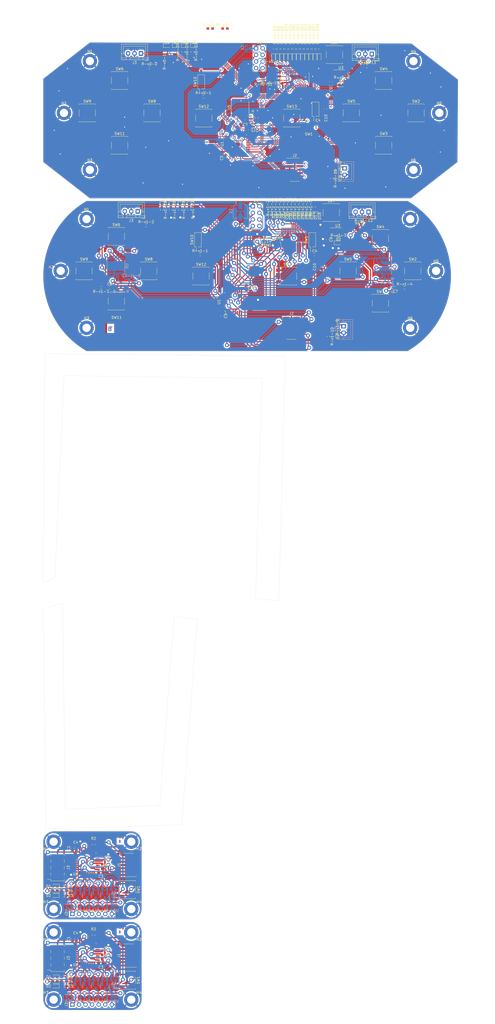
<source format=kicad_pcb>
(kicad_pcb (version 20221018) (generator pcbnew)
  (layers (0 "F.Cu" signal) (31 "B.Cu" signal) (34 "B.Paste" user) (35 "F.Paste" user) (36 "B.SilkS" user "B.Silkscreen") (37 "F.SilkS" user "F.Silkscreen") (38 "B.Mask" user) (39 "F.Mask" user) (44 "Edge.Cuts" user))
  (net 0 "")
  (net 1 "POWER-v0-_CHECK-v0-")
  (net 2 "GND-v0-")
  (net 3 "L-v0-i-ion-v0-")
  (net 4 "Net-(U3-BP)-v0-")
  (net 5 "Glob_Alim-v0-")
  (net 6 "Net-(D2-A)-v0-")
  (net 7 "Net-(D3-K)-v0-")
  (net 8 "Net-(D3-A)-v0-")
  (net 9 "Net-(D4-K)-v0-")
  (net 10 "Net-(D4-A)-v0-")
  (net 11 "Net-(D5-K)-v0-")
  (net 12 "Net-(D5-A)-v0-")
  (net 13 "Net-(D6-K)-v0-")
  (net 14 "Net-(D6-A)-v0-")
  (net 15 "Net-(D7-K)-v0-")
  (net 16 "Net-(D7-A)-v0-")
  (net 17 "Net-(D8-K)-v0-")
  (net 18 "Net-(D8-A)-v0-")
  (net 19 "Net-(D9-K)-v0-")
  (net 20 "Net-(D9-A)-v0-")
  (net 21 "Net-(D10-K)-v0-")
  (net 22 "Net-(D10-A)-v0-")
  (net 23 "Net-(D11-K)-v0-")
  (net 24 "Net-(D11-A)-v0-")
  (net 25 "Net-(D12-K)-v0-")
  (net 26 "Net-(D12-A)-v0-")
  (net 27 "Net-(D13-K)-v0-")
  (net 28 "Net-(D13-A)-v0-")
  (net 29 "Net-(D14-K)-v0-")
  (net 30 "Net-(D14-A)-v0-")
  (net 31 "Net-(D15-K)-v0-")
  (net 32 "Net-(D15-A)-v0-")
  (net 33 "Net-(D16-K)-v0-")
  (net 34 "Net-(D16-A)-v0-")
  (net 35 "Net-(D17-K)-v0-")
  (net 36 "Net-(D17-A)-v0-")
  (net 37 "Net-(D18-K)-v0-")
  (net 38 "Net-(D18-A)-v0-")
  (net 41 "SWDIO-v0-")
  (net 42 "SWDCK-v0-")
  (net 46 "R-v0-eset_Buton -v0-")
  (net 47 "USAR-v0-T2_R-v0-X-v0-")
  (net 48 "USAR-v0-T2_TX-v0-")
  (net 49 "NES{slash}SNES_switcher-v0-")
  (net 50 "R-v0-")
  (net 51 "A_Button-v0-")
  (net 52 "B_Button-v0-")
  (net 53 "X_Button-v0-")
  (net 54 "Y_Button-v0-")
  (net 55 "UC_Button-v0-")
  (net 56 "L-v0-C_Button-v0-")
  (net 57 "DIODE_SDA-v0-")
  (net 58 "R-v0-C_Button")
  (net 59 "L-v0-")
  (net 60 "DIODE_CL-v0-K")
  (net 61 "DC_Button-v0-")
  (net 62 "DIODE_OE-v0-")
  (net 63 "ST_Button-v0-")
  (net 64 "SE_Button-v0-")
  (net 65 "Order_Search-v0-")
  (net 66 "R-v0-X{slash}TX")
  (net 67 "Net-(C7-Pad1)-v0-")
  (net 68 "Pin_Clock-v0-")
  (net 69 "Digital_Out_Put-v0-")
  (net 70 "MOSI-v0-")
  (net 71 "GPIO_EX_CL-v0-K")
  (net 74 "GPIO_EX_SER-v0-IAL-v0-_DATA")
  (net 75 "Net-(U3-IN)-v0-")
  (net 76 "CSN_nR-v0-F24")
  (net 86 "Glob_Alim-v1-")
  (net 87 "GND-v1-")
  (net 88 "POWER-v1-_CHECK-v1-")
  (net 89 "L-v1-i-ion-v1-")
  (net 90 "Net-(C7-Pad1)-v1-")
  (net 91 "Net-(C8-Pad1)-v1-")
  (net 92 "Net-(U3-BP)-v1-")
  (net 93 "Net-(D2-A)-v1-")
  (net 94 "Net-(D3-K)-v1-")
  (net 95 "Net-(D3-A)-v1-")
  (net 96 "Net-(D4-K)-v1-")
  (net 97 "Net-(D4-A)-v1-")
  (net 98 "Net-(D5-K)-v1-")
  (net 99 "Net-(D5-A)-v1-")
  (net 100 "Net-(D6-K)-v1-")
  (net 101 "Net-(D6-A)-v1-")
  (net 102 "Net-(D7-K)-v1-")
  (net 103 "Net-(D7-A)-v1-")
  (net 104 "Net-(D8-K)-v1-")
  (net 105 "Net-(D8-A)-v1-")
  (net 106 "Net-(D9-K)-v1-")
  (net 107 "Net-(D9-A)-v1-")
  (net 108 "Net-(D10-K)-v1-")
  (net 109 "Net-(D10-A)-v1-")
  (net 110 "Net-(D11-K)-v1-")
  (net 111 "Net-(D11-A)-v1-")
  (net 112 "Net-(D12-K)-v1-")
  (net 113 "Net-(D12-A)-v1-")
  (net 114 "Net-(D13-K)-v1-")
  (net 115 "Net-(D13-A)-v1-")
  (net 116 "Net-(D14-K)-v1-")
  (net 117 "Net-(D14-A)-v1-")
  (net 118 "Net-(D15-K)-v1-")
  (net 119 "Net-(D15-A)-v1-")
  (net 120 "Net-(D16-K)-v1-")
  (net 121 "Net-(D16-A)-v1-")
  (net 122 "Net-(D17-K)-v1-")
  (net 123 "Net-(D17-A)-v1-")
  (net 124 "Net-(D18-K)-v1-")
  (net 125 "Net-(D18-A)-v1-")
  (net 128 "SWDIO-v1-")
  (net 129 "SWDCK-v1-")
  (net 133 "R-v1-eset_Buton -v1-")
  (net 134 "USAR-v1-T2_R-v1-X-v1-")
  (net 135 "USAR-v1-T2_TX-v1-")
  (net 136 "R-v1-")
  (net 137 "L-v1-")
  (net 138 "NES{slash}SNES_switcher-v1-")
  (net 139 "DIO{slash}EX_CL-v1-K")
  (net 140 "DIO{slash}EX_SDA-v1-")
  (net 141 "DIODE_OE-v1-")
  (net 142 "Net-(#FL-v1-G05-pwr)")
  (net 143 "A_Button-v1-")
  (net 144 "B_Button-v1-")
  (net 145 "X_Button-v1-")
  (net 146 "Y_Button-v1-")
  (net 147 "UC_Button-v1-")
  (net 148 "Order_Search-v1-")
  (net 149 "L-v1-C_Button")
  (net 150 "R-v1-C_Button")
  (net 151 "DC_Button-v1-")
  (net 152 "ST_Button-v1-")
  (net 153 "SE_Button-v1-")
  (net 158 "Pin_Clock-v1-")
  (net 159 "Digital_Out_Put-v1-")
  (net 160 "MOSI-v1-")
  (net 164 "R-v1-X{slash}TX")
  (net 166 "CSN_nR-v1-F24")
  (net 184 "+5V-v4-")
  (net 185 "GND-v4-")
  (net 186 "+3.3V-v4-")
  (net 187 "Net-(D1-K)-v4-")
  (net 189 "Net-(D3-K)-v4-")
  (net 190 "Status_LED-v4-")
  (net 191 "Data_Clock_SNES-v4-")
  (net 192 "Data_Latch_SNES-v4-")
  (net 193 "Net-(D2-K)-v4-")
  (net 194 "Serial_Data1_SNES-v4-")
  (net 195 "Serial_Data2_SNES-v4-")
  (net 196 "SPI_Chip_Select-v4-")
  (net 197 "Chip_Enable-v4-")
  (net 198 "SPI_Digital_Input-v4-")
  (net 199 "SPI_Clock-v4-")
  (net 200 "SPI_Digital_Output-v4-")
  (net 201 "IOBit_SNES-v4-")
  (net 202 "Data_Clock_STM32-v4-")
  (net 203 "Data_Latch_STM32-v4-")
  (net 204 "Appairing_Btn-v4-")
  (net 205 "Net-(U2-BP)-v4-")
  (net 206 "SWDIO-v4-")
  (net 207 "SWDCK-v4-")
  (net 210 "NRST-v4-")
  (net 211 "USART2_RX-v4-")
  (net 212 "USART2_TX-v4-")
  (net 213 "Serial_Data1_STM32-v4-")
  (net 214 "IOBit_STM32-v4-")
  (net 215 "Serial_Data2_STM32-v4-")
  (net 229 "+5V-v5-")
  (net 230 "GND-v5-")
  (net 231 "+3.3V-v5-")
  (net 232 "Net-(D1-K)-v5-")
  (net 234 "Net-(D3-K)-v5-")
  (net 235 "Status_LED-v5-")
  (net 236 "Data_Clock_SNES-v5-")
  (net 237 "Data_Latch_SNES-v5-")
  (net 238 "Net-(D2-K)-v5-")
  (net 239 "Serial_Data1_SNES-v5-")
  (net 240 "Serial_Data2_SNES-v5-")
  (net 241 "SPI_Chip_Select-v5-")
  (net 242 "Chip_Enable-v5-")
  (net 243 "SPI_Digital_Input-v5-")
  (net 244 "SPI_Clock-v5-")
  (net 245 "SPI_Digital_Output-v5-")
  (net 246 "IOBit_SNES-v5-")
  (net 247 "Data_Clock_STM32-v5-")
  (net 248 "Data_Latch_STM32-v5-")
  (net 249 "Appairing_Btn-v5-")
  (net 250 "Net-(U2-BP)-v5-")
  (net 251 "SWDIO-v5-")
  (net 252 "SWDCK-v5-")
  (net 255 "NRST-v5-")
  (net 256 "USART2_RX-v5-")
  (net 257 "USART2_TX-v5-")
  (net 258 "Serial_Data1_STM32-v5-")
  (net 259 "IOBit_STM32-v5-")
  (net 260 "Serial_Data2_STM32-v5-")
  (footprint "Connector_PinHeader_2.54mm:PinHeader_1x07_P2.54mm_Vertical" (layer "F.Cu") (at 11.75 372.079823 90)
    (fp_text reference "J2")
    (fp_text value "Conn_01x07_Socket")
  )
  (footprint "R-v0-esistor_SMD:R-v0-_0603_1608Metric_Pad0.98x0.95mm_HandSolder" (layer "F.Cu") (at 91.4 3.012497 90)
    (fp_text reference "R-v0-24")
    (fp_text value "1K")
  )
  (footprint "R-v1-esistor_SMD:R-v1-_0603_1608Metric_Pad0.98x0.95mm_HandSolder" (layer "F.Cu") (at 49.763222 65.199997 -90)
    (fp_text reference "R-v1-20")
    (fp_text value "1K")
  )
  (footprint "Connector_JST:JST_XH_B3B-XH-A_1x03_P2.50mm_Vertical" (layer "F.Cu") (at 126.142222 65.961997 180)
    (fp_text reference "J4")
    (fp_text value "Conn_01x03")
  )
  (footprint "Button_Switch_SMD:SW_SPST_B3S-1000" (layer "F.Cu") (at 42.5 27.699997)
    (fp_text reference "SW8")
    (fp_text value "SW_Push")
  )
  (footprint "Connector_JST:JST_XH_B3B-XH-A_1x03_P2.50mm_Vertical" (layer "F.Cu") (at 38.25 4.724997 180)
    (fp_text reference "J3")
    (fp_text value "Conn_01x03")
  )
  (footprint "R-v0-esistor_SMD:R-v0-_0603_1608Metric_Pad0.98x0.95mm_HandSolder" (layer "F.Cu") (at 98.9 3.012497 90)
    (fp_text reference "R-v0-29")
    (fp_text value "1K")
  )
  (footprint "Button_Switch_SMD:SW_DIP_SPSTx01_Slide_Copal_CHS-01B_W7.62mm_P1.27mm" (layer "F.Cu") (at 60.238222 76.699997 90)
    (fp_text reference "SW10")
    (fp_text value "SW_DIP_x01")
  )
  (footprint "L-v1-ED_SMD:L-v1-ED_0603_1608Metric_Pad1.05x0.95mm_HandSolder" (layer "F.Cu") (at 89.762222 67.524997 -90)
    (fp_text reference "D8")
    (fp_text value "G6")
  )
  (footprint "Package_SO:TSSOP-28_4.4x9.7mm_P0.65mm" (layer "F.Cu") (at 96.972222 75.613997 90)
    (fp_text reference "U4")
    (fp_text value "PCA9685PW")
  )
  (footprint "MountingHole:MountingHole_3.2mm_M3_DIN965_Pad" (layer "F.Cu") (at 142.238222 68.699997)
    (fp_text reference "H4")
    (fp_text value "MountingHole_Pad")
  )
  (footprint "R-v1-esistor_SMD:R-v1-_0603_1608Metric_Pad0.98x0.95mm_HandSolder" (layer "F.Cu") (at 87.048222 74.799997 180)
    (fp_text reference "R-v1-16")
    (fp_text value "10K")
  )
  (footprint "Button_Switch_SMD:SW_SPST_B3S-1000" (layer "F.Cu") (at 132 40.199997)
    (fp_text reference "SW3")
    (fp_text value "SW_Push")
  )
  (footprint "L-v1-ED_SMD:L-v1-ED_0603_1608Metric_Pad1.05x0.95mm_HandSolder" (layer "F.Cu") (at 50.738222 62.699997)
    (fp_text reference "D4")
    (fp_text value "G2")
  )
  (footprint "Capacitor_SMD:C_0603_1608Metric_Pad1.08x0.95mm_HandSolder" (layer "F.Cu") (at 26.146198 95.249997)
    (fp_text reference "C8")
    (fp_text value "100nF")
  )
  (footprint "R-v0-esistor_SMD:R-v0-_0603_1608Metric_Pad0.98x0.95mm_HandSolder" (layer "F.Cu") (at 51.025 4.199997 -90)
    (fp_text reference "R-v0-20")
    (fp_text value "1K")
  )
  (footprint "L-v0-ED_SMD:L-v0-ED_0603_1608Metric_Pad1.05x0.95mm_HandSolder" (layer "F.Cu") (at 107.1 6.499997 -90)
    (fp_text reference "D18")
    (fp_text value "R-v0-4")
  )
  (footprint "L-v1-ED_SMD:L-v1-ED_0603_1608Metric_Pad1.05x0.95mm_HandSolder" (layer "F.Cu") (at 91.363222 67.524997 -90)
    (fp_text reference "D9")
    (fp_text value "G7")
  )
  (footprint "R-v1-esistor_SMD:R-v1-_0603_1608Metric_Pad0.98x0.95mm_HandSolder" (layer "F.Cu") (at 100.638222 64.012497 90)
    (fp_text reference "R-v1-31")
    (fp_text value "1K")
  )
  (footprint "R-v1-esistor_SMD:R-v1-_0603_1608Metric_Pad0.98x0.95mm_HandSolder" (layer "F.Cu") (at 91.608222 64.012497 90)
    (fp_text reference "R-v1-25")
    (fp_text value "1K")
  )
  (footprint "Capacitor_SMD:C_0603_1608Metric_Pad1.08x0.95mm_HandSolder" (layer "F.Cu") (at 11.8 311.679823 90)
    (fp_text reference "C1")
    (fp_text value "10u")
  )
  (footprint "R-v1-esistor_SMD:R-v1-_0603_1608Metric_Pad0.98x0.95mm_HandSolder" (layer "F.Cu") (at 110.638222 114.037497 -90)
    (fp_text reference "R-v1-10")
    (fp_text value "1M")
  )
  (footprint "Diode_SMD:D_0603_1608Metric_Pad1.05x0.95mm_HandSolder" (layer "F.Cu") (at 5.01875 326.379823 180)
    (fp_text reference "D1")
    (fp_text value "LED_Small")
  )
  (footprint "R-v1-esistor_SMD:R-v1-_0603_1608Metric_Pad0.98x0.95mm_HandSolder" (layer "F.Cu") (at 103.638222 64.012497 90)
    (fp_text reference "R-v1-33")
    (fp_text value "1K")
  )
  (footprint "Button_Switch_SMD:SW_SPST_B3S-1000" (layer "F.Cu") (at 28.738222 100.399997)
    (fp_text reference "SW11")
    (fp_text value "SW_Push")
  )
  (footprint "Button_Switch_SMD:SW_SPST_B3S-1000" (layer "F.Cu") (at 28.738222 75.399997)
    (fp_text reference "SW6")
    (fp_text value "SW_Push")
  )
  (footprint "Diode_SMD:D_0603_1608Metric_Pad1.05x0.95mm_HandSolder" (layer "F.Cu") (at 5.01875 328.179823 180)
    (fp_text reference "D3")
    (fp_text value "LED")
  )
  (footprint "MountingHole:MountingHole_3.2mm_M3_DIN965_Pad" (layer "F.Cu") (at 4.5 370.179823)
    (fp_text reference "H3")
    (fp_text value "MountingHole_Pad")
  )
  (footprint "Button_Switch_SMD:SW_SPST_B3S-1000" (layer "F.Cu") (at 33 362.679823 180)
    (fp_text reference "SW1")
    (fp_text value "SW_SPST")
  )
  (footprint "R-v0-esistor_SMD:R-v0-_0603_1608Metric_Pad0.98x0.95mm_HandSolder" (layer "F.Cu") (at 95.9 3.012497 90)
    (fp_text reference "R-v0-27")
    (fp_text value "1K")
  )
  (footprint "L-v0-ED_SMD:L-v0-ED_0603_1608Metric_Pad1.05x0.95mm_HandSolder" (layer "F.Cu") (at 103.875 6.499997 -90)
    (fp_text reference "D16")
    (fp_text value "R-v0-2")
  )
  (footprint "Capacitor_SMD:C_0603_1608Metric_Pad1.08x0.95mm_HandSolder" (layer "F.Cu") (at 23.26 350.429823 90)
    (fp_text reference "C5")
    (fp_text value "100n")
  )
  (footprint "MountingHole:MountingHole_3.2mm_M3_DIN965_Pad" (layer "F.Cu") (at 4.5 309.179823)
    (fp_text reference "H1")
    (fp_text value "MountingHole_Pad")
  )
  (footprint "L-v0-ED_SMD:L-v0-ED_0603_1608Metric_Pad1.05x0.95mm_HandSolder" (layer "F.Cu") (at 48.5 1.699997)
    (fp_text reference "D3")
    (fp_text value "G1")
  )
  (footprint "R-v0-esistor_SMD:R-v0-_0603_1608Metric_Pad0.98x0.95mm_HandSolder" (layer "F.Cu") (at 54.55 4.174997 -90)
    (fp_text reference "R-v0-21")
    (fp_text value "1K")
  )
  (footprint "MountingHole:MountingHole_3.2mm_M3_DIN965_Pad" (layer "F.Cu") (at 152.238222 88.699997)
    (fp_text reference "H5")
    (fp_text value "MountingHole_Pad")
  )
  (footprint "Capacitor_SMD:C_0603_1608Metric_Pad1.08x0.95mm_HandSolder" (layer "F.Cu") (at 23.26 318.732323 90)
    (fp_text reference "C2")
    (fp_text value "100n")
  )
  (footprint "MountingHole:MountingHole_3.2mm_M3_DIN965_Pad" (layer "F.Cu") (at 34.5 344.179823)
    (fp_text reference "H2")
    (fp_text value "MountingHole_Pad")
  )
  (footprint "R-v1-esistor_SMD:R-v1-_0603_1608Metric_Pad0.98x0.95mm_HandSolder" (layer "F.Cu") (at 90.138222 64.012497 90)
    (fp_text reference "R-v1-24")
    (fp_text value "1K")
  )
  (footprint "MountingHole:MountingHole_3.2mm_M3_DIN965_Pad" (layer "F.Cu") (at 34.5 370.179823)
    (fp_text reference "H4")
    (fp_text value "MountingHole_Pad")
  )
  (footprint "Button_Switch_SMD:SW_SPST_B3S-1000" (layer "F.Cu") (at 111.738222 66.199997)
    (fp_text reference "SW7")
    (fp_text value "SW_SPST")
  )
  (footprint "MountingHole:MountingHole_3.2mm_M3_DIN965_Pad" (layer "F.Cu") (at 4.5 335.179823)
    (fp_text reference "H3")
    (fp_text value "MountingHole_Pad")
  )
  (footprint "MountingHole:MountingHole_3.2mm_M3_DIN965_Pad" (layer "F.Cu") (at 17.238222 68.699997)
    (fp_text reference "H1")
    (fp_text value "MountingHole_Pad")
  )
  (footprint "Capacitor_SMD:C_0603_1608Metric_Pad1.08x0.95mm_HandSolder" (layer "F.Cu") (at 22.7525 356.119823)
    (fp_text reference "C3")
    (fp_text value "100n")
  )
  (footprint "R-v0-esistor_SMD:R-v0-_0603_1608Metric_Pad0.98x0.95mm_HandSolder" (layer "F.Cu") (at 115.76 15.375997)
    (fp_text reference "R-v0-3")
    (fp_text value "1K")
  )
  (footprint "R-v0-esistor_SMD:R-v0-_0603_1608Metric_Pad0.98x0.95mm_HandSolder" (layer "F.Cu") (at 64.9875 -4.900003)
    (fp_text reference "R-v0-6")
    (fp_text value "1K")
  )
  (footprint "R-v0-esistor_SMD:R-v0-_0603_1608Metric_Pad0.98x0.95mm_HandSolder" (layer "F.Cu") (at 111.9 53.037497 -90)
    (fp_text reference "R-v0-10")
    (fp_text value "1M")
  )
  (footprint "Resistor_SMD:R_0603_1608Metric_Pad0.98x0.95mm_HandSolder" (layer "F.Cu") (at 8.51875 363.179823)
    (fp_text reference "R4")
    (fp_text value "1k")
  )
  (footprint "L-v1-ED_SMD:L-v1-ED_0603_1608Metric_Pad1.05x0.95mm_HandSolder" (layer "F.Cu") (at 94.563222 67.524997 -90)
    (fp_text reference "D11")
    (fp_text value "O1")
  )
  (footprint "R-v0-esistor_SMD:R-v0-_0603_1608Metric_Pad0.98x0.95mm_HandSolder" (layer "F.Cu") (at 100.4 3.012497 90)
    (fp_text reference "R-v0-30")
    (fp_text value "1K")
  )
  (footprint "Capacitor_SMD:C_0603_1608Metric_Pad1.08x0.95mm_HandSolder" (layer "F.Cu") (at 112.638222 114.037497 -90)
    (fp_text reference "C2")
    (fp_text value "1nF")
  )
  (footprint "Button_Switch_SMD:SW_DIP_SPSTx01_Slide_Copal_CHS-01B_W7.62mm_P1.27mm" (layer "F.Cu") (at 61.5 15.699997 90)
    (fp_text reference "SW10")
    (fp_text value "SW_DIP_x01")
  )
  (footprint "R-v0-esistor_SMD:R-v0-_0603_1608Metric_Pad0.98x0.95mm_HandSolder" (layer "F.Cu") (at 90.868 13.597997 180)
    (fp_text reference "R-v0-11")
    (fp_text value "10K")
  )
  (footprint "Capacitor_SMD:C_0603_1608Metric_Pad1.08x0.95mm_HandSolder" (layer "F.Cu") (at 70.802 45.093997 90)
    (fp_text reference "C5")
    (fp_text value "100n")
  )
  (footprint "R-v0-esistor_SMD:R-v0-_0603_1608Metric_Pad0.98x0.95mm_HandSolder" (layer "F.Cu") (at 92.9 3.012497 90)
    (fp_text reference "R-v0-25")
    (fp_text value "1K")
  )
  (footprint "Button_Switch_SMD:SW_SPST_B3S-1000" (layer "F.Cu") (at 144.5 27.699997)
    (fp_text reference "SW2")
    (fp_text value "SW_Push")
  )
  (footprint "R-v0-esistor_SMD:R-v0-_0603_1608Metric_Pad0.98x0.95mm_HandSolder" (layer "F.Cu") (at 41.5 10.199997)
    (fp_text reference "R-v0-2")
    (fp_text value "1K")
  )
  (footprint "Button_Switch_SMD:SW_SPST_B3S-1000" (layer "F.Cu") (at 119.5 27.699997)
    (fp_text reference "SW5")
    (fp_text value "SW_Push")
  )
  (footprint "MountingHole:MountingHole_3.2mm_M3_DIN965_Pad" (layer "F.Cu") (at 34.5 335.179823)
    (fp_text reference "H4")
    (fp_text value "MountingHole_Pad")
  )
  (footprint "L-v1-ED_SMD:L-v1-ED_0603_1608Metric_Pad1.05x0.95mm_HandSolder" (layer "F.Cu") (at 96.198222 67.512497 -90)
    (fp_text reference "D12")
    (fp_text value "O2")
  )
  (footprint "R-v1-esistor_SMD:R-v1-_0603_1608Metric_Pad0.98x0.95mm_HandSolder" (layer "F.Cu") (at 102.138222 64.012497 90)
    (fp_text reference "R-v1-32")
    (fp_text value "1K")
  )
  (footprint "L-v1-ED_SMD:L-v1-ED_0603_1608Metric_Pad1.05x0.95mm_HandSolder" (layer "F.Cu") (at 54.238222 62.699997)
    (fp_text reference "D5")
    (fp_text value "G3")
  )
  (footprint "L-v0-ED_SMD:L-v0-ED_0603_1608Metric_Pad1.05x0.95mm_HandSolder" (layer "F.Cu") (at 99.075 6.499997 -90)
    (fp_text reference "D13")
    (fp_text value "O3")
  )
  (footprint "R-v0-esistor_SMD:R-v0-_0603_1608Metric_Pad0.98x0.95mm_HandSolder" (layer "F.Cu") (at 113.9 49.499997 -90)
    (fp_text reference "R-v0-9")
    (fp_text value "1M")
  )
  (footprint "Capacitor_SMD:C_0603_1608Metric_Pad1.08x0.95mm_HandSolder" (layer "F.Cu") (at 109.495 26.182497 -90)
    (fp_text reference "C10")
    (fp_text value "100nF")
  )
  (footprint "MountingHole:MountingHole_3.2mm_M3_DIN965_Pad" (layer "F.Cu") (at 34.5 309.179823)
    (fp_text reference "H2")
    (fp_text value "MountingHole_Pad")
  )
  (footprint "R-v1-esistor_SMD:R-v1-_0603_1608Metric_Pad0.98x0.95mm_HandSolder" (layer "F.Cu") (at 105.138222 64.012497 90)
    (fp_text reference "R-v1-34")
    (fp_text value "1K")
  )
  (footprint "L-v0-ED_SMD:L-v0-ED_0603_1608Metric_Pad1.05x0.95mm_HandSolder" (layer "F.Cu") (at 94.225 6.524997 -90)
    (fp_text reference "D10")
    (fp_text value "G8")
  )
  (footprint "R-v1-esistor_SMD:R-v1-_0603_1608Metric_Pad0.98x0.95mm_HandSolder" (layer "F.Cu") (at 94.638222 64.012497 90)
    (fp_text reference "R-v1-27")
    (fp_text value "1K")
  )
  (footprint "L-v0-ED_SMD:L-v0-ED_0603_1608Metric_Pad1.05x0.95mm_HandSolder" (layer "F.Cu") (at 92.625 6.524997 -90)
    (fp_text reference "D9")
    (fp_text value "G7")
  )
  (footprint "Capacitor_SMD:C_0603_1608Metric_Pad1.08x0.95mm_HandSolder" (layer "F.Cu") (at 81.724 34.171997 -90)
    (fp_text reference "C6")
    (fp_text value "10u")
  )
  (footprint "R-v0-esistor_SMD:R-v0-_0603_1608Metric_Pad0.98x0.95mm_HandSolder" (layer "F.Cu") (at 90.868 12.073997 180)
    (fp_text reference "R-v0-16")
    (fp_text value "10K")
  )
  (footprint "Package_QFP:L-v0-QFP-32_7x7mm_P0.8mm" (layer "F.Cu") (at 75.5 39.699997 90)
    (fp_text reference "U1")
    (fp_text value "STM32L-v0-412KBTx")
  )
  (footprint "L-v1-ED_SMD:L-v1-ED_0603_1608Metric_Pad1.05x0.95mm_HandSolder" (layer "F.Cu") (at 92.963222 67.524997 -90)
    (fp_text reference "D10")
    (fp_text value "G8")
  )
  (footprint "R-v0-esistor_SMD:R-v0-_0603_1608Metric_Pad0.98x0.95mm_HandSolder" (layer "F.Cu") (at 94.4 3.012497 90)
    (fp_text reference "R-v0-26")
    (fp_text value "1K")
  )
  (footprint "Package_QFP:L-v1-QFP-32_7x7mm_P0.8mm" (layer "F.Cu") (at 74.238222 100.699997 90)
    (fp_text reference "U1")
    (fp_text value "STM32L-v1-412KBTx")
  )
  (footprint "Capacitor_SMD:C_0603_1608Metric_Pad1.08x0.95mm_HandSolder" (layer "F.Cu") (at 80.462222 95.171997 -90)
    (fp_text reference "C6")
    (fp_text value "10u")
  )
  (footprint "MountingHole:MountingHole_3.2mm_M3_DIN965_Pad" (layer "F.Cu") (at 18.5 7.699997)
    (fp_text reference "H1")
    (fp_text value "MountingHole_Pad")
  )
  (footprint "Capacitor_SMD:C_0603_1608Metric_Pad1.08x0.95mm_HandSolder" (layer "F.Cu") (at 22.7525 321.119823)
    (fp_text reference "C3")
    (fp_text value "100n")
  )
  (footprint "Connector_PinHeader_1.27mm:PinHeader_2x07_P1.27mm_Vertical_SMD" (layer "F.Cu") (at 97.625 49.639997)
    (fp_text reference "J2")
    (fp_text value "Conn_02x07_Odd_Even")
  )
  (footprint "MountingHole:MountingHole_3.2mm_M3_DIN965_Pad" (layer "F.Cu") (at 7.238222 88.699997)
    (fp_text reference "H2")
    (fp_text value "MountingHole_Pad")
  )
  (footprint "Resistor_SMD:R_0603_1608Metric_Pad0.98x0.95mm_HandSolder" (layer "F.Cu") (at 8.51875 364.979823)
    (fp_text reference "R3")
    (fp_text value "1k")
  )
  (footprint "Package_QFP:LQFP-32_7x7mm_P0.8mm" (layer "F.Cu") (at 17.35 317.079823 180)
    (fp_text reference "U1")
    (fp_text value "STM32L412KBTx")
  )
  (footprint "L-v0-ED_SMD:L-v0-ED_0603_1608Metric_Pad1.05x0.95mm_HandSolder" (layer "F.Cu") (at 52 1.699997)
    (fp_text reference "D4")
    (fp_text value "G2")
  )
  (footprint "MountingHole:MountingHole_3.2mm_M3_DIN965_Pad" (layer "F.Cu") (at 8.5 27.699997)
    (fp_text reference "H2")
    (fp_text value "MountingHole_Pad")
  )
  (footprint "Connector_PinSocket_2.54mm:PinSocket_2x04_P2.54mm_Vertical_SMD" (layer "F.Cu") (at 6 354.179823 180)
    (fp_text reference "J3")
    (fp_text value "Conn_01x08_Socket")
  )
  (footprint "Connector_JST:JST_XH_B3B-XH-A_1x03_P2.50mm_Vertical" (layer "F.Cu") (at 127.404 4.961997 180)
    (fp_text reference "J4")
    (fp_text value "Conn_01x03")
  )
  (footprint "L-v1-ED_SMD:L-v1-ED_0603_1608Metric_Pad1.05x0.95mm_HandSolder" (layer "F.Cu") (at 105.838222 67.499997 -90)
    (fp_text reference "D18")
    (fp_text value "R-v1-4")
  )
  (footprint "Connector_JST:JST_XH_B3B-XH-A_1x03_P2.50mm_Vertical" (layer "F.Cu") (at 36.988222 65.724997 180)
    (fp_text reference "J3")
    (fp_text value "Conn_01x03")
  )
  (footprint "Package_SO:MSOP-8_3x3mm_P0.65mm" (layer "F.Cu") (at 114.238222 73.699997)
    (fp_text reference "U3")
    (fp_text value "MIC5219-3.3YMM")
  )
  (footprint "R-v1-esistor_SMD:R-v1-_0603_1608Metric_Pad0.98x0.95mm_HandSolder" (layer "F.Cu") (at 22.746198 95.249997 180)
    (fp_text reference "R-v1-7")
    (fp_text value "1k")
  )
  (footprint "Connector_PinHeader_1.27mm:PinHeader_2x07_P1.27mm_Vertical_SMD" (layer "F.Cu") (at 33.5 318.179823 180)
    (fp_text reference "J1")
    (fp_text value "Conn_02x07_Odd_Even")
  )
  (footprint "Diode_SMD:D_0603_1608Metric_Pad1.05x0.95mm_HandSolder" (layer "F.Cu") (at 5.01875 329.979823 180)
    (fp_text reference "D2")
    (fp_text value "LED_Small")
  )
  (footprint "Capacitor_SMD:C_0603_1608Metric_Pad1.08x0.95mm_HandSolder" (layer "F.Cu") (at 69.540222 106.093997 -90)
    (fp_text reference "C5")
    (fp_text value "100n")
  )
  (footprint "Capacitor_SMD:C_0603_1608Metric_Pad1.08x0.95mm_HandSolder" (layer "F.Cu") (at 111.55 15.599997 -90)
    (fp_text reference "C9")
    (fp_text value "470p")
  )
  (footprint "Button_Switch_SMD:SW_SPST_B3S-1000" (layer "F.Cu") (at 17.5 27.699997)
    (fp_text reference "SW9")
    (fp_text value "SW_Push")
  )
  (footprint "R-v0-esistor_SMD:R-v0-_0603_1608Metric_Pad0.98x0.95mm_HandSolder" (layer "F.Cu") (at 101.9 3.012497 90)
    (fp_text reference "R-v0-31")
    (fp_text value "1K")
  )
  (footprint "Diode_SMD:D_0603_1608Metric_Pad1.05x0.95mm_HandSolder" (layer "F.Cu") (at 5.01875 363.179823 180)
    (fp_text reference "D3")
    (fp_text value "LED")
  )
  (footprint "L-v0-ED_SMD:L-v0-ED_0603_1608Metric_Pad1.05x0.95mm_HandSolder" (layer "F.Cu") (at 100.675 6.499997 -90)
    (fp_text reference "D14")
    (fp_text value "O4")
  )
  (footprint "L-v0-ED_SMD:L-v0-ED_0603_1608Metric_Pad1.05x0.95mm_HandSolder" (layer "F.Cu") (at 97.45 6.512497 -90)
    (fp_text reference "D12")
    (fp_text value "O2")
  )
  (footprint "R-v1-esistor_SMD:R-v1-_0603_1608Metric_Pad0.98x0.95mm_HandSolder" (layer "F.Cu") (at 96.138222 64.012497 90)
    (fp_text reference "R-v1-28")
    (fp_text value "1K")
  )
  (footprint "R-v0-esistor_SMD:R-v0-_0603_1608Metric_Pad0.98x0.95mm_HandSolder" (layer "F.Cu") (at 125.5 9.699997)
    (fp_text reference "R-v0-13")
    (fp_text value "1K")
  )
  (footprint "R-v1-esistor_SMD:R-v1-_0603_1608Metric_Pad0.98x0.95mm_HandSolder" (layer "F.Cu") (at 140.050246 95.249997)
    (fp_text reference "R-v1-4")
    (fp_text value "1k")
  )
  (footprint "R-v1-esistor_SMD:R-v1-_0603_1608Metric_Pad0.98x0.95mm_HandSolder" (layer "F.Cu") (at 86.048222 77.299997 180)
    (fp_text reference "R-v1-11")
    (fp_text value "10K")
  )
  (footprint "L-v0-ED_SMD:L-v0-ED_0603_1608Metric_Pad1.05x0.95mm_HandSolder" (layer "F.Cu") (at 102.275 6.499997 -90)
    (fp_text reference "D15")
    (fp_text value "R-v0-1")
  )
  (footprint "Button_Switch_SMD:SW_SPST_B3S-1000" (layer "F.Cu") (at 33 327.679823 180)
    (fp_text reference "SW1")
    (fp_text value "SW_SPST")
  )
  (footprint "Capacitor_SMD:C_0603_1608Metric_Pad1.08x0.95mm_HandSolder" (layer "F.Cu") (at 23.26 353.732323 90)
    (fp_text reference "C2")
    (fp_text value "100n")
  )
  (footprint "Package_SO:TSSOP-28_4.4x9.7mm_P0.65mm" (layer "F.Cu") (at 98.234 14.613997 90)
    (fp_text reference "U4")
    (fp_text value "PCA9685PW")
  )
  (footprint "MountingHole:MountingHole_3.2mm_M3_DIN965_Pad" (layer "F.Cu") (at 142.238222 110.699997)
    (fp_text reference "H6")
    (fp_text value "MountingHole_Pad")
  )
  (footprint "L-v1-ED_SMD:L-v1-ED_0603_1608Metric_Pad1.05x0.95mm_HandSolder" (layer "F.Cu") (at 97.813222 67.499997 -90)
    (fp_text reference "D13")
    (fp_text value "O3")
  )
  (footprint "Button_Switch_SMD:SW_SPST_B3S-1000" (layer "F.Cu") (at 130.738222 76.199997)
    (fp_text reference "SW4")
    (fp_text value "SW_Push")
  )
  (footprint "Capacitor_SMD:C_0603_1608Metric_Pad1.08x0.95mm_HandSolder" (layer "F.Cu") (at 113.9 53.037497 -90)
    (fp_text reference "C2")
    (fp_text value "1nF")
  )
  (footprint "R-v0-esistor_SMD:R-v0-_0603_1608Metric_Pad0.98x0.95mm_HandSolder" (layer "F.Cu") (at 70.7 -4.900003)
    (fp_text reference "R-v0-5")
    (fp_text value "1K")
  )
  (footprint "Button_Switch_SMD:SW_SPST_B3S-1000" (layer "F.Cu") (at 16.238222 88.699997)
    (fp_text reference "SW9")
    (fp_text value "SW_Push")
  )
  (footprint "L-v1-ED_SMD:L-v1-ED_0603_1608Metric_Pad1.05x0.95mm_HandSolder" (layer "F.Cu") (at 114.498222 77.899997)
    (fp_text reference "D2")
    (fp_text value "L-v1-ED_Small")
  )
  (footprint "L-v1-ED_SMD:L-v1-ED_0603_1608Metric_Pad1.05x0.95mm_HandSolder" (layer "F.Cu") (at 102.613222 67.499997 -90)
    (fp_text reference "D16")
    (fp_text value "R-v1-2")
  )
  (footprint "R-v0-esistor_SMD:R-v0-_0603_1608Metric_Pad0.98x0.95mm_HandSolder" (layer "F.Cu") (at 47.525 4.174997 -90)
    (fp_text reference "R-v0-18")
    (fp_text value "1K")
  )
  (footprint "R-v1-esistor_SMD:R-v1-_0603_1608Metric_Pad0.98x0.95mm_HandSolder" (layer "F.Cu") (at 85.048222 78.799997)
    (fp_text reference "R-v1-14")
    (fp_text value "10K")
  )
  (footprint "Resistor_SMD:R_0603_1608Metric_Pad0.98x0.95mm_HandSolder" (layer "F.Cu") (at 8.51875 326.379823)
    (fp_text reference "R1")
    (fp_text value "1k")
  )
  (footprint "L-v0-ED_SMD:L-v0-ED_0603_1608Metric_Pad1.05x0.95mm_HandSolder" (layer "F.Cu") (at 95.825 6.524997 -90)
    (fp_text reference "D11")
    (fp_text value "O1")
  )
  (footprint "R-v1-esistor_SMD:R-v1-_0603_1608Metric_Pad0.98x0.95mm_HandSolder" (layer "F.Cu") (at 114.498222 76.375997)
    (fp_text reference "R-v1-3")
    (fp_text value "1K")
  )
  (footprint "Package_QFP:LQFP-32_7x7mm_P0.8mm" (layer "F.Cu") (at 17.35 352.079823 180)
    (fp_text reference "U1")
    (fp_text value "STM32L412KBTx")
  )
  (footprint "Button_Switch_SMD:SW_SPST_B3S-1000" (layer "F.Cu") (at 130.738222 101.199997)
    (fp_text reference "SW3")
    (fp_text value "SW_Push")
  )
  (footprint "Button_Switch_SMD:SW_SPST_B3S-1000" (layer "F.Cu") (at 30 15.199997)
    (fp_text reference "SW6")
    (fp_text value "SW_Push")
  )
  (footprint "MountingHole:MountingHole_3.2mm_M3_DIN965_Pad" (layer "F.Cu") (at 153.5 27.699997)
    (fp_text reference "H5")
    (fp_text value "MountingHole_Pad")
  )
  (footprint "MountingHole:MountingHole_3.2mm_M3_DIN965_Pad" (layer "F.Cu") (at 17.238222 110.699997)
    (fp_text reference "H3")
    (fp_text value "MountingHole_Pad")
  )
  (footprint "Button_Switch_SMD:SW_SPST_B3S-1000" (layer "F.Cu") (at 113 5.199997)
    (fp_text reference "SW7")
    (fp_text value "SW_SPST")
  )
  (footprint "Button_Switch_SMD:SW_DIP_SPSTx01_Slide_Copal_CHS-01B_W7.62mm_P1.27mm" (layer "F.Cu") (at 104.408222 76.699997 90)
    (fp_text reference "SW1")
    (fp_text value "SW_DIP_x01")
  )
  (footprint "R-v1-esistor_SMD:R-v1-_0603_1608Metric_Pad0.98x0.95mm_HandSolder" (layer "F.Cu") (at 97.638222 64.012497 90)
    (fp_text reference "R-v1-29")
    (fp_text value "1K")
  )
  (footprint "Connector_PinHeader_2.54mm:PinHeader_2x04_P2.54mm_Vertical" (layer "F.Cu") (at 81.438222 63.759997)
    (fp_text reference "U2")
    (fp_text value "nR-v1-F24_Full")
  )
  (footprint "Connector_PinHeader_1.27mm:PinHeader_2x07_P1.27mm_Vertical_SMD" (layer "F.Cu") (at 33.5 353.179823 180)
    (fp_text reference "J1")
    (fp_text value "Conn_02x07_Odd_Even")
  )
  (footprint "L-v0-ED_SMD:L-v0-ED_0603_1608Metric_Pad1.05x0.95mm_HandSolder" (layer "F.Cu") (at 105.475 6.499997 -90)
    (fp_text reference "D17")
    (fp_text value "R-v0-3")
  )
  (footprint "Button_Switch_SMD:SW_SPST_B3S-1000" (layer "F.Cu") (at 118.238222 88.699997)
    (fp_text reference "SW5")
    (fp_text value "SW_Push")
  )
  (footprint "L-v1-ED_SMD:L-v1-ED_0603_1608Metric_Pad1.05x0.95mm_HandSolder" (layer "F.Cu") (at 88.163222 67.524997 -90)
    (fp_text reference "D7")
    (fp_text value "G5")
  )
  (footprint "L-v1-ED_SMD:L-v1-ED_0603_1608Metric_Pad1.05x0.95mm_HandSolder" (layer "F.Cu") (at 101.013222 67.499997 -90)
    (fp_text reference "D15")
    (fp_text value "R-v1-1")
  )
  (footprint "Button_Switch_SMD:SW_SPST_B3S-1000" (layer "F.Cu") (at 30 40.199997)
    (fp_text reference "SW11")
    (fp_text value "SW_Push")
  )
  (footprint "R-v1-esistor_SMD:R-v1-_0603_1608Metric_Pad0.98x0.95mm_HandSolder" (layer "F.Cu") (at 61.088222 82.399997)
    (fp_text reference "R-v1-1")
    (fp_text value "1K")
  )
  (footprint "Package_SO:SSOP-20_4.4x6.5mm_P0.65mm" (layer "F.Cu") (at 76.575 25.599997 90)
    (fp_text reference "U5")
    (fp_text value "PCF8574TS")
  )
  (footprint "R-v0-esistor_SMD:R-v0-_0603_1608Metric_Pad0.98x0.95mm_HandSolder" (layer "F.Cu") (at 90.868 15.121997)
    (fp_text reference "R-v0-14")
    (fp_text value "10K")
  )
  (footprint "R-v1-esistor_SMD:R-v1-_0603_1608Metric_Pad0.98x0.95mm_HandSolder" (layer "F.Cu") (at 93.138222 64.012497 90)
    (fp_text reference "R-v1-26")
    (fp_text value "1K")
  )
  (footprint "L-v0-ED_SMD:L-v0-ED_0603_1608Metric_Pad1.05x0.95mm_HandSolder" (layer "F.Cu") (at 59 1.699997)
    (fp_text reference "D6")
    (fp_text value "G4")
  )
  (footprint "L-v1-ED_SMD:L-v1-ED_0603_1608Metric_Pad1.05x0.95mm_HandSolder" (layer "F.Cu") (at 57.738222 62.699997)
    (fp_text reference "D6")
    (fp_text value "G4")
  )
  (footprint "Resistor_SMD:R_0603_1608Metric_Pad0.98x0.95mm_HandSolder" (layer "F.Cu") (at 8.51875 328.179823)
    (fp_text reference "R4")
    (fp_text value "1k")
  )
  (footprint "Button_Switch_SMD:SW_SPST_B3S-1000" (layer "F.Cu") (at 143.238222 88.699997)
    (fp_text reference "SW2")
    (fp_text value "SW_Push")
  )
  (footprint "Capacitor_SMD:C_0603_1608Metric_Pad1.08x0.95mm_HandSolder" (layer "F.Cu") (at 110.288222 76.599997 -90)
    (fp_text reference "C9")
    (fp_text value "470p")
  )
  (footprint "R-v1-esistor_SMD:R-v1-_0603_1608Metric_Pad0.98x0.95mm_HandSolder" (layer "F.Cu") (at 88.638222 64.012497 90)
    (fp_text reference "R-v1-23")
    (fp_text value "1K")
  )
  (footprint "L-v1-ED_SMD:L-v1-ED_0603_1608Metric_Pad1.05x0.95mm_HandSolder" (layer "F.Cu") (at 47.238222 62.699997)
    (fp_text reference "D3")
    (fp_text value "G1")
  )
  (footprint "R-v0-esistor_SMD:R-v0-_0603_1608Metric_Pad0.98x0.95mm_HandSolder" (layer "F.Cu") (at 106.4 3.012497 90)
    (fp_text reference "R-v0-34")
    (fp_text value "1K")
  )
  (footprint "Button_Switch_SMD:SW_SPST_B3S-1000" (layer "F.Cu") (at 62.5 29.699997)
    (fp_text reference "SW12")
    (fp_text value "SW_Push")
  )
  (footprint "R-v1-esistor_SMD:R-v1-_0603_1608Metric_Pad0.98x0.95mm_HandSolder" (layer "F.Cu") (at 112.638222 110.499997 -90)
    (fp_text reference "R-v1-9")
    (fp_text value "1M")
  )
  (footprint "L-v0-ED_SMD:L-v0-ED_0603_1608Metric_Pad1.05x0.95mm_HandSolder" (layer "F.Cu") (at 91.025 6.524997 -90)
    (fp_text reference "D8")
    (fp_text value "G6")
  )
  (footprint "L-v1-ED_SMD:L-v1-ED_0603_1608Metric_Pad1.05x0.95mm_HandSolder" (layer "F.Cu") (at 104.213222 67.499997 -90)
    (fp_text reference "D17")
    (fp_text value "R-v1-3")
  )
  (footprint "Capacitor_SMD:C_0603_1608Metric_Pad1.08x0.95mm_HandSolder" (layer "F.Cu") (at 13.3 346.679823 90)
    (fp_text reference "C4")
    (fp_text value "100n")
  )
  (footprint "Capacitor_SMD:C_0603_1608Metric_Pad1.08x0.95mm_HandSolder" (layer "F.Cu") (at 13.3 311.679823 90)
    (fp_text reference "C4")
    (fp_text value "100n")
  )
  (footprint "Capacitor_SMD:C_0603_1608Metric_Pad1.08x0.95mm_HandSolder" (layer "F.Cu") (at 78.5 30.899997 180)
    (fp_text reference "C7")
    (fp_text value "100µF")
  )
  (footprint "MountingHole:MountingHole_3.2mm_M3_DIN965_Pad" (layer "F.Cu") (at 143.5 49.699997)
    (fp_text reference "H6")
    (fp_text value "MountingHole_Pad")
  )
  (footprint "Capacitor_SMD:C_0603_1608Metric_Pad1.08x0.95mm_HandSolder" (layer "F.Cu") (at 136.550246 95.249997 180)
    (fp_text reference "C7")
    (fp_text value "100nF")
  )
  (footprint "Capacitor_SMD:C_0603_1608Metric_Pad1.08x0.95mm_HandSolder" (layer "F.Cu") (at 78.938222 95.171997 -90)
    (fp_text reference "C3")
    (fp_text value "100n")
  )
  (footprint "Resistor_SMD:R_0603_1608Metric_Pad0.98x0.95mm_HandSolder" (layer "F.Cu") (at 8.51875 329.979823)
    (fp_text reference "R3")
    (fp_text value "1k")
  )
  (footprint "Connector_PinHeader_2.54mm:PinHeader_2x04_P2.54mm_Vertical" (layer "F.Cu") (at 82.7 2.759997)
    (fp_text reference "U2")
    (fp_text value "nR-v0-F24_Full")
  )
  (footprint "Button_Switch_SMD:SW_SPST_B3S-1000" (layer "F.Cu") (at 96.5 29.699997)
    (fp_text reference "SW13")
    (fp_text value "SW_Push")
  )
  (footprint "R-v0-esistor_SMD:R-v0-_0603_1608Metric_Pad0.98x0.95mm_HandSolder" (layer "F.Cu") (at 97.4 3.012497 90)
    (fp_text reference "R-v0-28")
    (fp_text value "1K")
  )
  (footprint "Resistor_SMD:R_0603_1608Metric_Pad0.98x0.95mm_HandSolder" (layer "F.Cu") (at 19.92 345.249823 90)
    (fp_text reference "R2")
    (fp_text value "10k")
  )
  (footprint "Button_Switch_SMD:SW_SPST_B3S-1000" (layer "F.Cu") (at 61.448222 90.699997)
    (fp_text reference "SW12")
    (fp_text value "SW_Push")
  )
  (footprint "R-v1-esistor_SMD:R-v1-_0603_1608Metric_Pad0.98x0.95mm_HandSolder" (layer "F.Cu") (at 99.138222 64.012497 90)
    (fp_text reference "R-v1-30")
    (fp_text value "1K")
  )
  (footprint "Resistor_SMD:R_0603_1608Metric_Pad0.98x0.95mm_HandSolder" (layer "F.Cu") (at 8.51875 361.379823)
    (fp_text reference "R1")
    (fp_text value "1k")
  )
  (footprint "Capacitor_SMD:C_0603_1608Metric_Pad1.08x0.95mm_HandSolder" (layer "F.Cu") (at 11.8 346.679823 90)
    (fp_text reference "C1")
    (fp_text value "10u")
  )
  (footprint "Connector_PinHeader_1.27mm:PinHeader_2x07_P1.27mm_Vertical_SMD" (layer "F.Cu") (at 96.363222 110.639997)
    (fp_text reference "J2")
    (fp_text value "Conn_02x07_Odd_Even")
  )
  (footprint "L-v0-ED_SMD:L-v0-ED_0603_1608Metric_Pad1.05x0.95mm_HandSolder" (layer "F.Cu") (at 55.5 1.699997)
    (fp_text reference "D5")
    (fp_text value "G3")
  )
  (footprint "MountingHole:MountingHole_3.2mm_M3_DIN965_Pad" (layer "F.Cu") (at 143.5 7.699997)
    (fp_text reference "H4")
    (fp_text value "MountingHole_Pad")
  )
  (footprint "R-v0-esistor_SMD:R-v0-_0603_1608Metric_Pad0.98x0.95mm_HandSolder" (layer "F.Cu") (at 82.9 29.587497 90)
    (fp_text reference "R-v0-4")
    (fp_text value "10k")
  )
  (footprint "R-v0-esistor_SMD:R-v0-_0603_1608Metric_Pad0.98x0.95mm_HandSolder" (layer "F.Cu") (at 89.9 3.012497 90)
    (fp_text reference "R-v0-23")
    (fp_text value "1K")
  )
  (footprint "Capacitor_SMD:C_0603_1608Metric_Pad1.08x0.95mm_HandSolder" (layer "F.Cu") (at 23.26 315.429823 90)
    (fp_text reference "C5")
    (fp_text value "100n")
  )
  (footprint "R-v1-esistor_SMD:R-v1-_0603_1608Metric_Pad0.98x0.95mm_HandSolder" (layer "F.Cu") (at 56.838222 65.124997 -90)
    (fp_text reference "R-v1-22")
    (fp_text value "1K")
  )
  (footprint "R-v0-esistor_SMD:R-v0-_0603_1608Metric_Pad0.98x0.95mm_HandSolder" (layer "F.Cu") (at 104.9 3.012497 90)
    (fp_text reference "R-v0-33")
    (fp_text value "1K")
  )
  (footprint "Button_Switch_SMD:SW_SPST_B3S-1000" (layer "F.Cu") (at 132 15.199997)
    (fp_text reference "SW4")
    (fp_text value "SW_Push")
  )
  (footprint "Capacitor_SMD:C_0603_1608Metric_Pad1.08x0.95mm_HandSolder" (layer "F.Cu") (at 80.2 34.171997 -90)
    (fp_text reference "C3")
    (fp_text value "100n")
  )
  (footprint "Resistor_SMD:R_0603_1608Metric_Pad0.98x0.95mm_HandSolder" (layer "F.Cu") (at 19.92 310.249823 90)
    (fp_text reference "R2")
    (fp_text value "10k")
  )
  (footprint "Diode_SMD:D_0603_1608Metric_Pad1.05x0.95mm_HandSolder" (layer "F.Cu") (at 5.01875 364.979823 180)
    (fp_text reference "D2")
    (fp_text value "LED_Small")
  )
  (footprint "R-v1-esistor_SMD:R-v1-_0603_1608Metric_Pad0.98x0.95mm_HandSolder" (layer "F.Cu") (at 53.288222 65.174997 -90)
    (fp_text reference "R-v1-21")
    (fp_text value "1K")
  )
  (footprint "Package_SO:MSOP-8_3x3mm_P0.65mm" (layer "F.Cu") (at 115.5 12.699997)
    (fp_text reference "U3")
    (fp_text value "MIC5219-3.3YMM")
  )
  (footprint "Connector_PinSocket_2.54mm:PinSocket_2x04_P2.54mm_Vertical_SMD" (layer "F.Cu") (at 6 319.179823 180)
    (fp_text reference "J3")
    (fp_text value "Conn_01x08_Socket")
  )
  (footprint "R-v1-esistor_SMD:R-v1-_0603_1608Metric_Pad0.98x0.95mm_HandSolder" (layer "F.Cu") (at 40.238222 71.199997)
    (fp_text reference "R-v1-2")
    (fp_text value "1K")
  )
  (footprint "Button_Switch_SMD:SW_DIP_SPSTx01_Slide_Copal_CHS-01B_W7.62mm_P1.27mm" (layer "F.Cu") (at 105.67 26.269997 90)
    (fp_text reference "SW1")
    (fp_text value "SW_DIP_x01")
  )
  (footprint "Capacitor_SMD:C_0603_1608Metric_Pad1.08x0.95mm_HandSolder" (layer "F.Cu") (at 108.233222 87.182497 -90)
    (fp_text reference "C10")
    (fp_text value "100nF")
  )
  (footprint "R-v0-esistor_SMD:R-v0-_0603_1608Metric_Pad0.98x0.95mm_HandSolder" (layer "F.Cu") (at 62.35 21.399997)
    (fp_text reference "R-v0-1")
    (fp_text value "1K")
  )
  (footprint "R-v1-esistor_SMD:R-v1-_0603_1608Metric_Pad0.98x0.95mm_HandSolder" (layer "F.Cu") (at 46.263222 65.174997 -90)
    (fp_text reference "R-v1-18")
    (fp_text value "1K")
  )
  (footprint "MountingHole:MountingHole_3.2mm_M3_DIN965_Pad" (layer "F.Cu") (at 4.5 344.179823)
    (fp_text reference "H1")
    (fp_text value "MountingHole_Pad")
  )
  (footprint "Button_Switch_SMD:SW_SPST_B3S-1000" (layer "F.Cu") (at 95.238222 90.699997)
    (fp_text reference "SW13")
    (fp_text value "SW_Push")
  )
  (footprint "L-v0-ED_SMD:L-v0-ED_0603_1608Metric_Pad1.05x0.95mm_HandSolder" (layer "F.Cu") (at 115.76 16.899997)
    (fp_text reference "D2")
    (fp_text value "L-v0-ED_Small")
  )
  (footprint "R-v1-esistor_SMD:R-v1-_0603_1608Metric_Pad0.98x0.95mm_HandSolder" (layer "F.Cu") (at 124.238222 70.699997)
    (fp_text reference "R-v1-13")
    (fp_text value "1K")
  )
  (footprint "L-v1-ED_SMD:L-v1-ED_0603_1608Metric_Pad1.05x0.95mm_HandSolder" (layer "F.Cu") (at 99.413222 67.499997 -90)
    (fp_text reference "D14")
    (fp_text value "O4")
  )
  (footprint "R-v0-esistor_SMD:R-v0-_0603_1608Metric_Pad0.98x0.95mm_HandSolder" (layer "F.Cu") (at 103.4 3.012497 90)
    (fp_text reference "R-v0-32")
    (fp_text value "1K")
  )
  (footprint "Capacitor_SMD:C_0603_1608Metric_Pad1.08x0.95mm_HandSolder" (layer "F.Cu") (at 105.333222 82.399997)
    (fp_text reference "C4")
    (fp_text value "1u")
  )
  (footprint "Connector_PinHeader_2.54mm:PinHeader_1x07_P2.54mm_Vertical" (layer "F.Cu") (at 11.75 337.079823 90)
    (fp_text reference "J2")
    (fp_text value "Conn_01x07_Socket")
  )
  (footprint "Capacitor_SMD:C_0603_1608Metric_Pad1.08x0.95mm_HandSolder" (layer "F.Cu") (at 106.595 31.969997)
    (fp_text reference "C4")
    (fp_text value "1u")
  )
  (footprint "MountingHole:MountingHole_3.2mm_M3_DIN965_Pad" (layer "F.Cu") (at 18.5 49.699997)
    (fp_text reference "H3")
    (fp_text value "MountingHole_Pad")
  )
  (footprint "L-v0-ED_SMD:L-v0-ED_0603_1608Metric_Pad1.05x0.95mm_HandSolder" (layer "F.Cu") (at 89.425 6.524997 -90)
    (fp_text reference "D7")
    (fp_text value "G5")
  )
  (footprint "Diode_SMD:D_0603_1608Metric_Pad1.05x0.95mm_HandSolder" (layer "F.Cu") (at 5.01875 361.379823 180)
    (fp_text reference "D1")
    (fp_text value "LED_Small")
  )
  (footprint "R-v0-esistor_SMD:R-v0-_0603_1608Metric_Pad0.98x0.95mm_HandSolder" (layer "F.Cu") (at 58.1 4.124997 -90)
    (fp_text reference "R-v0-22")
    (fp_text value "1K")
  )
  (footprint "Button_Switch_SMD:SW_SPST_B3S-1000" (layer "F.Cu") (at 41.238222 88.699997)
    (fp_text reference "SW8")
    (fp_text value "SW_Push")
  )
  (footprint "R-v1-esistor_SMD:R-v1-_0603_1608Metric_Pad0.98x0.95mm_HandSolder" (layer "B.Cu") (at 131.648222 91.799997)
    (fp_text reference "R-v1-6")
    (fp_text value "10K")
  )
  (footprint "Capacitor_SMD:C_0603_1608Metric_Pad1.08x0.95mm_HandSolder" (layer "B.Cu") (at 27.65 361.129823 180)
    (fp_text reference "C7")
    (fp_text value "2.2u")
  )
  (footprint "Resistor_SMD:R_0603_1608Metric_Pad0.98x0.95mm_HandSolder" (layer "B.Cu") (at 17.35 334.279823)
    (fp_text reference "R12")
    (fp_text value "10k")
  )
  (footprint "Resistor_SMD:R_0603_1608Metric_Pad0.98x0.95mm_HandSolder" (layer "B.Cu") (at 17.35 327.379823)
    (fp_text reference "R7")
    (fp_text value "10k")
  )
  (footprint "Resistor_SMD:R_0603_1608Metric_Pad0.98x0.95mm_HandSolder" (layer "B.Cu") (at 13.9 362.379823)
    (fp_text reference "R6")
    (fp_text value "10k")
  )
  (footprint "Connector_JST:JST_XH_B2B-XH-A_1x02_P2.50mm_Vertical" (layer "B.Cu") (at 116.9 49.099997 -90)
    (fp_text reference "J1")
    (fp_text value "Conn_01x02")
  )
  (footprint "Capacitor_SMD:C_0603_1608Metric_Pad1.08x0.95mm_HandSolder" (layer "B.Cu") (at 27.65 327.629823 180)
    (fp_text reference "C6")
    (fp_text value "470p")
  )
  (footprint "Resistor_SMD:R_0603_1608Metric_Pad0.98x0.95mm_HandSolder" (layer "B.Cu") (at 13.9 327.379823)
    (fp_text reference "R6")
    (fp_text value "10k")
  )
  (footprint "Resistor_SMD:R_0603_1608Metric_Pad0.98x0.95mm_HandSolder" (layer "B.Cu") (at 24.25 327.379823)
    (fp_text reference "R9")
    (fp_text value "10k")
  )
  (footprint "Package_SO:SSOP-20_4.4x6.5mm_P0.65mm" (layer "B.Cu") (at 131.548222 86.799997 90)
    (fp_text reference "U6")
    (fp_text value "PCF8574TS")
  )
  (footprint "Resistor_SMD:R_0603_1608Metric_Pad0.98x0.95mm_HandSolder" (layer "B.Cu") (at 17.35 362.379823)
    (fp_text reference "R7")
    (fp_text value "10k")
  )
  (footprint "Package_TO_SOT_SMD:SOT-23" (layer "B.Cu") (at 10.45 365.079823 -90)
    (fp_text reference "Q1")
    (fp_text value "2N7002")
  )
  (footprint "Resistor_SMD:R_0603_1608Metric_Pad0.98x0.95mm_HandSolder" (layer "B.Cu") (at 20.8 362.379823)
    (fp_text reference "R8")
    (fp_text value "10k")
  )
  (footprint "Package_SO:MSOP-8_3x3mm_P0.65mm" (layer "B.Cu") (at 27.7625 366.829823 -90)
    (fp_text reference "U2")
    (fp_text value "MIC5219-3.3YMM")
  )
  (footprint "Package_TO_SOT_SMD:SOT-23" (layer "B.Cu") (at 13.9 365.079823 -90)
    (fp_text reference "Q2")
    (fp_text value "2N7002")
  )
  (footprint "Resistor_SMD:R_0603_1608Metric_Pad0.98x0.95mm_HandSolder" (layer "B.Cu") (at 24.25 369.279823)
    (fp_text reference "R14")
    (fp_text value "10k")
  )
  (footprint "Resistor_SMD:R_0603_1608Metric_Pad0.98x0.95mm_HandSolder" (layer "B.Cu") (at 24.25 362.379823)
    (fp_text reference "R9")
    (fp_text value "10k")
  )
  (footprint "Capacitor_SMD:C_0603_1608Metric_Pad1.08x0.95mm_HandSolder" (layer "B.Cu") (at 78.9 2.562497 -90)
    (fp_text reference "C1")
    (fp_text value "100uF")
  )
  (footprint "Resistor_SMD:R_0603_1608Metric_Pad0.98x0.95mm_HandSolder" (layer "B.Cu") (at 24.25 334.279823)
    (fp_text reference "R14")
    (fp_text value "10k")
  )
  (footprint "Package_TO_SOT_SMD:SOT-23" (layer "B.Cu") (at 13.9 330.079823 -90)
    (fp_text reference "Q2")
    (fp_text value "2N7002")
  )
  (footprint "Package_TO_SOT_SMD:SOT-23" (layer "B.Cu") (at 24.25 330.079823 -90)
    (fp_text reference "Q5")
    (fp_text value "2N7002")
  )
  (footprint "Package_TO_SOT_SMD:SOT-23" (layer "B.Cu") (at 20.8 365.079823 -90)
    (fp_text reference "Q4")
    (fp_text value "2N7002")
  )
  (footprint "Package_TO_SOT_SMD:SOT-23" (layer "B.Cu") (at 17.35 330.079823 -90)
    (fp_text reference "Q3")
    (fp_text value "2N7002")
  )
  (footprint "Capacitor_SMD:C_0603_1608Metric_Pad1.08x0.95mm_HandSolder" (layer "B.Cu") (at 27.65 326.129823 180)
    (fp_text reference "C7")
    (fp_text value "2.2u")
  )
  (footprint "Package_TO_SOT_SMD:SOT-23" (layer "B.Cu") (at 20.8 330.079823 -90)
    (fp_text reference "Q4")
    (fp_text value "2N7002")
  )
  (footprint "Package_TO_SOT_SMD:SOT-23" (layer "B.Cu") (at 17.35 365.079823 -90)
    (fp_text reference "Q3")
    (fp_text value "2N7002")
  )
  (footprint "Package_SO:SSOP-20_4.4x6.5mm_P0.65mm" (layer "B.Cu") (at 28.548222 86.799997 90)
    (fp_text reference "U5")
    (fp_text value "PCF8574TS")
  )
  (footprint "Capacitor_SMD:C_0603_1608Metric_Pad1.08x0.95mm_HandSolder" (layer "B.Cu") (at 27.65 362.629823 180)
    (fp_text reference "C6")
    (fp_text value "470p")
  )
  (footprint "Package_TO_SOT_SMD:SOT-23" (layer "B.Cu") (at 24.25 365.079823 -90)
    (fp_text reference "Q5")
    (fp_text value "2N7002")
  )
  (footprint "Resistor_SMD:R_0603_1608Metric_Pad0.98x0.95mm_HandSolder" (layer "B.Cu") (at 20.8 369.279823)
    (fp_text reference "R13")
    (fp_text value "10k")
  )
  (footprint "Resistor_SMD:R_0603_1608Metric_Pad0.98x0.95mm_HandSolder" (layer "B.Cu") (at 10.45 334.279823)
    (fp_text reference "R10")
    (fp_text value "10k")
  )
  (footprint "Resistor_SMD:R_0603_1608Metric_Pad0.98x0.95mm_HandSolder" (layer "B.Cu") (at 10.45 327.379823)
    (fp_text reference "R5")
    (fp_text value "10k")
  )
  (footprint "Package_SO:MSOP-8_3x3mm_P0.65mm" (layer "B.Cu") (at 27.7625 331.829823 -90)
    (fp_text reference "U2")
    (fp_text value "MIC5219-3.3YMM")
  )
  (footprint "Resistor_SMD:R_0603_1608Metric_Pad0.98x0.95mm_HandSolder" (layer "B.Cu") (at 17.35 369.279823)
    (fp_text reference "R12")
    (fp_text value "10k")
  )
  (footprint "Resistor_SMD:R_0603_1608Metric_Pad0.98x0.95mm_HandSolder" (layer "B.Cu") (at 20.8 327.379823)
    (fp_text reference "R8")
    (fp_text value "10k")
  )
  (footprint "Resistor_SMD:R_0603_1608Metric_Pad0.98x0.95mm_HandSolder" (layer "B.Cu") (at 13.9 369.279823)
    (fp_text reference "R11")
    (fp_text value "10k")
  )
  (footprint "R-v1-esistor_SMD:R-v1-_0603_1608Metric_Pad0.98x0.95mm_HandSolder" (layer "B.Cu") (at 30.548222 94.299997 90)
    (fp_text reference "R-v1-8")
    (fp_text value "10K")
  )
  (footprint "R-v1-esistor_SMD:R-v1-_0603_1608Metric_Pad0.98x0.95mm_HandSolder" (layer "B.Cu") (at 34.548222 91.999997 180)
    (fp_text reference "R-v1-12")
    (fp_text value "10K")
  )
  (footprint "Resistor_SMD:R_0603_1608Metric_Pad0.98x0.95mm_HandSolder" (layer "B.Cu") (at 13.9 334.279823)
    (fp_text reference "R11")
    (fp_text value "10k")
  )
  (footprint "Connector_JST:JST_XH_B2B-XH-A_1x02_P2.50mm_Vertical" (layer "B.Cu") (at 116.513222 110.099997 -90)
    (fp_text reference "J1")
    (fp_text value "Conn_01x02")
  )
  (footprint "Resistor_SMD:R_0603_1608Metric_Pad0.98x0.95mm_HandSolder" (layer "B.Cu") (at 10.45 369.279823)
    (fp_text reference "R10")
    (fp_text value "10k")
  )
  (footprint "Resistor_SMD:R_0603_1608Metric_Pad0.98x0.95mm_HandSolder" (layer "B.Cu") (at 10.45 362.379823)
    (fp_text reference "R5")
    (fp_text value "10k")
  )
  (footprint "R-v1-esistor_SMD:R-v1-_0603_1608Metric_Pad0.98x0.95mm_HandSolder" (layer "B.Cu") (at 134.048222 94.299997 90)
    (fp_text reference "R-v1-5")
    (fp_text value "10K")
  )
  (footprint "Resistor_SMD:R_0603_1608Metric_Pad0.98x0.95mm_HandSolder" (layer "B.Cu") (at 20.8 334.279823)
    (fp_text reference "R13")
    (fp_text value "10k")
  )
  (footprint "Package_TO_SOT_SMD:SOT-23" (layer "B.Cu") (at 10.45 330.079823 -90)
    (fp_text reference "Q1")
    (fp_text value "2N7002")
  )
  (footprint "Capacitor_SMD:CP_Elec_5x5.4" (layer "B.Cu") (at 76.668222 65.669997 -90)
    (fp_text reference "C1")
    (fp_text value "22uF")
  )
  (gr_line (start 45.499965 295.180027) (end 8.999965 296.680027) (stroke (width 0.05)) (layer "Edge.Cuts"))
  (gr_line (start 17.238222 61.699997) (end 141.238222 61.699997) (stroke (width 0.1)) (layer "Edge.Cuts"))
  (gr_line (start 91.499992 216.199968) (end 82.499992 215.199968) (stroke (width 0.05)) (layer "Edge.Cuts"))
  (gr_arc (start 38.5 335.179823) (mid 37.328427 338.00825) (end 34.5 339.179823) (stroke (width 0.1)) (layer "Edge.Cuts"))
  (gr_line (start 0.5 14.499997) (end 18.5 0.499997) (stroke (width 0.1)) (layer "Edge.Cuts"))
  (gr_line (start 82.499992 215.199968) (end 84.999992 130.199968) (stroke (width 0.05)) (layer "Edge.Cuts"))
  (gr_line (start 0.499965 219.180027) (end 1.499965 304.180027) (stroke (width 0.05)) (layer "Edge.Cuts"))
  (gr_line (start 160.5 46.699997) (end 142.5 60.699997) (stroke (width 0.1)) (layer "Edge.Cuts"))
  (gr_arc (start 4.5 374.179823) (mid 1.671573 373.00825) (end 0.5 370.179823) (stroke (width 0.1)) (layer "Edge.Cuts"))
  (gr_arc (start 17.238222 119.699997) (mid 0.495065 90.699997) (end 17.238222 61.699997) (stroke (width 0.05)) (layer "Edge.Cuts"))
  (gr_arc (start 34.5 340.179823) (mid 37.328427 341.351396) (end 38.5 344.179823) (stroke (width 0.1)) (layer "Edge.Cuts"))
  (gr_line (start 93.999992 121.699968) (end 91.499992 216.199968) (stroke (width 0.05)) (layer "Edge.Cuts"))
  (gr_line (start 142.5 60.699997) (end 18.5 60.699997) (stroke (width 0.1)) (layer "Edge.Cuts"))
  (gr_line (start 59.999965 223.180027) (end 50.999965 222.180027) (stroke (width 0.05)) (layer "Edge.Cuts"))
  (gr_line (start 18.5 0.499997) (end 142.7 0.899997) (stroke (width 0.1)) (layer "Edge.Cuts"))
  (gr_arc (start 0.5 309.179823) (mid 1.671573 306.351396) (end 4.5 305.179823) (stroke (width 0.1)) (layer "Edge.Cuts"))
  (gr_arc (start 34.5 305.179823) (mid 37.328427 306.351396) (end 38.5 309.179823) (stroke (width 0.1)) (layer "Edge.Cuts"))
  (gr_line (start 34.5 374.179823) (end 4.5 374.179823) (stroke (width 0.1)) (layer "Edge.Cuts"))
  (gr_arc (start 0.5 344.179823) (mid 1.671573 341.351396) (end 4.5 340.179823) (stroke (width 0.1)) (layer "Edge.Cuts"))
  (gr_line (start 84.999992 130.199968) (end 8.499992 129.199968) (stroke (width 0.05)) (layer "Edge.Cuts"))
  (gr_arc (start 4.5 339.179823) (mid 1.671573 338.00825) (end 0.5 335.179823) (stroke (width 0.1)) (layer "Edge.Cuts"))
  (gr_arc (start 141.238222 61.699997) (mid 157.981379 90.699997) (end 141.238222 119.699997) (stroke (width 0.05)) (layer "Edge.Cuts"))
  (gr_line (start 4.999992 207.199968) (end 0.499992 209.199968) (stroke (width 0.05)) (layer "Edge.Cuts"))
  (gr_line (start 34.5 339.179823) (end 4.5 339.179823) (stroke (width 0.1)) (layer "Edge.Cuts"))
  (gr_line (start 142.7 0.899997) (end 160.7 14.799997) (stroke (width 0.1)) (layer "Edge.Cuts"))
  (gr_line (start 0.499992 209.199968) (end 0.999992 120.699968) (stroke (width 0.05)) (layer "Edge.Cuts"))
  (gr_arc (start 38.5 370.179823) (mid 37.328427 373.00825) (end 34.5 374.179823) (stroke (width 0.1)) (layer "Edge.Cuts"))
  (gr_line (start 4.5 305.179823) (end 34.5 305.179823) (stroke (width 0.1)) (layer "Edge.Cuts"))
  (gr_line (start 0.999992 120.699968) (end 93.999992 121.699968) (stroke (width 0.05)) (layer "Edge.Cuts"))
  (gr_line (start 53.999965 302.680027) (end 59.999965 223.180027) (stroke (width 0.05)) (layer "Edge.Cuts"))
  (gr_line (start 7.999965 217.180027) (end 0.499965 219.180027) (stroke (width 0.05)) (layer "Edge.Cuts"))
  (gr_line (start 1.499965 304.180027) (end 53.999965 302.680027) (stroke (width 0.05)) (layer "Edge.Cuts"))
  (gr_line (start 0.5 370.179823) (end 0.5 344.179823) (stroke (width 0.1)) (layer "Edge.Cuts"))
  (gr_line (start 160.7 14.799997) (end 160.5 46.699997) (stroke (width 0.1)) (layer "Edge.Cuts"))
  (gr_line (start 8.999965 296.680027) (end 7.999965 217.180027) (stroke (width 0.05)) (layer "Edge.Cuts"))
  (gr_line (start 17.238222 119.699997) (end 141.238222 119.699997) (stroke (width 0.1)) (layer "Edge.Cuts"))
  (gr_line (start 8.499992 129.199968) (end 4.999992 207.199968) (stroke (width 0.05)) (layer "Edge.Cuts"))
  (gr_line (start 38.5 309.179823) (end 38.5 335.179823) (stroke (width 0.1)) (layer "Edge.Cuts"))
  (gr_line (start 38.5 344.179823) (end 38.5 370.179823) (stroke (width 0.1)) (layer "Edge.Cuts"))
  (gr_line (start 18.5 60.699997) (end 0.5 46.699997) (stroke (width 0.1)) (layer "Edge.Cuts"))
  (gr_line (start 50.999965 222.180027) (end 45.499965 295.180027) (stroke (width 0.05)) (layer "Edge.Cuts"))
  (gr_line (start 4.5 340.179823) (end 34.5 340.179823) (stroke (width 0.1)) (layer "Edge.Cuts"))
  (gr_line (start 0.5 46.699997) (end 0.5 14.499997) (stroke (width 0.1)) (layer "Edge.Cuts"))
  (gr_line (start 0.5 335.179823) (end 0.5 309.179823) (stroke (width 0.1)) (layer "Edge.Cuts"))
  (gr_text "T" (at 29.5 309.679823) (layer "F.Cu") (effects (font (size 1 1)) (justify left bottom)))
  (gr_text "SNES Plug" (at 22.5 342.679823) (layer "F.Cu") (effects (font (size 1 1)) (justify left bottom)))
  (gr_text "T" (at 29.5 344.679823) (layer "F.Cu") (effects (font (size 1 1)) (justify left bottom)))
  (gr_text "T" (at 25.868222 112.079997) (layer "F.Cu") (effects (font (size 1.5 1.5) (thickness 0.3) bold) (justify left bottom)))
  (gr_text "SNES Plug" (at 22.5 307.679823) (layer "F.Cu") (effects (font (size 1 1)) (justify left bottom)))
  (gr_text "B" (at 29.5 309.679823) (layer "B.Cu") (effects (font (size 1 1)) (justify left bottom)))
  (gr_text "B" (at 27.148222 112.009997) (layer "B.Cu") (effects (font (size 1.5 1.5) (thickness 0.3) bold) (justify left bottom mirror)))
  (gr_text "B" (at 29.5 344.679823) (layer "B.Cu") (effects (font (size 1 1)) (justify left bottom)))
  (gr_text_box "AUR-v1-IAC	BIEHL-v1-ER-v1-\nHUBER-v1-T	MASSIN\nPHETSINOR-v1-ATH\n" (start 35.688222 107.799997) (end 59.008222 116.809997) (layer "F.Cu") (effects (font (size 1.5 1.5) (thickness 0.3) bold) (justify left top)) (stroke (width 0.2)))
  (segment (start 71.325 38.499997) (end 76.625402 38.499997) (width 0.25) (layer "F.Cu") (net 1))
  (segment (start 113.85 52.124997) (end 113.9 52.174997) (width 0.25) (layer "F.Cu") (net 1))
  (segment (start 113.9 50.412497) (end 113.9 52.174997) (width 0.25) (layer "F.Cu") (net 1))
  (segment (start 113.9 50.412497) (end 103.4435 39.955997) (width 0.25) (layer "F.Cu") (net 1))
  (segment (start 103.4435 39.955997) (end 89.148 39.955997) (width 0.25) (layer "F.Cu") (net 1))
  (segment (start 111.95 52.174997) (end 111.9 52.124997) (width 0.25) (layer "F.Cu") (net 1))
  (segment (start 113.9 52.174997) (end 111.95 52.174997) (width 0.25) (layer "F.Cu") (net 1))
  (segment (start 89.148 39.955997) (end 88.328 40.775997) (width 0.25) (layer "F.Cu") (net 1))
  (segment (start 76.625402 38.499997) (end 77.147701 37.977698) (width 0.25) (layer "F.Cu") (net 1))
  (segment (start 111.9 52.124997) (end 111.9 52.337497) (width 0.25) (layer "F.Cu") (net 1))
  (via (at 77.147701 37.977698) (size 0.8) (drill 0.4) (layers "F.Cu" "B.Cu") (net 1))
  (via (at 88.328 40.775997) (size 0.8) (drill 0.4) (layers "F.Cu" "B.Cu") (net 1))
  (segment (start 88.328 40.775997) (end 81.47 40.775997) (width 0.25) (layer "B.Cu") (net 1))
  (segment (start 81.47 40.775997) (end 78.671701 37.977698) (width 0.25) (layer "B.Cu") (net 1))
  (segment (start 78.671701 37.977698) (end 77.147701 37.977698) (width 0.25) (layer "B.Cu") (net 1))
  (segment (start 114.6 53.899997) (end 116.9 51.599997) (width 0.25) (layer "F.Cu") (net 2))
  (segment (start 102.459 17.476497) (end 102.459 18.838997) (width 0.25) (layer "F.Cu") (net 2))
  (segment (start 113.85 53.949997) (end 113.9 53.899997) (width 0.25) (layer "F.Cu") (net 2))
  (segment (start 95.694 15.883997) (end 95.959 16.148997) (width 0.25) (layer "F.Cu") (net 2))
  (segment (start 95.959 13.354997) (end 96.202 13.597997) (width 0.25) (layer "F.Cu") (net 2))
  (segment (start 94.678 15.883997) (end 95.694 15.883997) (width 0.25) (layer "F.Cu") (net 2))
  (segment (start 79.875 36.699997) (end 79.675 36.899997) (width 0.25) (layer "F.Cu") (net 2))
  (segment (start 96.202 13.597997) (end 96.609 13.190997) (width 0.25) (layer "F.Cu") (net 2))
  (segment (start 102.459 18.838997) (end 102.552 18.931997) (width 0.25) (layer "F.Cu") (net 2))
  (segment (start 54.55 5.219997) (end 56.832 7.501997) (width 0.25) (layer "F.Cu") (net 2))
  (segment (start 96.609 13.190997) (end 96.609 11.751497) (width 0.25) (layer "F.Cu") (net 2))
  (segment (start 94.659 17.476497) (end 94.659 15.902997) (width 0.25) (layer "F.Cu") (net 2))
  (segment (start 81.724 35.084497) (end 81.9 35.260497) (width 0.25) (layer "F.Cu") (net 2))
  (segment (start 94.659 15.902997) (end 94.678 15.883997) (width 0.25) (layer "F.Cu") (net 2))
  (segment (start 54.55 5.087497) (end 54.55 5.219997) (width 0.25) (layer "F.Cu") (net 2))
  (segment (start 81.9 36.699997) (end 79.875 36.699997) (width 0.25) (layer "F.Cu") (net 2))
  (segment (start 95.959 11.751497) (end 95.959 13.354997) (width 0.25) (layer "F.Cu") (net 2))
  (segment (start 111.9 53.949997) (end 113.85 53.949997) (width 0.25) (layer "F.Cu") (net 2))
  (segment (start 95.959 16.148997) (end 95.959 17.476497) (width 0.25) (layer "F.Cu") (net 2))
  (segment (start 113.9 53.899997) (end 114.6 53.899997) (width 0.25) (layer "F.Cu") (net 2))
  (segment (start 81.9 35.260497) (end 81.9 36.699997) (width 0.25) (layer "F.Cu") (net 2))
  (via (at 4.762 34.425997) (size 0.8) (drill 0.4) (layers "F.Cu" "B.Cu") (net 2))
  (via (at 88.074 44.331997) (size 0.8) (drill 0.4) (layers "F.Cu" "B.Cu") (net 2))
  (via (at 76.898 22.995997) (size 0.8) (drill 0.4) (layers "F.Cu" "B.Cu") (net 2))
  (via (at 40.068 41.029997) (size 0.8) (drill 0.4) (layers "F.Cu" "B.Cu") (net 2))
  (via (at 81.47 48.141997) (size 0.8) (drill 0.4) (layers "F.Cu" "B.Cu") (net 2))
  (via (at 43.878 8.263997) (size 0.8) (drill 0.4) (layers "F.Cu" "B.Cu") (net 2))
  (via (at 83.1 34.099997) (size 0.8) (drill 0.4) (layers "F.Cu" "B.Cu") (net 2))
  (via (at 104.584 13.597997) (size 0.8) (drill 0.4) (layers "F.Cu" "B.Cu") (net 2))
  (via (at 7.048 43.569997) (size 0.8) (drill 0.4) (layers "F.Cu" "B.Cu") (net 2))
  (via (at 131 28.583997) (size 0.8) (drill 0.4) (layers "F.Cu" "B.Cu") (net 2))
  (via (at 73.5 40.899997) (size 0.8) (drill 0.4) (layers "F.Cu" "B.Cu") (net 2))
  (via (at 72.834 47.887997) (size 0.8) (drill 0.4) (layers "F.Cu" "B.Cu") (net 2))
  (via (at 153.86 42.807997) (size 0.8) (drill 0.4) (layers "F.Cu" "B.Cu") (net 2))
  (via (at 39.052 54.745997) (size 0.8) (drill 0.4) (layers "F.Cu" "B.Cu") (net 2))
  (via (at 80.454 31.631997) (size 0.8) (drill 0.4) (layers "F.Cu" "B.Cu") (net 2))
  (via (at 154.114 17.661997) (size 0.8) (drill 0.4) (layers "F.Cu" "B.Cu") (net 2))
  (via (at 87.566 9.787997) (size 0.8) (drill 0.4) (layers "F.Cu" "B.Cu") (net 2))
  (via (at 100.012 22.233997) (size 0.8) (drill 0.4) (layers "F.Cu" "B.Cu") (net 2))
  (via (at 110.426 48.395997) (size 0.8) (drill 0.4) (layers "F.Cu" "B.Cu") (net 2))
  (via (at 50.736 8.263997) (size 0.8) (drill 0.4) (layers "F.Cu" "B.Cu") (net 2))
  (via (at 87.312 26.805997) (size 0.8) (drill 0.4) (layers "F.Cu" "B.Cu") (net 2))
  (via (at 54.292 55.253997) (size 0.8) (drill 0.4) (layers "F.Cu" "B.Cu") (net 2))
  (via (at 76.136 10.549997) (size 0.8) (drill 0.4) (layers "F.Cu" "B.Cu") (net 2))
  (via (at 79.692 8.771997) (size 0.8) (drill 0.4) (layers "F.Cu" "B.Cu") (net 2))
  (via (at 106.87 10.549997) (size 0.8) (drill 0.4) (layers "F.Cu" "B.Cu") (net 2))
  (via (at 89.09 29.599997) (size 0.8) (drill 0.4) (layers "F.Cu" "B.Cu") (net 2))
  (via (at 61.658 6.993997) (size 0.8) (drill 0.4) (layers "F.Cu" "B.Cu") (net 2))
  (via (at 89.852 18.677997) (size 0.8) (drill 0.4) (layers "F.Cu" "B.Cu") (net 2))
  (via (at 132.778 56.269997) (size 0.8) (drill 0.4) (layers "F.Cu" "B.Cu") (net 2))
  (via (at 123.126 12.073997) (size 0.8) (drill 0.4) (layers "F.Cu" "B.Cu") (net 2))
  (via (at 31.94 33.155997) (size 0.8) (drill 0.4) (layers "F.Cu" "B.Cu") (net 2))
  (via (at 81.47 23.249997) (size 0.8) (drill 0.4) (layers "F.Cu" "B.Cu") (net 2))
  (via (at 91.63 41.791997) (size 0.8) (drill 0.4) (layers "F.Cu" "B.Cu") (net 2))
  (via (at 6.54 19.185997) (size 0.8) (drill 0.4) (layers "F.Cu" "B.Cu") (net 2))
  (via (at 121.094 39.251997) (size 0.8) (drill 0.4) (layers "F.Cu" "B.Cu") (net 2))
  (via (at 101.79 13.851997) (size 0.8) (drill 0.4) (layers "F.Cu" "B.Cu") (net 2))
  (via (at 119.824 10.549997) (size 0.8) (drill 0.4) (layers "F.Cu" "B.Cu") (net 2))
  (via (at 97.3 28.299997) (size 0.8) (drill 0.4) (layers "F.Cu" "B.Cu") (net 2))
  (via (at 64.706 43.315997) (size 0.8) (drill 0.4) (layers "F.Cu" "B.Cu") (net 2))
  (via (at 9.842 10.549997) (size 0.8) (drill 0.4) (layers "F.Cu" "B.Cu") (net 2))
  (via (at 76.898 18.169997) (size 0.8) (drill 0.4) (layers "F.Cu" "B.Cu") (net 2))
  (via (at 104.1 23.899997) (size 0.8) (drill 0.4) (layers "F.Cu" "B.Cu") (net 2))
  (via (at 117.03 56.777997) (size 0.8) (drill 0.4) (layers "F.Cu" "B.Cu") (net 2))
  (via (at 96.202 36.965997) (size 0.8) (drill 0.4) (layers "F.Cu" "B.Cu") (net 2))
  (via (at 31.94 29.345997) (size 0.8) (drill 0.4) (layers "F.Cu" "B.Cu") (net 2))
  (via (at 155.384 34.425997) (size 0.8) (drill 0.4) (layers "F.Cu" "B.Cu") (net 2))
  (via (at 54.292 8.009997) (size 0.8) (drill 0.4) (layers "F.Cu" "B.Cu") (net 2))
  (via (at 111.188 37.473997) (size 0.8) (drill 0.4) (layers "F.Cu" "B.Cu") (net 2))
  (via (at 48.958 38.489997) (size 0.8) (drill 0.4) (layers "F.Cu" "B.Cu") (net 2))
  (via (at 82.994 17.407997) (size 0.8) (drill 0.4) (layers "F.Cu" "B.Cu") (net 2))
  (via (at 107.124 36.711997) (size 0.8) (drill 0.4) (layers "F.Cu" "B.Cu") (net 2))
  (via (at 83.756 56.523997) (size 0.8) (drill 0.4) (layers "F.Cu" "B.Cu") (net 2))
  (via (at 77.7 32.499997) (size 0.8) (drill 0.4) (layers "F.Cu" "B.Cu") (net 2))
  (via (at 56.832 7.501997) (size 0.8) (drill 0.4) (layers "F.Cu" "B.Cu") (net 2))
  (via (at 83.248 26.805997) (size 0.8) (drill 0.4) (layers "F.Cu" "B.Cu") (net 2))
  (via (at 88.074 18.423997) (size 0.8) (drill 0.4) (layers "F.Cu" "B.Cu") (net 2))
  (via (at 150.05 12.327997) (size 0.8) (drill 0.4) (layers "F.Cu" "B.Cu") (net 2))
  (via (at 58.7 6.299997) (size 0.8) (drill 0.4) (layers "F.Cu" "B.Cu") (net 2))
  (via (at 140.144 3.691997) (size 0.8) (drill 0.4) (layers "F.Cu" "B.Cu") (net 2))
  (via (at 88.1 34.899997) (size 0.8) (drill 0.4) (layers "F.Cu" "B.Cu") (net 2))
  (segment (start 78.9 3.424997) (end 79.565 2.759997) (width 0.25) (layer "B.Cu") (net 2))
  (segment (start 79.565 2.759997) (end 82.7 2.759997) (width 0.25) (layer "B.Cu") (net 2))
  (segment (start 113.9 48.587497) (end 116.3875 48.587497) (width 0.25) (layer "F.Cu") (net 3))
  (segment (start 113.9 46.099997) (end 113.9 48.587497) (width 0.25) (layer "F.Cu") (net 3))
  (segment (start 105.854 32.091497) (end 105.7325 31.969997) (width 0.25) (layer "F.Cu") (net 3))
  (segment (start 105.67 30.079997) (end 105.67 31.907497) (width 0.25) (layer "F.Cu") (net 3))
  (segment (start 105.67 31.907497) (end 105.7325 31.969997) (width 0.25) (layer "F.Cu") (net 3))
  (segment (start 116.3875 48.587497) (end 116.9 49.099997) (width 0.25) (layer "F.Cu") (net 3))
  (segment (start 105.854 33.409997) (end 105.854 32.091497) (width 0.25) (layer "F.Cu") (net 3))
  (via (at 105.854 33.409997) (size 0.8) (drill 0.4) (layers "F.Cu" "B.Cu") (net 3))
  (via (at 113.9 46.099997) (size 0.8) (drill 0.4) (layers "F.Cu" "B.Cu") (net 3))
  (segment (start 113.9 41.455997) (end 113.9 46.099997) (width 0.25) (layer "B.Cu") (net 3))
  (segment (start 108.902 36.457997) (end 113.9 41.455997) (width 0.25) (layer "B.Cu") (net 3))
  (segment (start 108.902 36.457997) (end 105.854 33.409997) (width 0.25) (layer "B.Cu") (net 3))
  (segment (start 111.55 14.251997) (end 112.127 13.674997) (width 0.25) (layer "F.Cu") (net 4))
  (segment (start 111.55 14.737497) (end 111.55 14.251997) (width 0.25) (layer "F.Cu") (net 4))
  (segment (start 112.127 13.674997) (end 113.3875 13.674997) (width 0.25) (layer "F.Cu") (net 4))
  (segment (start 106.3945 23.565497) (end 104.678 25.281997) (width 0.25) (layer "F.Cu") (net 5))
  (segment (start 109.664 13.089997) (end 106.3945 16.359497) (width 0.25) (layer "F.Cu") (net 5))
  (segment (start 71.9215 46.006497) (end 72.7 45.227997) (width 0.25) (layer "F.Cu") (net 5))
  (segment (start 127.404 6.525997) (end 126.174 7.755997) (width 0.25) (layer "F.Cu") (net 5))
  (segment (start 95.309 19.316997) (end 95.186 19.439997) (width 0.25) (layer "F.Cu") (net 5))
  (segment (start 76.25 28.499997) (end 76.25 29.512497) (width 0.25) (layer "F.Cu") (net 5))
  (segment (start 93.7835 47.099997) (end 93.662 47.221497) (width 0.25) (layer "F.Cu") (net 5))
  (segment (start 114.8475 13.721456) (end 114.151041 13.024997) (width 0.25) (layer "F.Cu") (net 5))
  (segment (start 89.9555 12.073997) (end 89.9555 13.597997) (width 0.25) (layer "F.Cu") (net 5))
  (segment (start 127.404 4.961997) (end 127.404 6.525997) (width 0.25) (layer "F.Cu") (net 5))
  (segment (start 95.675 47.099997) (end 93.7835 47.099997) (width 0.25) (layer "F.Cu") (net 5))
  (segment (start 106.3945 19.499997) (end 106.3945 20.299997) (width 0.25) (layer "F.Cu") (net 5))
  (segment (start 114.151041 13.024997) (end 113.3875 13.024997) (width 0.25) (layer "F.Cu") (net 5))
  (segment (start 77.6375 30.899997) (end 78.8265 32.088997) (width 0.25) (layer "F.Cu") (net 5))
  (segment (start 93.916 19.439997) (end 95.186 19.439997) (width 0.25) (layer "F.Cu") (net 5))
  (segment (start 73.088 42.553997) (end 75.165396 42.553997) (width 0.25) (layer "F.Cu") (net 5))
  (segment (start 75.165396 42.553997) (end 75.9 43.288601) (width 0.25) (layer "F.Cu") (net 5))
  (segment (start 78.8265 33.259497) (end 78.3 33.785997) (width 0.25) (layer "F.Cu") (net 5))
  (segment (start 91.884 18.169997) (end 93.154 19.439997) (width 0.25) (layer "F.Cu") (net 5))
  (segment (start 113.2625 12.899997) (end 109.854 12.899997) (width 0.25) (layer "F.Cu") (net 5))
  (segment (start 114.8475 15.375997) (end 114.8475 13.721456) (width 0.25) (layer "F.Cu") (net 5))
  (segment (start 94.009 17.476497) (end 94.009 19.346997) (width 0.25) (layer "F.Cu") (net 5))
  (segment (start 106.3945 20.299997) (end 106.3945 23.565497) (width 0.25) (layer "F.Cu") (net 5))
  (segment (start 78.3 33.785997) (end 78.3 35.524997) (width 0.25) (layer "F.Cu") (net 5))
  (segment (start 113.3875 13.024997) (end 113.2625 12.899997) (width 0.25) (layer "F.Cu") (net 5))
  (segment (start 111.68 25.319997) (end 111.7 25.299997) (width 0.25) (layer "F.Cu") (net 5))
  (segment (start 106.3945 17.915997) (end 106.3945 20.299997) (width 0.25) (layer "F.Cu") (net 5))
  (segment (start 72.7 42.941997) (end 73.088 42.553997) (width 0.25) (layer "F.Cu") (net 5))
  (segment (start 93.154 19.439997) (end 93.916 19.439997) (width 0.25) (layer "F.Cu") (net 5))
  (segment (start 95.309 17.476497) (end 95.309 19.316997) (width 0.25) (layer "F.Cu") (net 5))
  (segment (start 80.2 33.259497) (end 81.724 33.259497) (width 0.25) (layer "F.Cu") (net 5))
  (segment (start 77.152 38.997997) (end 77.152 40.567393) (width 0.25) (layer "F.Cu") (net 5))
  (segment (start 83.502 32.647997) (end 82.3355 32.647997) (width 0.25) (layer "F.Cu") (net 5))
  (segment (start 110.5 20.899997) (end 109.1 19.499997) (width 0.25) (layer "F.Cu") (net 5))
  (segment (start 95.694 19.439997) (end 96.609 18.524997) (width 0.25) (layer "F.Cu") (net 5))
  (segment (start 78.3 37.849997) (end 78.3 35.524997) (width 0.25) (layer "F.Cu") (net 5))
  (segment (start 106.3945 16.359497) (end 106.3945 17.915997) (width 0.25) (layer "F.Cu") (net 5))
  (segment (start 76.25 29.512497) (end 77.6375 30.899997) (width 0.25) (layer "F.Cu") (net 5))
  (segment (start 89.9555 15.121997) (end 89.9555 13.597997) (width 0.25) (layer "F.Cu") (net 5))
  (segment (start 89.9555 15.121997) (end 89.9555 15.479497) (width 0.25) (layer "F.Cu") (net 5))
  (segment (start 72.7 45.227997) (end 72.7 43.874997) (width 0.25) (layer "F.Cu") (net 5))
  (segment (start 68.446 11.889997) (end 69.278 11.057997) (width 0.25) (layer "F.Cu") (net 5))
  (segment (start 77.152 40.567393) (end 75.165396 42.553997) (width 0.25) (layer "F.Cu") (net 5))
  (segment (start 77.152 38.997997) (end 78.3 37.849997) (width 0.25) (layer "F.Cu") (net 5))
  (segment (start 75.9 43.288601) (end 75.9 43.874997) (width 0.25) (layer "F.Cu") (net 5))
  (segment (start 97.218 25.281997) (end 89.852 32.647997) (width 0.25) (layer "F.Cu") (net 5))
  (segment (start 93.3 12.460497) (end 94.009 11.751497) (width 0.25) (layer "F.Cu") (net 5))
  (segment (start 109.854 12.899997) (end 109.664 13.089997) (width 0.25) (layer "F.Cu") (net 5))
  (segment (start 72.7 43.874997) (end 72.7 42.941997) (width 0.25) (layer "F.Cu") (net 5))
  (segment (start 109.495 25.319997) (end 111.68 25.319997) (width 0.25) (layer "F.Cu") (net 5))
  (segment (start 96.609 18.524997) (end 96.609 17.476497) (width 0.25) (layer "F.Cu") (net 5))
  (segment (start 91.884 17.407997) (end 91.884 18.169997) (width 0.25) (layer "F.Cu") (net 5))
  (segment (start 104.678 25.281997) (end 97.218 25.281997) (width 0.25) (layer "F.Cu") (net 5))
  (segment (start 70.802 46.006497) (end 71.9215 46.006497) (width 0.25) (layer "F.Cu") (net 5))
  (segment (start 89.9555 15.479497) (end 91.884 17.407997) (width 0.25) (layer "F.Cu") (net 5))
  (segment (start 95.186 19.439997) (end 95.694 19.439997) (width 0.25) (layer "F.Cu") (net 5))
  (segment (start 82.3355 32.647997) (end 81.724 33.259497) (width 0.25) (layer "F.Cu") (net 5))
  (segment (start 93.3 12.499997) (end 93.3 12.460497) (width 0.25) (layer "F.Cu") (net 5))
  (segment (start 109.1 19.499997) (end 106.3945 19.499997) (width 0.25) (layer "F.Cu") (net 5))
  (segment (start 61.5 11.889997) (end 68.446 11.889997) (width 0.25) (layer "F.Cu") (net 5))
  (segment (start 89.852 32.647997) (end 86.296 32.647997) (width 0.25) (layer "F.Cu") (net 5))
  (segment (start 80.2 33.259497) (end 78.8265 33.259497) (width 0.25) (layer "F.Cu") (net 5))
  (segment (start 94.009 19.346997) (end 93.916 19.439997) (width 0.25) (layer "F.Cu") (net 5))
  (segment (start 78.8265 32.088997) (end 78.8265 33.259497) (width 0.25) (layer "F.Cu") (net 5))
  (via (at 93.3 12.499997) (size 0.8) (drill 0.4) (layers "F.Cu" "B.Cu") (net 5))
  (via (at 95.694 19.439997) (size 0.8) (drill 0.4) (layers "F.Cu" "B.Cu") (net 5))
  (via (at 83.502 32.647997) (size 0.8) (drill 0.4) (layers "F.Cu" "B.Cu") (net 5))
  (via (at 106.3945 17.915997) (size 0.8) (drill 0.4) (layers "F.Cu" "B.Cu") (net 5))
  (via (at 86.296 32.647997) (size 0.8) (drill 0.4) (layers "F.Cu" "B.Cu") (net 5))
  (via (at 77.152 38.997997) (size 0.8) (drill 0.4) (layers "F.Cu" "B.Cu") (net 5))
  (via (at 93.662 47.221497) (size 0.8) (drill 0.4) (layers "F.Cu" "B.Cu") (net 5))
  (via (at 126.174 7.755997) (size 0.8) (drill 0.4) (layers "F.Cu" "B.Cu") (net 5))
  (via (at 110.5 20.899997) (size 0.8) (drill 0.4) (layers "F.Cu" "B.Cu") (net 5))
  (via (at 91.884 17.407997) (size 0.8) (drill 0.4) (layers "F.Cu" "B.Cu") (net 5))
  (via (at 69.278 11.057997) (size 0.8) (drill 0.4) (layers "F.Cu" "B.Cu") (net 5))
  (via (at 111.7 25.299997) (size 0.8) (drill 0.4) (layers "F.Cu" "B.Cu") (net 5))
  (segment (start 110.5 20.899997) (end 111.7 22.099997) (width 0.25) (layer "B.Cu") (net 5))
  (segment (start 77.274398 39.637598) (end 77.274398 39.120395) (width 0.25) (layer "B.Cu") (net 5))
  (segment (start 87.9 5.419997) (end 87.9 8.299997) (width 0.25) (layer "B.Cu") (net 5))
  (segment (start 90.170695 9.099997) (end 91.884 10.813302) (width 0.25) (layer "B.Cu") (net 5))
  (segment (start 123.643305 7.755997) (end 113.483305 17.915997) (width 0.25) (layer "B.Cu") (net 5))
  (segment (start 111.7 22.099997) (end 111.7 25.299997) (width 0.25) (layer "B.Cu") (net 5))
  (segment (start 84.065 1.584997) (end 85.24 2.759997) (width 0.25) (layer "B.Cu") (net 5))
  (segment (start 69.278 11.057997) (end 78.751 1.584997) (width 0.25) (layer "B.Cu") (net 5))
  (segment (start 105.4365 16.957997) (end 98.176 16.957997) (width 0.25) (layer "B.Cu") (net 5))
  (segment (start 126.174 7.755997) (end 123.643305 7.755997) (width 0.25) (layer "B.Cu") (net 5))
  (segment (start 91.884 10.813302) (end 91.884 11.083997) (width 0.25) (layer "B.Cu") (net 5))
  (segment (start 85.534 47.495997) (end 85.132797 47.495997) (width 0.25) (layer "B.Cu") (net 5))
  (segment (start 85.24 2.759997) (end 87.9 5.419997) (width 0.25) (layer "B.Cu") (net 5))
  (segment (start 91.884 10.813302) (end 91.884 17.407997) (width 0.25) (layer "B.Cu") (net 5))
  (segment (start 93.662 47.221497) (end 93.3875 47.495997) (width 0.25) (layer "B.Cu") (net 5))
  (segment (start 38.25 4.724997) (end 52.032305 4.724997) (width 0.25) (layer "B.Cu") (net 5))
  (segment (start 91.884 11.083997) (end 93.3 12.499997) (width 0.25) (layer "B.Cu") (net 5))
  (segment (start 87.9 8.299997) (end 88.7 9.099997) (width 0.25) (layer "B.Cu") (net 5))
  (segment (start 93.3875 47.495997) (end 85.534 47.495997) (width 0.25) (layer "B.Cu") (net 5))
  (segment (start 78.751 1.584997) (end 84.065 1.584997) (width 0.25) (layer "B.Cu") (net 5))
  (segment (start 84.816 3.183997) (end 85.24 2.759997) (width 0.25) (layer "B.Cu") (net 5))
  (segment (start 77.274398 39.120395) (end 77.152 38.997997) (width 0.25) (layer "B.Cu") (net 5))
  (segment (start 85.132797 47.495997) (end 77.274398 39.637598) (width 0.25) (layer "B.Cu") (net 5))
  (segment (start 86.296 32.647997) (end 83.502 32.647997) (width 0.25) (layer "B.Cu") (net 5))
  (segment (start 88.7 9.099997) (end 90.170695 9.099997) (width 0.25) (layer "B.Cu") (net 5))
  (segment (start 113.483305 17.915997) (end 106.3945 17.915997) (width 0.25) (layer "B.Cu") (net 5))
  (segment (start 58.365305 11.057997) (end 69.278 11.057997) (width 0.25) (layer "B.Cu") (net 5))
  (segment (start 106.3945 17.915997) (end 105.4365 16.957997) (width 0.25) (layer "B.Cu") (net 5))
  (segment (start 98.176 16.957997) (end 95.694 19.439997) (width 0.25) (layer "B.Cu") (net 5))
  (segment (start 52.032305 4.724997) (end 58.365305 11.057997) (width 0.25) (layer "B.Cu") (net 5))
  (segment (start 116.635 15.413497) (end 116.6725 15.375997) (width 0.25) (layer "F.Cu") (net 6))
  (segment (start 116.635 16.899997) (end 116.635 15.413497) (width 0.25) (layer "F.Cu") (net 6))
  (segment (start 47.525 1.799997) (end 47.625 1.699997) (width 0.25) (layer "F.Cu") (net 7))
  (segment (start 47.525 3.262497) (end 47.525 1.799997) (width 0.25) (layer "F.Cu") (net 7))
  (segment (start 49.375 1.699997) (end 49.375 4.745492) (width 0.25) (layer "F.Cu") (net 8))
  (segment (start 49.375 4.745492) (end 53.909505 9.279997) (width 0.25) (layer "F.Cu") (net 8))
  (segment (start 99.209 20.120185) (end 99.209 17.476497) (width 0.25) (layer "F.Cu") (net 8))
  (segment (start 97.269188 22.059997) (end 99.209 20.120185) (width 0.25) (layer "F.Cu") (net 8))
  (segment (start 83.196812 22.059997) (end 97.269188 22.059997) (width 0.25) (layer "F.Cu") (net 8))
  (segment (start 53.909505 9.279997) (end 70.416812 9.279997) (width 0.25) (layer "F.Cu") (net 8))
  (segment (start 70.416812 9.279997) (end 83.196812 22.059997) (width 0.25) (layer "F.Cu") (net 8))
  (segment (start 51.025 3.287497) (end 51.025 1.799997) (width 0.25) (layer "F.Cu") (net 9))
  (segment (start 51.025 1.799997) (end 51.125 1.699997) (width 0.25) (layer "F.Cu") (net 9))
  (segment (start 83.383208 21.609997) (end 70.603208 8.829997) (width 0.25) (layer "F.Cu") (net 10))
  (segment (start 56.636 8.829997) (end 52.875 5.068997) (width 0.25) (layer "F.Cu") (net 10))
  (segment (start 98.559 17.476497) (end 98.559 20.133789) (width 0.25) (layer "F.Cu") (net 10))
  (segment (start 70.603208 8.829997) (end 56.636 8.829997) (width 0.25) (layer "F.Cu") (net 10))
  (segment (start 98.559 20.133789) (end 97.082792 21.609997) (width 0.25) (layer "F.Cu") (net 10))
  (segment (start 52.875 5.068997) (end 52.875 1.699997) (width 0.25) (layer "F.Cu") (net 10))
  (segment (start 97.082792 21.609997) (end 83.383208 21.609997) (width 0.25) (layer "F.Cu") (net 10))
  (segment (start 54.625 1.699997) (end 54.625 3.187497) (width 0.25) (layer "F.Cu") (net 11))
  (segment (start 54.625 3.187497) (end 54.55 3.262497) (width 0.25) (layer "F.Cu") (net 11))
  (segment (start 56.375 1.699997) (end 56.375 5.520997) (width 0.25) (layer "F.Cu") (net 12))
  (segment (start 59.234 8.379997) (end 70.789604 8.379997) (width 0.25) (layer "F.Cu") (net 12))
  (segment (start 96.896396 21.159997) (end 97.909 20.147393) (width 0.25) (layer "F.Cu") (net 12))
  (segment (start 97.909 20.147393) (end 97.909 17.476497) (width 0.25) (layer "F.Cu") (net 12))
  (segment (start 70.789604 8.379997) (end 83.569604 21.159997) (width 0.25) (layer "F.Cu") (net 12))
  (segment (start 56.375 5.520997) (end 59.234 8.379997) (width 0.25) (layer "F.Cu") (net 12))
  (segment (start 83.569604 21.159997) (end 96.896396 21.159997) (width 0.25) (layer "F.Cu") (net 12))
  (segment (start 58.125 1.699997) (end 58.125 3.187497) (width 0.25) (layer "F.Cu") (net 13))
  (segment (start 58.125 3.187497) (end 58.1 3.212497) (width 0.25) (layer "F.Cu") (net 13))
  (segment (start 97.259 20.160997) (end 96.71 20.709997) (width 0.25) (layer "F.Cu") (net 14))
  (segment (start 83.756 20.709997) (end 70.976 7.929997) (width 0.25) (layer "F.Cu") (net 14))
  (segment (start 92.646 20.709997) (end 83.756 20.709997) (width 0.25) (layer "F.Cu") (net 14))
  (segment (start 92.646 20.709997) (end 92.392 20.709997) (width 0.25) (layer "F.Cu") (net 14))
  (segment (start 96.71 20.709997) (end 92.646 20.709997) (width 0.25) (layer "F.Cu") (net 14))
  (segment (start 97.259 17.476497) (end 97.259 20.160997) (width 0.25) (layer "F.Cu") (net 14))
  (segment (start 59.875 7.750997) (end 59.875 1.699997) (width 0.25) (layer "F.Cu") (net 14))
  (segment (start 70.976 7.929997) (end 60.054 7.929997) (width 0.25) (layer "F.Cu") (net 14))
  (segment (start 60.054 7.929997) (end 59.875 7.750997) (width 0.25) (layer "F.Cu") (net 14))
  (segment (start 89.9 5.174997) (end 89.425 5.649997) (width 0.25) (layer "F.Cu") (net 15))
  (segment (start 89.9 3.924997) (end 89.9 5.174997) (width 0.25) (layer "F.Cu") (net 15))
  (segment (start 89.496 7.399997) (end 90.614 8.517997) (width 0.25) (layer "F.Cu") (net 16))
  (segment (start 99.859 16.787956) (end 99.859 17.476497) (width 0.25) (layer "F.Cu") (net 16))
  (segment (start 97.975701 15.634296) (end 98.755402 16.413997) (width 0.25) (layer "F.Cu") (net 16))
  (segment (start 99.485041 16.413997) (end 99.859 16.787956) (width 0.25) (layer "F.Cu") (net 16))
  (segment (start 98.755402 16.413997) (end 99.485041 16.413997) (width 0.25) (layer "F.Cu") (net 16))
  (segment (start 89.425 7.399997) (end 89.496 7.399997) (width 0.25) (layer "F.Cu") (net 16))
  (via (at 97.975701 15.634296) (size 0.8) (drill 0.4) (layers "F.Cu" "B.Cu") (net 16))
  (via (at 90.614 8.517997) (size 0.8) (drill 0.4) (layers "F.Cu" "B.Cu") (net 16))
  (segment (start 91.159 8.517997) (end 91.159 8.818302) (width 0.25) (layer "B.Cu") (net 16))
  (segment (start 91.159 8.818302) (end 91.583695 9.242997) (width 0.25) (layer "B.Cu") (net 16))
  (segment (start 92.667299 9.692997) (end 93.056208 9.692997) (width 0.25) (layer "B.Cu") (net 16))
  (segment (start 91.583695 9.242997) (end 92.217299 9.242997) (width 0.25) (layer "B.Cu") (net 16))
  (segment (start 92.217299 9.242997) (end 92.667299 9.692997) (width 0.25) (layer "B.Cu") (net 16))
  (segment (start 97.975701 14.61249) (end 97.975701 15.634296) (width 0.25) (layer "B.Cu") (net 16))
  (segment (start 90.614 8.517997) (end 91.159 8.517997) (width 0.25) (layer "B.Cu") (net 16))
  (segment (start 93.056208 9.692997) (end 97.975701 14.61249) (width 0.25) (layer "B.Cu") (net 16))
  (segment (start 91.4 5.274997) (end 91.025 5.649997) (width 0.25) (layer "F.Cu") (net 17))
  (segment (start 91.4 3.924997) (end 91.4 5.274997) (width 0.25) (layer "F.Cu") (net 17))
  (segment (start 99.10134 15.380296) (end 100.509 16.787956) (width 0.25) (layer "F.Cu") (net 18))
  (segment (start 91.025 7.399997) (end 91.025 7.658997) (width 0.25) (layer "F.Cu") (net 18))
  (segment (start 98.991701 15.380296) (end 99.10134 15.380296) (width 0.25) (layer "F.Cu") (net 18))
  (segment (start 91.025 7.658997) (end 91.884 8.517997) (width 0.25) (layer "F.Cu") (net 18))
  (segment (start 100.509 16.787956) (end 100.509 17.476497) (width 0.25) (layer "F.Cu") (net 18))
  (via (at 98.991701 15.380296) (size 0.8) (drill 0.4) (layers "F.Cu" "B.Cu") (net 18))
  (via (at 91.884 8.517997) (size 0.8) (drill 0.4) (layers "F.Cu" "B.Cu") (net 18))
  (segment (start 92.429 8.818302) (end 92.853695 9.242997) (width 0.25) (layer "B.Cu") (net 18))
  (segment (start 91.884 8.517997) (end 92.429 8.517997) (width 0.25) (layer "B.Cu") (net 18))
  (segment (start 98.991701 14.992094) (end 98.991701 15.380296) (width 0.25) (layer "B.Cu") (net 18))
  (segment (start 92.429 8.517997) (end 92.429 8.818302) (width 0.25) (layer "B.Cu") (net 18))
  (segment (start 93.242604 9.242997) (end 98.991701 14.992094) (width 0.25) (layer "B.Cu") (net 18))
  (segment (start 92.853695 9.242997) (end 93.242604 9.242997) (width 0.25) (layer "B.Cu") (net 18))
  (segment (start 92.9 5.374997) (end 92.625 5.649997) (width 0.25) (layer "F.Cu") (net 19))
  (segment (start 92.9 3.924997) (end 92.9 5.374997) (width 0.25) (layer "F.Cu") (net 19))
  (segment (start 101.159 17.476497) (end 101.159 16.277595) (width 0.25) (layer "F.Cu") (net 20))
  (segment (start 92.625 7.988997) (end 93.154 8.517997) (width 0.25) (layer "F.Cu") (net 20))
  (segment (start 101.159 16.277595) (end 100.134701 15.253296) (width 0.25) (layer "F.Cu") (net 20))
  (segment (start 92.625 7.399997) (end 92.625 7.988997) (width 0.25) (layer "F.Cu") (net 20))
  (via (at 100.134701 15.253296) (size 0.8) (drill 0.4) (layers "F.Cu" "B.Cu") (net 20))
  (via (at 93.154 8.517997) (size 0.8) (drill 0.4) (layers "F.Cu" "B.Cu") (net 20))
  (segment (start 99.889299 15.253296) (end 93.154 8.517997) (width 0.25) (layer "B.Cu") (net 20))
  (segment (start 100.134701 15.253296) (end 99.889299 15.253296) (width 0.25) (layer "B.Cu") (net 20))
  (segment (start 94.4 3.924997) (end 94.4 5.474997) (width 0.25) (layer "F.Cu") (net 21))
  (segment (start 94.4 5.474997) (end 94.225 5.649997) (width 0.25) (layer "F.Cu") (net 21))
  (segment (start 101.79 15.883997) (end 101.79 17.457497) (width 0.25) (layer "F.Cu") (net 22))
  (segment (start 94.225 8.318997) (end 94.424 8.517997) (width 0.25) (layer "F.Cu") (net 22))
  (segment (start 94.225 7.399997) (end 94.225 8.318997) (width 0.25) (layer "F.Cu") (net 22))
  (segment (start 101.79 17.457497) (end 101.809 17.476497) (width 0.25) (layer "F.Cu") (net 22))
  (via (at 101.79 15.883997) (size 0.8) (drill 0.4) (layers "F.Cu" "B.Cu") (net 22))
  (via (at 94.424 8.517997) (size 0.8) (drill 0.4) (layers "F.Cu" "B.Cu") (net 22))
  (segment (start 99.800695 14.528296) (end 100.434299 14.528296) (width 0.25) (layer "B.Cu") (net 22))
  (segment (start 94.424 9.151601) (end 99.800695 14.528296) (width 0.25) (layer "B.Cu") (net 22))
  (segment (start 100.434299 14.528296) (end 101.79 15.883997) (width 0.25) (layer "B.Cu") (net 22))
  (segment (start 94.424 8.517997) (end 94.424 9.151601) (width 0.25) (layer "B.Cu") (net 22))
  (segment (start 95.9 5.574997) (end 95.825 5.649997) (width 0.25) (layer "F.Cu") (net 23))
  (segment (start 95.9 3.924997) (end 95.9 5.574997) (width 0.25) (layer "F.Cu") (net 23))
  (segment (start 95.825 7.399997) (end 95.825 8.394997) (width 0.25) (layer "F.Cu") (net 24))
  (segment (start 97.909 10.478997) (end 97.909 11.751497) (width 0.25) (layer "F.Cu") (net 24))
  (segment (start 95.825 8.394997) (end 97.909 10.478997) (width 0.25) (layer "F.Cu") (net 24))
  (segment (start 97.4 3.924997) (end 97.4 5.587497) (width 0.25) (layer "F.Cu") (net 25))
  (segment (start 97.4 5.587497) (end 97.45 5.637497) (width 0.25) (layer "F.Cu") (net 25))
  (segment (start 97.45 7.387497) (end 97.45 9.257997) (width 0.25) (layer "F.Cu") (net 26))
  (segment (start 97.45 9.257997) (end 98.559 10.366997) (width 0.25) (layer "F.Cu") (net 26))
  (segment (start 98.559 10.366997) (end 98.559 11.751497) (width 0.25) (layer "F.Cu") (net 26))
  (segment (start 98.9 5.449997) (end 99.075 5.624997) (width 0.25) (layer "F.Cu") (net 27))
  (segment (start 98.9 3.924997) (end 98.9 5.449997) (width 0.25) (layer "F.Cu") (net 27))
  (segment (start 99.209 11.751497) (end 99.209 10.175997) (width 0.25) (layer "F.Cu") (net 28))
  (segment (start 99.075 10.041997) (end 99.075 7.374997) (width 0.25) (layer "F.Cu") (net 28))
  (segment (start 99.209 10.175997) (end 99.075 10.041997) (width 0.25) (layer "F.Cu") (net 28))
  (segment (start 100.4 5.349997) (end 100.675 5.624997) (width 0.25) (layer "F.Cu") (net 29))
  (segment (start 100.4 3.924997) (end 100.4 5.349997) (width 0.25) (layer "F.Cu") (net 29))
  (segment (start 99.859 11.751497) (end 99.859 10.951413) (width 0.25) (layer "F.Cu") (net 30))
  (segment (start 99.859 10.951413) (end 100.675 10.135413) (width 0.25) (layer "F.Cu") (net 30))
  (segment (start 100.675 10.135413) (end 100.675 7.374997) (width 0.25) (layer "F.Cu") (net 30))
  (segment (start 101.9 5.249997) (end 102.275 5.624997) (width 0.25) (layer "F.Cu") (net 31))
  (segment (start 101.9 3.924997) (end 101.9 5.249997) (width 0.25) (layer "F.Cu") (net 31))
  (segment (start 100.509 11.751497) (end 100.509 10.937809) (width 0.25) (layer "F.Cu") (net 32))
  (segment (start 100.509 10.937809) (end 102.275 9.171809) (width 0.25) (layer "F.Cu") (net 32))
  (segment (start 102.275 9.171809) (end 102.275 7.374997) (width 0.25) (layer "F.Cu") (net 32))
  (segment (start 103.4 3.924997) (end 103.4 5.149997) (width 0.25) (layer "F.Cu") (net 33))
  (segment (start 103.4 5.149997) (end 103.875 5.624997) (width 0.25) (layer "F.Cu") (net 33))
  (segment (start 101.159 10.924205) (end 102.433208 9.649997) (width 0.25) (layer "F.Cu") (net 34))
  (segment (start 103.06 9.649997) (end 103.875 8.834997) (width 0.25) (layer "F.Cu") (net 34))
  (segment (start 103.875 8.834997) (end 103.875 7.374997) (width 0.25) (layer "F.Cu") (net 34))
  (segment (start 102.433208 9.649997) (end 103.06 9.649997) (width 0.25) (layer "F.Cu") (net 34))
  (segment (start 101.159 11.751497) (end 101.159 10.924205) (width 0.25) (layer "F.Cu") (net 34))
  (segment (start 104.9 3.924997) (end 104.9 5.049997) (width 0.25) (layer "F.Cu") (net 35))
  (segment (start 104.9 5.049997) (end 105.475 5.624997) (width 0.25) (layer "F.Cu") (net 35))
  (segment (start 102.619604 10.099997) (end 104.526 10.099997) (width 0.25) (layer "F.Cu") (net 36))
  (segment (start 105.475 9.150997) (end 105.475 7.374997) (width 0.25) (layer "F.Cu") (net 36))
  (segment (start 104.526 10.099997) (end 105.475 9.150997) (width 0.25) (layer "F.Cu") (net 36))
  (segment (start 101.809 11.751497) (end 101.809 10.910601) (width 0.25) (layer "F.Cu") (net 36))
  (segment (start 101.809 10.910601) (end 102.619604 10.099997) (width 0.25) (layer "F.Cu") (net 36))
  (segment (start 106.4 4.924997) (end 107.1 5.624997) (width 0.25) (layer "F.Cu") (net 37))
  (segment (start 106.4 3.924997) (end 106.4 4.924997) (width 0.25) (layer "F.Cu") (net 37))
  (segment (start 102.459 11.751497) (end 102.459 10.896997) (width 0.25) (layer "F.Cu") (net 38))
  (segment (start 102.459 10.896997) (end 102.806 10.549997) (width 0.25) (layer "F.Cu") (net 38))
  (segment (start 102.806 10.549997) (end 104.712396 10.549997) (width 0.25) (layer "F.Cu") (net 38))
  (segment (start 104.712396 10.549997) (end 107.1 8.162393) (width 0.25) (layer "F.Cu") (net 38))
  (segment (start 107.1 8.162393) (end 107.1 7.374997) (width 0.25) (layer "F.Cu") (net 38))
  (segment (start 101.79 47.125997) (end 99.601 47.125997) (width 0.25) (layer "F.Cu") (net 41))
  (segment (start 73.5 35.524997) (end 73.5 36.111393) (width 0.25) (layer "F.Cu") (net 41))
  (segment (start 74.354604 36.965997) (end 74.612 36.965997) (width 0.25) (layer "F.Cu") (net 41))
  (segment (start 99.601 47.125997) (end 99.575 47.099997) (width 0.25) (layer "F.Cu") (net 41))
  (segment (start 73.5 36.111393) (end 74.354604 36.965997) (width 0.25) (layer "F.Cu") (net 41))
  (via (at 74.612 36.965997) (size 0.8) (drill 0.4) (layers "F.Cu" "B.Cu") (net 41))
  (via (at 101.79 47.125997) (size 0.8) (drill 0.4) (layers "F.Cu" "B.Cu") (net 41))
  (segment (start 84.703201 47.702797) (end 84.946401 47.945997) (width 0.25) (layer "B.Cu") (net 41))
  (segment (start 100.774 47.945997) (end 100.97 47.945997) (width 0.25) (layer "B.Cu") (net 41))
  (segment (start 100.97 47.945997) (end 101.79 47.125997) (width 0.25) (layer "B.Cu") (net 41))
  (segment (start 74.612 36.965997) (end 74.612 37.611596) (width 0.25) (layer "B.Cu") (net 41))
  (segment (start 84.946401 47.945997) (end 98.234 47.945997) (width 0.25) (layer "B.Cu") (net 41))
  (segment (start 98.234 47.945997) (end 100.578 47.945997) (width 0.25) (layer "B.Cu") (net 41))
  (segment (start 75.686201 38.685797) (end 84.703201 47.702797) (width 0.25) (layer "B.Cu") (net 41))
  (segment (start 74.612 37.611596) (end 75.686201 38.685797) (width 0.25) (layer "B.Cu") (net 41))
  (segment (start 100.578 47.945997) (end 100.774 47.945997) (width 0.25) (layer "B.Cu") (net 41))
  (segment (start 72.7 35.524997) (end 72.7 36.335992) (width 0.25) (layer "F.Cu") (net 42))
  (segment (start 101.79 48.395997) (end 99.601 48.395997) (width 0.25) (layer "F.Cu") (net 42))
  (segment (start 72.7 36.335992) (end 73.654932 37.290924) (width 0.25) (layer "F.Cu") (net 42))
  (segment (start 99.601 48.395997) (end 99.575 48.369997) (width 0.25) (layer "F.Cu") (net 42))
  (via (at 101.79 48.395997) (size 0.8) (drill 0.4) (layers "F.Cu" "B.Cu") (net 42))
  (via (at 73.654932 37.290924) (size 0.8) (drill 0.4) (layers "F.Cu" "B.Cu") (net 42))
  (segment (start 73.654932 37.290924) (end 84.760005 48.395997) (width 0.25) (layer "B.Cu") (net 42))
  (segment (start 84.760005 48.395997) (end 101.79 48.395997) (width 0.25) (layer "B.Cu") (net 42))
  (segment (start 101.536 52.205997) (end 99.601 52.205997) (width 0.25) (layer "F.Cu") (net 46))
  (segment (start 99.601 52.205997) (end 99.575 52.179997) (width 0.25) (layer "F.Cu") (net 46))
  (segment (start 75.1 43.874997) (end 75.1 45.327997) (width 0.25) (layer "F.Cu") (net 46))
  (segment (start 75.1 45.327997) (end 75.12 45.347997) (width 0.25) (layer "F.Cu") (net 46))
  (via (at 75.12 45.347997) (size 0.8) (drill 0.4) (layers "F.Cu" "B.Cu") (net 46))
  (via (at 101.536 52.205997) (size 0.8) (drill 0.4) (layers "F.Cu" "B.Cu") (net 46))
  (segment (start 75.12 45.347997) (end 81.075609 45.347997) (width 0.25) (layer "B.Cu") (net 46))
  (segment (start 81.075609 45.347997) (end 81.653805 45.926193) (width 0.25) (layer "B.Cu") (net 46))
  (segment (start 81.653805 45.926193) (end 84.573609 48.845997) (width 0.25) (layer "B.Cu") (net 46))
  (segment (start 90.36 48.845997) (end 98.176 48.845997) (width 0.25) (layer "B.Cu") (net 46))
  (segment (start 84.573609 48.845997) (end 90.36 48.845997) (width 0.25) (layer "B.Cu") (net 46))
  (segment (start 98.176 48.845997) (end 101.536 52.205997) (width 0.25) (layer "B.Cu") (net 46))
  (segment (start 94.725 53.449997) (end 95.675 53.449997) (width 0.25) (layer "F.Cu") (net 47))
  (segment (start 94.15 52.439997) (end 94.15 52.874997) (width 0.25) (layer "F.Cu") (net 47))
  (segment (start 84.21 42.499997) (end 94.15 52.439997) (width 0.25) (layer "F.Cu") (net 47))
  (segment (start 94.15 52.874997) (end 94.725 53.449997) (width 0.25) (layer "F.Cu") (net 47))
  (segment (start 79.675 42.499997) (end 84.21 42.499997) (width 0.25) (layer "F.Cu") (net 47))
  (segment (start 80.611396 42.949997) (end 84.023604 42.949997) (width 0.25) (layer "F.Cu") (net 48))
  (segment (start 84.023604 42.949997) (end 93.7 52.626393) (width 0.25) (layer "F.Cu") (net 48))
  (segment (start 94.497 54.491997) (end 98.533 54.491997) (width 0.25) (layer "F.Cu") (net 48))
  (segment (start 93.7 52.626393) (end 93.7 53.694997) (width 0.25) (layer "F.Cu") (net 48))
  (segment (start 78.3 43.874997) (end 79.1 43.074997) (width 0.25) (layer "F.Cu") (net 48))
  (segment (start 98.533 54.491997) (end 99.575 53.449997) (width 0.25) (layer "F.Cu") (net 48))
  (segment (start 80.486396 43.074997) (end 80.611396 42.949997) (width 0.25) (layer "F.Cu") (net 48))
  (segment (start 79.1 43.074997) (end 80.486396 43.074997) (width 0.25) (layer "F.Cu") (net 48))
  (segment (start 93.7 53.694997) (end 94.497 54.491997) (width 0.25) (layer "F.Cu") (net 48))
  (segment (start 76.644 35.468997) (end 76.7 35.524997) (width 0.25) (layer "F.Cu") (net 49))
  (segment (start 71.5 31.499997) (end 71.5 31.099997) (width 0.25) (layer "F.Cu") (net 49))
  (segment (start 69.298 27.497997) (end 66.32 24.519997) (width 0.25) (layer "F.Cu") (net 49))
  (segment (start 66.32 24.519997) (end 64.5575 24.519997) (width 0.25) (layer "F.Cu") (net 49))
  (segment (start 69.298 28.897997) (end 69.298 27.497997) (width 0.25) (layer "F.Cu") (net 49))
  (segment (start 71.5 31.099997) (end 69.298 28.897997) (width 0.25) (layer "F.Cu") (net 49))
  (segment (start 73 29.999997) (end 76.644 33.643997) (width 0.25) (layer "F.Cu") (net 49))
  (segment (start 64.5575 24.519997) (end 61.4375 21.399997) (width 0.25) (layer "F.Cu") (net 49))
  (segment (start 61.4375 19.572497) (end 61.5 19.509997) (width 0.25) (layer "F.Cu") (net 49))
  (segment (start 76.644 33.643997) (end 76.644 35.468997) (width 0.25) (layer "F.Cu") (net 49))
  (segment (start 61.4375 21.399997) (end 61.4375 19.572497) (width 0.25) (layer "F.Cu") (net 49))
  (via (at 73 29.999997) (size 0.8) (drill 0.4) (layers "F.Cu" "B.Cu") (net 49))
  (via (at 71.5 31.499997) (size 0.8) (drill 0.4) (layers "F.Cu" "B.Cu") (net 49))
  (segment (start 71.5 31.499997) (end 73 29.999997) (width 0.25) (layer "B.Cu") (net 49))
  (segment (start 75.9 33.933205) (end 70.55 28.583205) (width 0.25) (layer "F.Cu") (net 50))
  (segment (start 33.25 7.795997) (end 33.25 4.724997) (width 0.25) (layer "F.Cu") (net 50))
  (segment (start 75.845 15.344581) (end 74.000416 13.499997) (width 0.25) (layer "F.Cu") (net 50))
  (segment (start 70.55 21.733302) (end 75.845 16.438302) (width 0.25) (layer "F.Cu") (net 50))
  (segment (start 75.9 35.524997) (end 75.9 33.933205) (width 0.25) (layer "F.Cu") (net 50))
  (segment (start 43.8875 13.499997) (end 40.5875 10.199997) (width 0.25) (layer "F.Cu") (net 50))
  (segment (start 40.5875 10.199997) (end 35.654 10.199997) (width 0.25) (layer "F.Cu") (net 50))
  (segment (start 35.654 10.199997) (end 33.25 7.795997) (width 0.25) (layer "F.Cu") (net 50))
  (segment (start 70.55 28.583205) (end 70.55 21.733302) (width 0.25) (layer "F.Cu") (net 50))
  (segment (start 75.845 16.438302) (end 75.845 15.344581) (width 0.25) (layer "F.Cu") (net 50))
  (segment (start 74.000416 13.499997) (end 43.8875 13.499997) (width 0.25) (layer "F.Cu") (net 50))
  (segment (start 128.364 29.949997) (end 119.253198 39.060799) (width 0.25) (layer "F.Cu") (net 51))
  (segment (start 140.525 29.949997) (end 148.475 29.949997) (width 0.25) (layer "F.Cu") (net 51))
  (segment (start 79.767 41.791997) (end 79.675 41.699997) (width 0.25) (layer "F.Cu") (net 51))
  (segment (start 119.253198 39.060799) (end 119.248396 39.055997) (width 0.25) (layer "F.Cu") (net 51))
  (segment (start 86.601805 39.055997) (end 83.957805 41.699997) (width 0.25) (layer "F.Cu") (net 51))
  (segment (start 119.248396 39.055997) (end 86.601805 39.055997) (width 0.25) (layer "F.Cu") (net 51))
  (segment (start 140.525 29.949997) (end 128.364 29.949997) (width 0.25) (layer "F.Cu") (net 51))
  (segment (start 83.957805 41.699997) (end 79.675 41.699997) (width 0.25) (layer "F.Cu") (net 51))
  (segment (start 85.542598 42.807997) (end 84.526598 41.791997) (width 0.25) (layer "F.Cu") (net 52))
  (segment (start 86.788201 39.505997) (end 90.868 39.505997) (width 0.25) (layer "F.Cu") (net 52))
  (segment (start 119.062 39.505997) (end 90.868 39.505997) (width 0.25) (layer "F.Cu") (net 52))
  (segment (start 83.756 44.839997) (end 82.232 44.839997) (width 0.25) (layer "F.Cu") (net 52))
  (segment (start 122.006 42.449997) (end 119.062 39.505997) (width 0.25) (layer "F.Cu") (net 52))
  (segment (start 77.152 46.109997) (end 76.7 45.657997) (width 0.25) (layer "F.Cu") (net 52))
  (segment (start 76.7 45.657997) (end 76.7 43.874997) (width 0.25) (layer "F.Cu") (net 52))
  (segment (start 128.025 42.449997) (end 122.006 42.449997) (width 0.25) (layer "F.Cu") (net 52))
  (segment (start 84.526598 41.791997) (end 84.518 41.791997) (width 0.25) (layer "F.Cu") (net 52))
  (segment (start 84.518 41.776198) (end 86.788201 39.505997) (width 0.25) (layer "F.Cu") (net 52))
  (segment (start 128.025 42.449997) (end 135.975 42.449997) (width 0.25) (layer "F.Cu") (net 52))
  (segment (start 82.232 44.839997) (end 80.962 46.109997) (width 0.25) (layer "F.Cu") (net 52))
  (segment (start 84.518 41.791997) (end 84.518 41.776198) (width 0.25) (layer "F.Cu") (net 52))
  (segment (start 80.962 46.109997) (end 77.152 46.109997) (width 0.25) (layer "F.Cu") (net 52))
  (segment (start 90.868 39.505997) (end 90.681604 39.505997) (width 0.25) (layer "F.Cu") (net 52))
  (via (at 85.542598 42.807997) (size 0.8) (drill 0.4) (layers "F.Cu" "B.Cu") (net 52))
  (via (at 83.756 44.839997) (size 0.8) (drill 0.4) (layers "F.Cu" "B.Cu") (net 52))
  (segment (start 85.542598 43.224094) (end 83.709695 45.056997) (width 0.25) (layer "B.Cu") (net 52))
  (segment (start 85.542598 42.807997) (end 85.542598 43.224094) (width 0.25) (layer "B.Cu") (net 52))
  (segment (start 83.22661 38.499997) (end 83.242305 38.484302) (width 0.25) (layer "F.Cu") (net 53))
  (segment (start 135.975 21.576997) (end 135.975 17.449997) (width 0.25) (layer "F.Cu") (net 53))
  (segment (start 118.946 38.605997) (end 135.975 21.576997) (width 0.25) (layer "F.Cu") (net 53))
  (segment (start 86.2585 38.605997) (end 118.946 38.605997) (width 0.25) (layer "F.Cu") (net 53))
  (segment (start 86.1425 38.489997) (end 86.2585 38.605997) (width 0.25) (layer "F.Cu") (net 53))
  (segment (start 79.675 38.499997) (end 83.22661 38.499997) (width 0.25) (layer "F.Cu") (net 53))
  (segment (start 128.025 17.449997) (end 135.975 17.449997) (width 0.25) (layer "F.Cu") (net 53))
  (via (at 83.242305 38.484302) (size 0.8) (drill 0.4) (layers "F.Cu" "B.Cu") (net 53))
  (via (at 86.1425 38.489997) (size 0.8) (drill 0.4) (layers "F.Cu" "B.Cu") (net 53))
  (segment (start 86.136805 38.484302) (end 86.1425 38.489997) (width 0.25) (layer "B.Cu") (net 53))
  (segment (start 83.242305 38.484302) (end 86.136805 38.484302) (width 0.25) (layer "B.Cu") (net 53))
  (segment (start 89.264 38.155997) (end 86.296 35.187997) (width 0.25) (layer "F.Cu") (net 54))
  (segment (start 80.7 28.899997) (end 79.9 28.899997) (width 0.25) (layer "F.Cu") (net 54))
  (segment (start 92.392 38.155997) (end 89.264 38.155997) (width 0.25) (layer "F.Cu") (net 54))
  (segment (start 115.525 31.474997) (end 108.844 38.155997) (width 0.25) (layer "F.Cu") (net 54))
  (segment (start 115.525 29.949997) (end 123.475 29.949997) (width 0.25) (layer "F.Cu") (net 54))
  (segment (start 108.844 38.155997) (end 92.392 38.155997) (width 0.25) (layer "F.Cu") (net 54))
  (segment (start 115.525 29.949997) (end 115.525 31.474997) (width 0.25) (layer "F.Cu") (net 54))
  (segment (start 79.9 28.899997) (end 79.5 28.499997) (width 0.25) (layer "F.Cu") (net 54))
  (via (at 80.7 28.899997) (size 0.8) (drill 0.4) (layers "F.Cu" "B.Cu") (net 54))
  (via (at 86.296 35.187997) (size 0.8) (drill 0.4) (layers "F.Cu" "B.Cu") (net 54))
  (segment (start 85.008 33.899997) (end 83.825 33.899997) (width 0.25) (layer "B.Cu") (net 54))
  (segment (start 83.398305 33.372997) (end 83.201695 33.372997) (width 0.25) (layer "B.Cu") (net 54))
  (segment (start 83.825 33.899997) (end 83.825 33.799692) (width 0.25) (layer "B.Cu") (net 54))
  (segment (start 82.777 32.948302) (end 82.777 32.751692) (width 0.25) (layer "B.Cu") (net 54))
  (segment (start 83.825 33.799692) (end 83.398305 33.372997) (width 0.25) (layer "B.Cu") (net 54))
  (segment (start 82.777 32.751692) (end 81.012652 30.987345) (width 0.25) (layer "B.Cu") (net 54))
  (segment (start 81.012652 30.987345) (end 80.7 30.674693) (width 0.25) (layer "B.Cu") (net 54))
  (segment (start 81.012652 30.987345) (end 80.925305 30.899997) (width 0.25) (layer "B.Cu") (net 54))
  (segment (start 83.201695 33.372997) (end 82.777 32.948302) (width 0.25) (layer "B.Cu") (net 54))
  (segment (start 86.296 35.187997) (end 85.008 33.899997) (width 0.25) (layer "B.Cu") (net 54))
  (segment (start 80.7 30.674693) (end 80.7 28.899997) (width 0.25) (layer "B.Cu") (net 54))
  (segment (start 33.975 17.449997) (end 26.025 17.449997) (width 0.25) (layer "F.Cu") (net 55))
  (segment (start 71.239 40.013997) (end 71.325 40.099997) (width 0.25) (layer "F.Cu") (net 55))
  (segment (start 62.606396 40.071997) (end 62.664396 40.013997) (width 0.25) (layer "F.Cu") (net 55))
  (segment (start 33.975 17.449997) (end 33.975 31.252601) (width 0.25) (layer "F.Cu") (net 55))
  (segment (start 42.794396 40.071997) (end 62.606396 40.071997) (width 0.25) (layer "F.Cu") (net 55))
  (segment (start 62.664396 40.013997) (end 71.239 40.013997) (width 0.25) (layer "F.Cu") (net 55))
  (segment (start 33.975 31.252601) (end 42.794396 40.071997) (width 0.25) (layer "F.Cu") (net 55))
  (segment (start 63.044 38.997997) (end 62.42 39.621997) (width 0.25) (layer "F.Cu") (net 56))
  (segment (start 46.475 32.820997) (end 53.276 39.621997) (width 0.25) (layer "F.Cu") (net 56))
  (segment (start 53.276 39.621997) (end 62.42 39.621997) (width 0.25) (layer "F.Cu") (net 56))
  (segment (start 46.475 29.949997) (end 46.475 32.820997) (width 0.25) (layer "F.Cu") (net 56))
  (segment (start 73.5 45.697997) (end 73.342 45.855997) (width 0.25) (layer "F.Cu") (net 56))
  (segment (start 63.69 38.997997) (end 63.044 38.997997) (width 0.25) (layer "F.Cu") (net 56))
  (segment (start 46.475 29.949997) (end 38.525 29.949997) (width 0.25) (layer "F.Cu") (net 56))
  (segment (start 73.5 43.874997) (end 73.5 45.697997) (width 0.25) (layer "F.Cu") (net 56))
  (via (at 73.342 45.855997) (size 0.8) (drill 0.4) (layers "F.Cu" "B.Cu") (net 56))
  (via (at 63.69 38.997997) (size 0.8) (drill 0.4) (layers "F.Cu" "B.Cu") (net 56))
  (segment (start 66.484 38.997997) (end 63.69 38.997997) (width 0.25) (layer "B.Cu") (net 56))
  (segment (start 73.342 45.855997) (end 66.484 38.997997) (width 0.25) (layer "B.Cu") (net 56))
  (segment (start 71.325 39.299997) (end 70.738604 39.299997) (width 0.25) (layer "F.Cu") (net 57))
  (segment (start 68.8075 37.368893) (end 68.8075 35.695997) (width 0.25) (layer "F.Cu") (net 57))
  (segment (start 94.659 13.654497) (end 94.659 11.751497) (width 0.25) (layer "F.Cu") (net 57))
  (segment (start 70.738604 39.299997) (end 68.8075 37.368893) (width 0.25) (layer "F.Cu") (net 57))
  (segment (start 91.7805 13.597997) (end 94.1325 13.597997) (width 0.25) (layer "F.Cu") (net 57))
  (segment (start 94.1325 13.597997) (end 94.424 13.889497) (width 0.25) (layer "F.Cu") (net 57))
  (segment (start 94.424 13.889497) (end 94.659 13.654497) (width 0.25) (layer "F.Cu") (net 57))
  (via (at 94.424 13.889497) (size 0.8) (drill 0.4) (layers "F.Cu" "B.Cu") (net 57))
  (via (at 68.8075 35.695997) (size 0.8) (drill 0.4) (layers "F.Cu" "B.Cu") (net 57))
  (segment (start 69.85 29.913601) (end 75.185604 24.577997) (width 0.25) (layer "B.Cu") (net 57))
  (segment (start 68.8075 34.379192) (end 69.85 33.336692) (width 0.25) (layer "B.Cu") (net 57))
  (segment (start 94.424 16.517601) (end 94.424 13.889497) (width 0.25) (layer "B.Cu") (net 57))
  (segment (start 86.363604 24.577997) (end 94.424 16.517601) (width 0.25) (layer "B.Cu") (net 57))
  (segment (start 69.85 33.336692) (end 69.85 29.913601) (width 0.25) (layer "B.Cu") (net 57))
  (segment (start 75.185604 24.577997) (end 86.363604 24.577997) (width 0.25) (layer "B.Cu") (net 57))
  (segment (start 68.8075 35.695997) (end 68.8075 34.379192) (width 0.25) (layer "B.Cu") (net 57))
  (segment (start 13.525 29.949997) (end 21.475 29.949997) (width 0.25) (layer "F.Cu") (net 58))
  (segment (start 68.644396 40.521997) (end 69.022396 40.899997) (width 0.25) (layer "F.Cu") (net 58))
  (segment (start 21.475 29.949997) (end 22.45 30.924997) (width 0.25) (layer "F.Cu") (net 58))
  (segment (start 42.608 40.521997) (end 68.644396 40.521997) (width 0.25) (layer "F.Cu") (net 58))
  (segment (start 33.011 30.924997) (end 42.608 40.521997) (width 0.25) (layer "F.Cu") (net 58))
  (segment (start 22.45 30.924997) (end 33.011 30.924997) (width 0.25) (layer "F.Cu") (net 58))
  (segment (start 69.022396 40.899997) (end 71.325 40.899997) (width 0.25) (layer "F.Cu") (net 58))
  (segment (start 90.903549 37.219997) (end 93.154 37.219997) (width 0.25) (layer "F.Cu") (net 59))
  (segment (start 124.5875 9.699997) (end 122.404 7.516497) (width 0.25) (layer "F.Cu") (net 59))
  (segment (start 74.3 43.874997) (end 74.3 45.553302) (width 0.25) (layer "F.Cu") (net 59))
  (segment (start 104.864396 25.731997) (end 105.128 25.468393) (width 0.25) (layer "F.Cu") (net 59))
  (segment (start 122.404 7.516497) (end 122.404 4.961997) (width 0.25) (layer "F.Cu") (net 59))
  (segment (start 113.474 23.503997) (end 124.5875 12.390497) (width 0.25) (layer "F.Cu") (net 59))
  (segment (start 74.3 45.553302) (end 75.306695 46.559997) (width 0.25) (layer "F.Cu") (net 59))
  (segment (start 83.42206 46.559997) (end 84.587636 45.394421) (width 0.25) (layer "F.Cu") (net 59))
  (segment (start 105.128 25.468393) (end 108.013609 25.468393) (width 0.25) (layer "F.Cu") (net 59))
  (segment (start 104.642 25.731997) (end 104.864396 25.731997) (width 0.25) (layer "F.Cu") (net 59))
  (segment (start 108.013609 25.468393) (end 109.978005 23.503997) (width 0.25) (layer "F.Cu") (net 59))
  (segment (start 124.5875 12.390497) (end 124.5875 9.699997) (width 0.25) (layer "F.Cu") (net 59))
  (segment (start 109.978005 23.503997) (end 113.474 23.503997) (width 0.25) (layer "F.Cu") (net 59))
  (segment (start 75.306695 46.559997) (end 83.42206 46.559997) (width 0.25) (layer "F.Cu") (net 59))
  (segment (start 93.154 37.219997) (end 104.642 25.731997) (width 0.25) (layer "F.Cu") (net 59))
  (via (at 84.587636 45.394421) (size 0.8) (drill 0.4) (layers "F.Cu" "B.Cu") (net 59))
  (via (at 90.903549 37.219997) (size 0.8) (drill 0.4) (layers "F.Cu" "B.Cu") (net 59))
  (segment (start 85.371277 45.394421) (end 90.903549 39.862149) (width 0.25) (layer "B.Cu") (net 59))
  (segment (start 84.587636 45.394421) (end 85.371277 45.394421) (width 0.25) (layer "B.Cu") (net 59))
  (segment (start 90.903549 39.862149) (end 90.903549 37.219997) (width 0.25) (layer "B.Cu") (net 59))
  (segment (start 94.932 15.121997) (end 95.44 14.613997) (width 0.25) (layer "F.Cu") (net 60))
  (segment (start 95.44 14.613997) (end 95.309 14.482997) (width 0.25) (layer "F.Cu") (net 60))
  (segment (start 69.532 36.493393) (end 69.532 34.679997) (width 0.25) (layer "F.Cu") (net 60))
  (segment (start 70.738604 37.699997) (end 69.532 36.493393) (width 0.25) (layer "F.Cu") (net 60))
  (segment (start 91.7805 15.121997) (end 94.932 15.121997) (width 0.25) (layer "F.Cu") (net 60))
  (segment (start 71.325 37.699997) (end 70.738604 37.699997) (width 0.25) (layer "F.Cu") (net 60))
  (segment (start 95.309 14.482997) (end 95.309 11.751497) (width 0.25) (layer "F.Cu") (net 60))
  (via (at 69.532 34.679997) (size 0.8) (drill 0.4) (layers "F.Cu" "B.Cu") (net 60))
  (via (at 95.44 14.613997) (size 0.8) (drill 0.4) (layers "F.Cu" "B.Cu") (net 60))
  (segment (start 69.532 34.679997) (end 70.3 33.911997) (width 0.25) (layer "B.Cu") (net 60))
  (segment (start 70.3 33.911997) (end 70.3 30.099997) (width 0.25) (layer "B.Cu") (net 60))
  (segment (start 75.372 25.027997) (end 86.55 25.027997) (width 0.25) (layer "B.Cu") (net 60))
  (segment (start 95.44 16.137997) (end 95.44 14.613997) (width 0.25) (layer "B.Cu") (net 60))
  (segment (start 70.3 30.099997) (end 75.372 25.027997) (width 0.25) (layer "B.Cu") (net 60))
  (segment (start 86.55 25.027997) (end 95.44 16.137997) (width 0.25) (layer "B.Cu") (net 60))
  (segment (start 26.025 42.449997) (end 33.975 42.449997) (width 0.25) (layer "F.Cu") (net 61))
  (segment (start 68.458 40.971997) (end 69.186 41.699997) (width 0.25) (layer "F.Cu") (net 61))
  (segment (start 42.862 40.971997) (end 68.458 40.971997) (width 0.25) (layer "F.Cu") (net 61))
  (segment (start 33.975 42.449997) (end 41.384 42.449997) (width 0.25) (layer "F.Cu") (net 61))
  (segment (start 41.384 42.449997) (end 42.862 40.971997) (width 0.25) (layer "F.Cu") (net 61))
  (segment (start 69.186 41.699997) (end 71.325 41.699997) (width 0.25) (layer "F.Cu") (net 61))
  (segment (start 89.1 10.499997) (end 90.7 10.499997) (width 0.25) (layer "F.Cu") (net 62))
  (segment (start 90.7 10.499997) (end 91.7805 11.580497) (width 0.25) (layer "F.Cu") (net 62))
  (segment (start 78.85 19.349997) (end 78.9 19.299997) (width 0.25) (layer "F.Cu") (net 62))
  (segment (start 78.85 22.699997) (end 78.85 19.349997) (width 0.25) (layer "F.Cu") (net 62))
  (segment (start 97.259 11.751497) (end 97.259 10.844997) (width 0.25) (layer "F.Cu") (net 62))
  (segment (start 97.259 10.844997) (end 96.964 10.549997) (width 0.25) (layer "F.Cu") (net 62))
  (segment (start 93.3045 10.549997) (end 91.7805 12.073997) (width 0.25) (layer "F.Cu") (net 62))
  (segment (start 86.1 14.899997) (end 87.9 13.099997) (width 0.25) (layer "F.Cu") (net 62))
  (segment (start 96.964 10.549997) (end 93.3045 10.549997) (width 0.25) (layer "F.Cu") (net 62))
  (segment (start 87.9 11.699997) (end 89.1 10.499997) (width 0.25) (layer "F.Cu") (net 62))
  (segment (start 83.7 14.899997) (end 86.1 14.899997) (width 0.25) (layer "F.Cu") (net 62))
  (segment (start 91.7805 11.580497) (end 91.7805 12.073997) (width 0.25) (layer "F.Cu") (net 62))
  (segment (start 87.9 13.099997) (end 87.9 11.699997) (width 0.25) (layer "F.Cu") (net 62))
  (via (at 78.9 19.299997) (size 0.8) (drill 0.4) (layers "F.Cu" "B.Cu") (net 62))
  (via (at 83.7 14.899997) (size 0.8) (drill 0.4) (layers "F.Cu" "B.Cu") (net 62))
  (segment (start 78.9 19.299997) (end 83.3 14.899997) (width 0.25) (layer "B.Cu") (net 62))
  (segment (start 83.3 14.899997) (end 83.7 14.899997) (width 0.25) (layer "B.Cu") (net 62))
  (segment (start 80.3 20.899997) (end 80.3 21.899997) (width 0.25) (layer "F.Cu") (net 63))
  (segment (start 58.525 31.949997) (end 66.475 31.949997) (width 0.25) (layer "F.Cu") (net 63))
  (segment (start 66.475 31.949997) (end 66.475 31.924997) (width 0.25) (layer "F.Cu") (net 63))
  (segment (start 80.3 21.899997) (end 79.5 22.699997) (width 0.25) (layer "F.Cu") (net 63))
  (segment (start 66.475 31.924997) (end 68.5 29.899997) (width 0.25) (layer "F.Cu") (net 63))
  (via (at 80.3 20.899997) (size 0.8) (drill 0.4) (layers "F.Cu" "B.Cu") (net 63))
  (via (at 68.5 29.899997) (size 0.8) (drill 0.4) (layers "F.Cu" "B.Cu") (net 63))
  (segment (start 73.7 21.699997) (end 79.5 21.699997) (width 0.25) (layer "B.Cu") (net 63))
  (segment (start 72.1 23.099997) (end 73.5 21.699997) (width 0.25) (layer "B.Cu") (net 63))
  (segment (start 68.5 29.899997) (end 72.1 26.299997) (width 0.25) (layer "B.Cu") (net 63))
  (segment (start 73.5 21.699997) (end 73.7 21.699997) (width 0.25) (layer "B.Cu") (net 63))
  (segment (start 72.1 26.299997) (end 72.1 23.099997) (width 0.25) (layer "B.Cu") (net 63))
  (segment (start 79.5 21.699997) (end 80.3 20.899997) (width 0.25) (layer "B.Cu") (net 63))
  (segment (start 92.525 31.949997) (end 95.25 31.949997) (width 0.25) (layer "F.Cu") (net 64))
  (segment (start 89.454049 37.321448) (end 92.525 34.250497) (width 0.25) (layer "F.Cu") (net 64))
  (segment (start 83.5675 37.699997) (end 83.7935 37.473997) (width 0.25) (layer "F.Cu") (net 64))
  (segment (start 101.25 31.949997) (end 100.475 31.949997) (width 0.25) (layer "F.Cu") (net 64))
  (segment (start 95.25 31.949997) (end 96.5 30.699997) (width 0.25) (layer "F.Cu") (net 64))
  (segment (start 92.525 34.250497) (end 92.525 31.949997) (width 0.25) (layer "F.Cu") (net 64))
  (segment (start 102.5 30.699997) (end 101.25 31.949997) (width 0.25) (layer "F.Cu") (net 64))
  (segment (start 79.675 37.699997) (end 83.5675 37.699997) (width 0.25) (layer "F.Cu") (net 64))
  (via (at 96.5 30.699997) (size 0.8) (drill 0.4) (layers "F.Cu" "B.Cu") (net 64))
  (via (at 89.454049 37.321448) (size 0.8) (drill 0.4) (layers "F.Cu" "B.Cu") (net 64))
  (via (at 83.7935 37.473997) (size 0.8) (drill 0.4) (layers "F.Cu" "B.Cu") (net 64))
  (via (at 102.5 30.699997) (size 0.8) (drill 0.4) (layers "F.Cu" "B.Cu") (net 64))
  (segment (start 89.3015 37.473997) (end 89.454049 37.321448) (width 0.25) (layer "B.Cu") (net 64))
  (segment (start 83.7935 37.473997) (end 89.3015 37.473997) (width 0.25) (layer "B.Cu") (net 64))
  (segment (start 96.5 30.699997) (end 102.5 30.699997) (width 0.25) (layer "B.Cu") (net 64))
  (segment (start 109.025 7.449997) (end 116.975 7.449997) (width 0.25) (layer "F.Cu") (net 65))
  (segment (start 105.22 21.089997) (end 101.478 24.831997) (width 0.25) (layer "F.Cu") (net 65))
  (segment (start 80.833604 45.601997) (end 82.611604 43.823997) (width 0.25) (layer "F.Cu") (net 65))
  (segment (start 77.5 43.874997) (end 77.5 44.933997) (width 0.25) (layer "F.Cu") (net 65))
  (segment (start 101.478 24.831997) (end 97.031604 24.831997) (width 0.25) (layer "F.Cu") (net 65))
  (segment (start 77.5 44.933997) (end 78.168 45.601997) (width 0.25) (layer "F.Cu") (net 65))
  (segment (start 97.031604 24.831997) (end 89.665604 32.197997) (width 0.25) (layer "F.Cu") (net 65))
  (segment (start 88.074 32.197997) (end 88.074 31.923497) (width 0.25) (layer "F.Cu") (net 65))
  (segment (start 105.22 16.135601) (end 105.22 21.089997) (width 0.25) (layer "F.Cu") (net 65))
  (segment (start 109.025 7.449997) (end 109.025 12.330601) (width 0.25) (layer "F.Cu") (net 65))
  (segment (start 89.665604 32.197997) (end 88.074 32.197997) (width 0.25) (layer "F.Cu") (net 65))
  (segment (start 109.025 12.330601) (end 105.22 16.135601) (width 0.25) (layer "F.Cu") (net 65))
  (segment (start 82.611604 43.823997) (end 83.502 43.823997) (width 0.25) (layer "F.Cu") (net 65))
  (segment (start 78.168 45.601997) (end 80.833604 45.601997) (width 0.25) (layer "F.Cu") (net 65))
  (via (at 88.074 31.923497) (size 0.8) (drill 0.4) (layers "F.Cu" "B.Cu") (net 65))
  (via (at 83.502 43.823997) (size 0.8) (drill 0.4) (layers "F.Cu" "B.Cu") (net 65))
  (segment (start 85.825 41.500997) (end 88.628305 41.500997) (width 0.25) (layer "B.Cu") (net 65))
  (segment (start 88.628305 41.500997) (end 90.179049 39.950253) (width 0.25) (layer "B.Cu") (net 65))
  (segment (start 90.179049 39.950253) (end 90.179049 34.028546) (width 0.25) (layer "B.Cu") (net 65))
  (segment (start 83.502 43.823997) (end 85.825 41.500997) (width 0.25) (layer "B.Cu") (net 65))
  (segment (start 90.179049 34.028546) (end 88.074 31.923497) (width 0.25) (layer "B.Cu") (net 65))
  (segment (start 75.1 35.524997) (end 75.1 33.769601) (width 0.25) (layer "F.Cu") (net 66))
  (segment (start 75.1 33.769601) (end 70.1 28.769601) (width 0.25) (layer "F.Cu") (net 66))
  (segment (start 70.1 28.769601) (end 70.1 21.157997) (width 0.25) (layer "F.Cu") (net 66))
  (segment (start 70.1 21.157997) (end 75.12 16.137997) (width 0.25) (layer "F.Cu") (net 66))
  (via (at 75.12 16.137997) (size 0.8) (drill 0.4) (layers "F.Cu" "B.Cu") (net 66))
  (segment (start 75.12 16.137997) (end 75.12 9.279997) (width 0.25) (layer "B.Cu") (net 66))
  (segment (start 77.7 6.699997) (end 81.3 6.699997) (width 0.25) (layer "B.Cu") (net 66))
  (segment (start 81.3 6.699997) (end 82.7 5.299997) (width 0.25) (layer "B.Cu") (net 66))
  (segment (start 75.12 9.279997) (end 77.7 6.699997) (width 0.25) (layer "B.Cu") (net 66))
  (segment (start 82.5 30.899997) (end 82.9 30.499997) (width 0.25) (layer "F.Cu") (net 67))
  (segment (start 79.3625 30.899997) (end 82.5 30.899997) (width 0.25) (layer "F.Cu") (net 67))
  (segment (start 79.675 40.899997) (end 83.124 40.899997) (width 0.25) (layer "F.Cu") (net 68))
  (segment (start 85.418 38.605997) (end 85.418 24.767496) (width 0.25) (layer "F.Cu") (net 68))
  (segment (start 83.124 40.899997) (end 85.418 38.605997) (width 0.25) (layer "F.Cu") (net 68))
  (segment (start 85.418 24.767496) (end 86.735503 23.449993) (width 0.25) (layer "F.Cu") (net 68))
  (segment (start 86.735503 23.449993) (end 86.735503 23.1815) (width 0.25) (layer "F.Cu") (net 68))
  (via (at 86.735503 23.1815) (size 0.8) (drill 0.4) (layers "F.Cu" "B.Cu") (net 68))
  (segment (start 83.875 6.664997) (end 82.7 7.839997) (width 0.25) (layer "B.Cu") (net 68))
  (segment (start 85.95 22.395997) (end 85.95 12.499997) (width 0.25) (layer "B.Cu") (net 68))
  (segment (start 85.726701 6.664997) (end 83.875 6.664997) (width 0.25) (layer "B.Cu") (net 68))
  (segment (start 86.735503 23.1815) (end 85.95 22.395997) (width 0.25) (layer "B.Cu") (net 68))
  (segment (start 86.415 7.353296) (end 85.726701 6.664997) (width 0.25) (layer "B.Cu") (net 68))
  (segment (start 86.415 12.034997) (end 86.415 7.353296) (width 0.25) (layer "B.Cu") (net 68))
  (segment (start 85.95 12.499997) (end 86.415 12.034997) (width 0.25) (layer "B.Cu") (net 68))
  (segment (start 84.968 38.419601) (end 83.287604 40.099997) (width 0.25) (layer "F.Cu") (net 69))
  (segment (start 85.28 23.249997) (end 84.968 23.561997) (width 0.25) (layer "F.Cu") (net 69))
  (segment (start 83.287604 40.099997) (end 79.675 40.099997) (width 0.25) (layer "F.Cu") (net 69))
  (segment (start 84.968 23.561997) (end 84.968 38.419601) (width 0.25) (layer "F.Cu") (net 69))
  (via (at 85.28 23.249997) (size 0.8) (drill 0.4) (layers "F.Cu" "B.Cu") (net 69))
  (segment (start 84.555 23.974997) (end 83.709695 23.974997) (width 0.25) (layer "B.Cu") (net 69))
  (segment (start 85.28 23.249997) (end 84.555 23.974997) (width 0.25) (layer "B.Cu") (net 69))
  (segment (start 85.026 21.208692) (end 85.026 12.705997) (width 0.25) (layer "B.Cu") (net 69))
  (segment (start 85.026 12.705997) (end 82.7 10.379997) (width 0.25) (layer "B.Cu") (net 69))
  (segment (start 83.709695 23.974997) (end 83.248 23.513302) (width 0.25) (layer "B.Cu") (net 69))
  (segment (start 83.248 23.513302) (end 83.248 22.986692) (width 0.25) (layer "B.Cu") (net 69))
  (segment (start 83.248 22.986692) (end 85.026 21.208692) (width 0.25) (layer "B.Cu") (net 69))
  (segment (start 83.451208 39.299997) (end 79.675 39.299997) (width 0.25) (layer "F.Cu") (net 70))
  (segment (start 84.518 23.757997) (end 84.518 38.233205) (width 0.25) (layer "F.Cu") (net 70))
  (segment (start 84.01 23.249997) (end 84.518 23.757997) (width 0.25) (layer "F.Cu") (net 70))
  (segment (start 84.518 38.233205) (end 83.451208 39.299997) (width 0.25) (layer "F.Cu") (net 70))
  (via (at 84.01 23.249997) (size 0.8) (drill 0.4) (layers "F.Cu" "B.Cu") (net 70))
  (segment (start 84.065 9.014997) (end 85.24 7.839997) (width 0.25) (layer "B.Cu") (net 70))
  (segment (start 84.065 10.866698) (end 84.065 9.014997) (width 0.25) (layer "B.Cu") (net 70))
  (segment (start 85.5 12.299997) (end 85.498299 12.299997) (width 0.25) (layer "B.Cu") (net 70))
  (segment (start 85.498299 12.299997) (end 84.065 10.866698) (width 0.25) (layer "B.Cu") (net 70))
  (segment (start 85.5 12.299997) (end 85.5 21.759997) (width 0.25) (layer "B.Cu") (net 70))
  (segment (start 85.5 21.759997) (end 84.01 23.249997) (width 0.25) (layer "B.Cu") (net 70))
  (segment (start 77.5 34.060073) (end 77.5 35.524997) (width 0.25) (layer "F.Cu") (net 71))
  (segment (start 74.3 29.324497) (end 74.8755 29.899997) (width 0.25) (layer "F.Cu") (net 71))
  (segment (start 77.5755 33.984573) (end 77.5 34.060073) (width 0.25) (layer "F.Cu") (net 71))
  (segment (start 74.3 28.499997) (end 74.3 29.324497) (width 0.25) (layer "F.Cu") (net 71))
  (segment (start 77.66 35.364997) (end 77.5 35.524997) (width 0.25) (layer "F.Cu") (net 71))
  (via (at 74.8755 29.899997) (size 0.8) (drill 0.4) (layers "F.Cu" "B.Cu") (net 71))
  (via (at 77.5755 33.984573) (size 0.8) (drill 0.4) (layers "F.Cu" "B.Cu") (net 71))
  (segment (start 75.125305 29.899997) (end 74.8755 29.899997) (width 0.25) (layer "B.Cu") (net 71))
  (segment (start 77.5755 33.984573) (end 76.5 32.909073) (width 0.25) (layer "B.Cu") (net 71))
  (segment (start 76.5 32.909073) (end 76.5 31.274692) (width 0.25) (layer "B.Cu") (net 71))
  (segment (start 76.5 31.274692) (end 75.125305 29.899997) (width 0.25) (layer "B.Cu") (net 71))
  (segment (start 73.9 33.899997) (end 74.3 34.299997) (width 0.25) (layer "F.Cu") (net 74))
  (segment (start 74.3 34.299997) (end 74.3 35.524997) (width 0.25) (layer "F.Cu") (net 74))
  (segment (start 75.6 31.199997) (end 75.5 31.299997) (width 0.25) (layer "F.Cu") (net 74))
  (segment (start 75.6 28.499997) (end 75.6 31.199997) (width 0.25) (layer "F.Cu") (net 74))
  (via (at 73.9 33.899997) (size 0.8) (drill 0.4) (layers "F.Cu" "B.Cu") (net 74))
  (via (at 75.5 31.299997) (size 0.8) (drill 0.4) (layers "F.Cu" "B.Cu") (net 74))
  (segment (start 75.5 31.299997) (end 73.9 32.899997) (width 0.25) (layer "B.Cu") (net 74))
  (segment (start 73.9 32.899997) (end 73.9 33.899997) (width 0.25) (layer "B.Cu") (net 74))
  (segment (start 109.664 12.327997) (end 109.711 12.374997) (width 0.25) (layer "F.Cu") (net 75))
  (segment (start 109.711 12.374997) (end 113.3875 12.374997) (width 0.25) (layer "F.Cu") (net 75))
  (segment (start 105.67 22.459997) (end 105.67 16.321997) (width 0.25) (layer "F.Cu") (net 75))
  (segment (start 105.67 16.321997) (end 109.664 12.327997) (width 0.25) (layer "F.Cu") (net 75))
  (segment (start 71.325 36.899997) (end 71.325 35.924997) (width 0.25) (layer "F.Cu") (net 76))
  (segment (start 71.325 35.924997) (end 71.3 35.899997) (width 0.25) (layer "F.Cu") (net 76))
  (via (at 71.3 35.899997) (size 0.8) (drill 0.4) (layers "F.Cu" "B.Cu") (net 76))
  (segment (start 78.475 4.124997) (end 84.065 4.124997) (width 0.25) (layer "B.Cu") (net 76))
  (segment (start 78.215 4.384997) (end 78.475 4.124997) (width 0.25) (layer "B.Cu") (net 76))
  (segment (start 57.7 17.499997) (end 55.5 19.699997) (width 0.25) (layer "B.Cu") (net 76))
  (segment (start 55.5 33.899997) (end 58.5 36.899997) (width 0.25) (layer "B.Cu") (net 76))
  (segment (start 78.215 4.384997) (end 65.1 17.499997) (width 0.25) (layer "B.Cu") (net 76))
  (segment (start 70.3 36.899997) (end 71.3 35.899997) (width 0.25) (layer "B.Cu") (net 76))
  (segment (start 84.065 4.124997) (end 85.24 5.299997) (width 0.25) (layer "B.Cu") (net 76))
  (segment (start 65.1 17.499997) (end 57.7 17.499997) (width 0.25) (layer "B.Cu") (net 76))
  (segment (start 58.5 36.899997) (end 70.3 36.899997) (width 0.25) (layer "B.Cu") (net 76))
  (segment (start 55.5 19.699997) (end 55.5 33.899997) (width 0.25) (layer "B.Cu") (net 76))
  (segment (start 91.458222 108.369997) (end 94.143222 108.369997) (width 0.4) (layer "F.Cu") (net 86))
  (segment (start 92.208222 79.015497) (end 92.747222 78.476497) (width 0.4) (layer "F.Cu") (net 86))
  (segment (start 92.747222 72.751497) (end 88.559722 72.751497) (width 0.4) (layer "F.Cu") (net 86))
  (segment (start 71.438222 104.874997) (end 69.896722 104.874997) (width 0.4) (layer "F.Cu") (net 86))
  (segment (start 94.143222 108.369997) (end 94.413222 108.099997) (width 0.4) (layer "F.Cu") (net 86))
  (segment (start 83.157722 77.821997) (end 83.157722 77.435801) (width 0.4) (layer "F.Cu") (net 86))
  (segment (start 80.462222 94.309497) (end 80.977722 94.309497) (width 0.4) (layer "F.Cu") (net 86))
  (segment (start 94.047222 79.341814) (end 94.047222 78.476497) (width 0.4) (layer "F.Cu") (net 86))
  (segment (start 84.543222 87.674997) (end 85.433222 87.674997) (width 0.4) (layer "F.Cu") (net 86))
  (segment (start 27.308222 92.619997) (end 27.308222 92.609997) (width 0.4) (layer "F.Cu") (net 86))
  (segment (start 34.458222 95.549997) (end 27.308698 95.549997) (width 0.4) (layer "F.Cu") (net 86))
  (segment (start 85.135722 77.299997) (end 85.135722 77.799997) (width 0.4) (layer "F.Cu") (net 86))
  (segment (start 135.138222 92.849997) (end 135.687746 93.399521) (width 0.4) (layer "F.Cu") (net 86))
  (segment (start 109.158222 91.299997) (end 110.288222 92.429997) (width 0.4) (layer "F.Cu") (net 86))
  (segment (start 135.687746 93.399521) (end 135.687746 95.249997) (width 0.4) (layer "F.Cu") (net 86))
  (segment (start 27.308698 95.549997) (end 27.008698 95.249997) (width 0.4) (layer "F.Cu") (net 86))
  (segment (start 85.433222 87.674997) (end 92.208222 80.899997) (width 0.4) (layer "F.Cu") (net 86))
  (segment (start 80.462222 94.309497) (end 80.462222 91.755997) (width 0.4) (layer "F.Cu") (net 86))
  (segment (start 69.540222 105.231497) (end 44.139722 105.231497) (width 0.4) (layer "F.Cu") (net 86))
  (segment (start 92.489039 80.899997) (end 94.047222 79.341814) (width 0.4) (layer "F.Cu") (net 86))
  (segment (start 108.233222 86.319997) (end 108.233222 81.728497) (width 0.4) (layer "F.Cu") (net 86))
  (segment (start 86.308222 66.089997) (end 86.308222 67.919997) (width 0.4) (layer "F.Cu") (net 86))
  (segment (start 27.008698 95.249997) (end 27.008698 92.909521) (width 0.4) (layer "F.Cu") (net 86))
  (segment (start 80.462222 91.755997) (end 84.543222 87.674997) (width 0.4) (layer "F.Cu") (net 86))
  (segment (start 72.100049 103.449997) (end 75.300049 103.449997) (width 0.4) (layer "F.Cu") (net 86))
  (segment (start 77.038222 96.209497) (end 77.038222 96.524997) (width 0.4) (layer "F.Cu") (net 86))
  (segment (start 62.947722 72.889997) (end 62.948222 72.889497) (width 0.4) (layer "F.Cu") (net 86))
  (segment (start 128.948222 91.839997) (end 129.958222 92.849997) (width 0.4) (layer "F.Cu") (net 86))
  (segment (start 132.928222 96.379997) (end 134.557746 96.379997) (width 0.4) (layer "F.Cu") (net 86))
  (segment (start 86.308222 70.499997) (end 86.308222 67.919997) (width 0.4) (layer "F.Cu") (net 86))
  (segment (start 27.008698 92.909521) (end 27.308222 92.609997) (width 0.4) (layer "F.Cu") (net 86))
  (segment (start 92.208222 80.899997) (end 92.489039 80.899997) (width 0.4) (layer "F.Cu") (net 86))
  (segment (start 60.238222 72.889997) (end 62.947722 72.889997) (width 0.4) (layer "F.Cu") (net 86))
  (segment (start 116.019722 81.728497) (end 119.228222 78.519997) (width 0.4) (layer "F.Cu") (net 86))
  (segment (start 71.438222 117.379997) (end 71.428222 117.389997) (width 0.4) (layer "F.Cu") (net 86))
  (segment (start 106.848222 80.343497) (end 106.848222 75.499997) (width 0.4) (layer "F.Cu") (net 86))
  (segment (start 69.896722 104.874997) (end 69.540222 105.231497) (width 0.4) (layer "F.Cu") (net 86))
  (segment (start 108.233222 81.728497) (end 113.585722 76.375997) (width 0.4) (layer "F.Cu") (net 86))
  (segment (start 108.323222 74.024997) (end 112.125722 74.024997) (width 0.4) (layer "F.Cu") (net 86))
  (segment (start 78.938222 94.309497) (end 77.038222 96.209497) (width 0.4) (layer "F.Cu") (net 86))
  (segment (start 92.208222 80.899997) (end 93.789039 80.899997) (width 0.4) (layer "F.Cu") (net 86))
  (segment (start 119.228222 78.519997) (end 119.228222 74.979997) (width 0.4) (layer "F.Cu") (net 86))
  (segment (start 28.208222 93.519997) (end 27.308222 92.619997) (width 0.4) (layer "F.Cu") (net 86))
  (segment (start 109.158222 89.589997) (end 109.158222 91.299997) (width 0.4) (layer "F.Cu") (net 86))
  (segment (start 83.978222 63.759997) (end 86.308222 66.089997) (width 0.4) (layer "F.Cu") (net 86))
  (segment (start 109.158222 87.244997) (end 109.158222 89.589997) (width 0.4) (layer "F.Cu") (net 86))
  (segment (start 86.135722 74.799997) (end 86.135722 76.299997) (width 0.4) (layer "F.Cu") (net 86))
  (segment (start 108.233222 86.319997) (end 109.158222 87.244997) (width 0.4) (layer "F.Cu") (net 86))
  (segment (start 77.038222 102.029997) (end 75.618222 103.449997) (width 0.4) (layer "F.Cu") (net 86))
  (segment (start 71.438222 104.111824) (end 72.100049 103.449997) (width 0.4) (layer "F.Cu") (net 86))
  (segment (start 75.618222 103.449997) (end 75.300049 103.449997) (width 0.4) (layer "F.Cu") (net 86))
  (segment (start 37.498222 93.519997) (end 28.208222 93.519997) (width 0.4) (layer "F.Cu") (net 86))
  (segment (start 80.977722 94.309497) (end 82.148222 95.479997) (width 0.4) (layer "F.Cu") (net 86))
  (segment (start 86.308222 74.627497) (end 86.135722 74.799997) (width 0.4) (layer "F.Cu") (net 86))
  (segment (start 84.135722 78.799997) (end 83.157722 77.821997) (width 0.4) (layer "F.Cu") (net 86))
  (segment (start 75.300049 103.449997) (end 74.638222 104.111824) (width 0.4) (layer "F.Cu") (net 86))
  (segment (start 108.233222 81.728497) (end 106.848222 80.343497) (width 0.4) (layer "F.Cu") (net 86))
  (segment (start 86.308222 70.499997) (end 86.308222 74.627497) (width 0.4) (layer "F.Cu") (net 86))
  (segment (start 71.438222 104.874997) (end 71.438222 111.619997) (width 0.4) (layer "F.Cu") (net 86))
  (segment (start 134.557746 96.379997) (end 135.687746 95.249997) (width 0.4) (layer "F.Cu") (net 86))
  (segment (start 85.135722 77.799997) (end 84.135722 78.799997) (width 0.4) (layer "F.Cu") (net 86))
  (segment (start 108.233222 81.728497) (end 116.019722 81.728497) (width 0.4) (layer "F.Cu") (net 86))
  (segment (start 80.462222 94.309497) (end 78.938222 94.309497) (width 0.4) (layer "F.Cu") (net 86))
  (segment (start 74.638222 104.111824) (end 74.638222 104.874997) (width 0.4) (layer "F.Cu") (net 86))
  (segment (start 129.958222 92.849997) (end 135.138222 92.849997) (width 0.4) (layer "F.Cu") (net 86))
  (segment (start 77.038222 96.524997) (end 77.038222 102.029997) (width 0.4) (layer "F.Cu") (net 86))
  (segment (start 88.559722 72.751497) (end 86.308222 70.499997) (width 0.4) (layer "F.Cu") (net 86))
  (segment (start 71.438222 111.619997) (end 71.438222 117.379997) (width 0.4) (layer "F.Cu") (net 86))
  (segment (start 106.848222 75.499997) (end 108.323222 74.024997) (width 0.4) (layer "F.Cu") (net 86))
  (segment (start 71.438222 104.874997) (end 71.438222 104.111824) (width 0.4) (layer "F.Cu") (net 86))
  (segment (start 44.139722 105.231497) (end 34.458222 95.549997) (width 0.4) (layer "F.Cu") (net 86))
  (segment (start 86.135722 76.299997) (end 85.135722 77.299997) (width 0.4) (layer "F.Cu") (net 86))
  (segment (start 93.789039 80.899997) (end 95.347222 79.341814) (width 0.4) (layer "F.Cu") (net 86))
  (segment (start 92.208222 80.899997) (end 92.208222 79.015497) (width 0.4) (layer "F.Cu") (net 86))
  (segment (start 95.347222 79.341814) (end 95.347222 78.476497) (width 0.4) (layer "F.Cu") (net 86))
  (via (at 62.948222 72.889497) (size 1.6) (drill 0.8) (layers "F.Cu" "B.Cu") (net 86))
  (via (at 119.228222 74.979997) (size 1.6) (drill 0.8) (layers "F.Cu" "B.Cu") (net 86))
  (via (at 128.948222 91.839997) (size 1.6) (drill 0.8) (layers "F.Cu" "B.Cu") (net 86))
  (via (at 91.458222 108.369997) (size 1.6) (drill 0.8) (layers "F.Cu" "B.Cu") (net 86))
  (via (at 83.157722 77.435801) (size 1.6) (drill 0.8) (layers "F.Cu" "B.Cu") (net 86))
  (via (at 92.208222 80.899997) (size 1.6) (drill 0.8) (layers "F.Cu" "B.Cu") (net 86))
  (via (at 27.308222 92.609997) (size 1.6) (drill 0.8) (layers "F.Cu" "B.Cu") (net 86))
  (via (at 82.148222 95.479997) (size 1.6) (drill 0.8) (layers "F.Cu" "B.Cu") (net 86))
  (via (at 110.288222 92.429997) (size 1.6) (drill 0.8) (layers "F.Cu" "B.Cu") (net 86))
  (via (at 132.928222 96.379997) (size 1.6) (drill 0.8) (layers "F.Cu" "B.Cu") (net 86))
  (via (at 37.498222 93.519997) (size 1.6) (drill 0.8) (layers "F.Cu" "B.Cu") (net 86))
  (via (at 71.428222 117.389997) (size 1.6) (drill 0.8) (layers "F.Cu" "B.Cu") (net 86))
  (segment (start 110.288222 92.429997) (end 128.358222 92.429997) (width 0.4) (layer "B.Cu") (net 86))
  (segment (start 131.873222 90.662497) (end 130.735722 91.799997) (width 0.4) (layer "B.Cu") (net 86))
  (segment (start 83.978222 63.759997) (end 82.358222 62.139997) (width 0.4) (layer "B.Cu") (net 86))
  (segment (start 126.142222 68.005997) (end 126.142222 65.961997) (width 0.4) (layer "B.Cu") (net 86))
  (segment (start 82.438222 117.389997) (end 91.458222 108.369997) (width 0.4) (layer "B.Cu") (net 86))
  (segment (start 131.223222 91.312497) (end 130.735722 91.799997) (width 0.4) (layer "B.Cu") (net 86))
  (segment (start 35.978222 91.999997) (end 37.498222 93.519997) (width 0.4) (layer "B.Cu") (net 86))
  (segment (start 82.718222 96.049997) (end 82.148222 95.479997) (width 0.4) (layer "B.Cu") (net 86))
  (segment (start 86.918222 78.989997) (end 84.711918 78.989997) (width 0.4) (layer "B.Cu") (net 86))
  (segment (start 106.668222 96.049997) (end 82.718222 96.049997) (width 0.4) (layer "B.Cu") (net 86))
  (segment (start 131.873222 89.699997) (end 131.223222 89.699997) (width 0.4) (layer "B.Cu") (net 86))
  (segment (start 73.698222 63.469997) (end 64.118222 73.049997) (width 0.4) (layer "B.Cu") (net 86))
  (segment (start 77.998222 62.139997) (end 76.668222 63.469997) (width 0.4) (layer "B.Cu") (net 86))
  (segment (start 119.228222 74.919997) (end 126.142222 68.005997) (width 0.4) (layer "B.Cu") (net 86))
  (segment (start 128.988222 91.799997) (end 128.948222 91.839997) (width 0.4) (layer "B.Cu") (net 86))
  (segment (start 131.873222 89.699997) (end 131.873222 90.662497) (width 0.4) (layer "B.Cu") (net 86))
  (segment (start 110.288222 92.429997) (end 106.668222 96.049997) (width 0.4) (layer "B.Cu") (net 86))
  (segment (start 39.243222 63.469997) (end 36.988222 65.724997) (width 0.4) (layer "B.Cu") (net 86))
  (segment (start 82.358222 62.139997) (end 77.998222 62.139997) (width 0.4) (layer "B.Cu") (net 86))
  (segment (start 119.228222 74.979997) (end 119.228222 74.919997) (width 0.4) (layer "B.Cu") (net 86))
  (segment (start 71.428222 117.389997) (end 82.438222 117.389997) (width 0.4) (layer "B.Cu") (net 86))
  (segment (start 134.048222 95.212497) (end 132.928222 96.332497) (width 0.4) (layer "B.Cu") (net 86))
  (segment (start 88.828222 80.899997) (end 86.918222 78.989997) (width 0.4) (layer "B.Cu") (net 86))
  (segment (start 30.548222 95.212497) (end 27.945722 92.609997) (width 0.4) (layer "B.Cu") (net 86))
  (segment (start 35.460722 91.999997) (end 35.978222 91.999997) (width 0.4) (layer "B.Cu") (net 86))
  (segment (start 28.873222 91.044997) (end 28.873222 89.699997) (width 0.4) (layer "B.Cu") (net 86))
  (segment (start 130.735722 91.799997) (end 128.988222 91.799997) (width 0.4) (layer "B.Cu") (net 86))
  (segment (start 131.223222 89.699997) (end 131.223222 91.312497) (width 0.4) (layer "B.Cu") (net 86))
  (segment (start 76.668222 63.469997) (end 73.698222 63.469997) (width 0.4) (layer "B.Cu") (net 86))
  (segment (start 27.308222 92.609997) (end 28.873222 91.044997) (width 0.4) (layer "B.Cu") (net 86))
  (segment (start 84.711918 78.989997) (end 83.157722 77.435801) (width 0.4) (layer "B.Cu") (net 86))
  (segment (start 63.108722 73.049997) (end 62.948222 72.889497) (width 0.4) (layer "B.Cu") (net 86))
  (segment (start 128.358222 92.429997) (end 128.948222 91.839997) (width 0.4) (layer "B.Cu") (net 86))
  (segment (start 64.118222 73.049997) (end 63.108722 73.049997) (width 0.4) (layer "B.Cu") (net 86))
  (segment (start 73.698222 63.469997) (end 39.243222 63.469997) (width 0.4) (layer "B.Cu") (net 86))
  (segment (start 27.945722 92.609997) (end 27.308222 92.609997) (width 0.4) (layer "B.Cu") (net 86))
  (segment (start 132.928222 96.332497) (end 132.928222 96.379997) (width 0.4) (layer "B.Cu") (net 86))
  (segment (start 92.208222 80.899997) (end 88.828222 80.899997) (width 0.4) (layer "B.Cu") (net 86))
  (segment (start 101.788222 77.885497) (end 101.197222 78.476497) (width 0.4) (layer "F.Cu") (net 87))
  (segment (start 84.248222 90.199997) (end 84.438222 90.389997) (width 0.4) (layer "F.Cu") (net 87))
  (segment (start 81.908222 79.129997) (end 81.908222 75.739997) (width 0.4) (layer "F.Cu") (net 87))
  (segment (start 95.597222 77.249997) (end 101.298222 77.249997) (width 0.4) (layer "F.Cu") (net 87))
  (segment (start 101.298222 77.249997) (end 101.788222 77.249997) (width 0.4) (layer "F.Cu") (net 87))
  (segment (start 103.798222 70.919997) (end 107.578222 70.919997) (width 0.4) (layer "F.Cu") (net 87))
  (segment (start 101.298222 77.249997) (end 103.308222 75.239997) (width 0.4) (layer "F.Cu") (net 87))
  (segment (start 95.097722 76.750497) (end 95.597222 77.249997) (width 0.4) (layer "F.Cu") (net 87))
  (segment (start 94.697222 76.349997) (end 95.097722 76.750497) (width 0.4) (layer "F.Cu") (net 87))
  (segment (start 81.698222 96.969997) (end 80.762722 96.034497) (width 0.4) (layer "F.Cu") (net 87))
  (segment (start 94.697222 76.31118) (end 93.397222 77.61118) (width 0.4) (layer "F.Cu") (net 87))
  (segment (start 93.138222 76.349997) (end 92.828222 76.659997) (width 0.4) (layer "F.Cu") (net 87))
  (segment (start 80.462222 96.034497) (end 78.938222 96.034497) (width 0.4) (layer "F.Cu") (net 87))
  (segment (start 94.697222 76.31118) (end 94.697222 76.349997) (width 0.4) (layer "F.Cu") (net 87))
  (segment (start 84.438222 90.389997) (end 84.438222 95.249997) (width 0.4) (layer "F.Cu") (net 87))
  (segment (start 84.438222 95.249997) (end 82.718222 96.969997) (width 0.4) (layer "F.Cu") (net 87))
  (segment (start 103.308222 71.409997) (end 103.798222 70.919997) (width 0.4) (layer "F.Cu") (net 87))
  (segment (start 95.347222 74.249997) (end 94.697222 74.899997) (width 0.4) (layer "F.Cu") (net 87))
  (segment (start 94.697222 76.349997) (end 94.697222 78.476497) (width 0.4) (layer "F.Cu") (net 87))
  (segment (start 95.347222 72.751497) (end 95.347222 74.249997) (width 0.4) (layer "F.Cu") (net 87))
  (segment (start 82.718222 96.969997) (end 81.698222 96.969997) (width 0.4) (layer "F.Cu") (net 87))
  (segment (start 81.908222 75.739997) (end 83.158222 74.489997) (width 0.4) (layer "F.Cu") (net 87))
  (segment (start 94.697222 76.349997) (end 93.138222 76.349997) (width 0.4) (layer "F.Cu") (net 87))
  (segment (start 95.347222 76.500997) (end 95.097722 76.750497) (width 0.4) (layer "F.Cu") (net 87))
  (segment (start 95.347222 72.751497) (end 95.347222 76.500997) (width 0.4) (layer "F.Cu") (net 87))
  (segment (start 101.788222 77.249997) (end 101.788222 77.885497) (width 0.4) (layer "F.Cu") (net 87))
  (segment (start 80.762722 96.034497) (end 80.462222 96.034497) (width 0.4) (layer "F.Cu") (net 87))
  (segment (start 94.697222 72.751497) (end 94.697222 74.899997) (width 0.4) (layer "F.Cu") (net 87))
  (segment (start 103.308222 75.239997) (end 103.308222 71.409997) (width 0.4) (layer "F.Cu") (net 87))
  (segment (start 94.697222 72.751497) (end 95.347222 72.751497) (width 0.4) (layer "F.Cu") (net 87))
  (segment (start 93.397222 77.61118) (end 93.397222 78.476497) (width 0.4) (layer "F.Cu") (net 87))
  (segment (start 94.697222 74.899997) (end 94.697222 76.31118) (width 0.4) (layer "F.Cu") (net 87))
  (via (at 83.448222 99.899997) (size 1.6) (drill 0.8) (layers "F.Cu" "B.Cu") (net 87))
  (via (at 112.348222 79.899997) (size 1.6) (drill 0.8) (layers "F.Cu" "B.Cu") (net 87))
  (via (at 53.448222 68.049997) (size 1.6) (drill 0.8) (layers "F.Cu" "B.Cu") (net 87))
  (via (at 114.548222 79.999997) (size 1.6) (drill 0.8) (layers "F.Cu" "B.Cu") (net 87))
  (via (at 49.898222 68.139997) (size 1.6) (drill 0.8) (layers "F.Cu" "B.Cu") (net 87))
  (via (at 58.618222 67.739997) (size 1.6) (drill 0.8) (layers "F.Cu" "B.Cu") (net 87))
  (via (at 108.848222 78.899997) (size 1.6) (drill 0.8) (layers "F.Cu" "B.Cu") (net 87))
  (via (at 107.578222 70.919997) (size 1.6) (drill 0.8) (layers "F.Cu" "B.Cu") (net 87))
  (via (at 81.908222 79.129997) (size 1.6) (drill 0.8) (layers "F.Cu" "B.Cu") (net 87))
  (via (at 108.548222 76.399997) (size 1.6) (drill 0.8) (layers "F.Cu" "B.Cu") (net 87))
  (via (at 89.218222 78.939997) (size 1.6) (drill 0.8) (layers "F.Cu" "B.Cu") (net 87))
  (via (at 84.248222 90.199997) (size 1.6) (drill 0.8) (layers "F.Cu" "B.Cu") (net 87))
  (via (at 92.828222 76.659997) (size 1.6) (drill 0.8) (layers "F.Cu" "B.Cu") (net 87))
  (via (at 83.158222 74.489997) (size 1.6) (drill 0.8) (layers "F.Cu" "B.Cu") (net 87))
  (segment (start 136.918222 85.199997) (end 137.618222 85.899997) (width 0.4) (layer "B.Cu") (net 87))
  (segment (start 129.273222 88.799997) (end 129.273222 89.699997) (width 0.4) (layer "B.Cu") (net 87))
  (segment (start 134.578222 88.749997) (end 130.668222 88.749997) (width 0.4) (layer "B.Cu") (net 87))
  (segment (start 27.573222 87.824997) (end 27.098222 87.349997) (width 0.4) (layer "B.Cu") (net 87))
  (segment (start 53.448222 68.049997) (end 49.988222 68.049997) (width 0.4) (layer "B.Cu") (net 87))
  (segment (start 137.618222 85.899997) (end 137.618222 88.249997) (width 0.4) (layer "B.Cu") (net 87))
  (segment (start 134.473222 89.699997) (end 134.473222 88.854997) (width 0.4) (layer "B.Cu") (net 87))
  (segment (start 91.498222 76.659997) (end 89.218222 78.939997) (width 0.4) (layer "B.Cu") (net 87))
  (segment (start 30.348222 86.399997) (end 31.473222 87.524997) (width 0.4) (layer "B.Cu") (net 87))
  (segment (start 27.573222 89.699997) (end 27.573222 87.824997) (width 0.4) (layer "B.Cu") (net 87))
  (segment (start 31.473222 87.524997) (end 31.473222 89.699997) (width 0.4) (layer "B.Cu") (net 87))
  (segment (start 137.618222 88.249997) (end 137.118222 88.749997) (width 0.4) (layer "B.Cu") (net 87))
  (segment (start 28.223222 84.849997) (end 28.223222 86.399997) (width 0.4) (layer "B.Cu") (net 87))
  (segment (start 131.623222 85.199997) (end 136.918222 85.199997) (width 0.4) (layer "B.Cu") (net 87))
  (segment (start 28.223222 84.849997) (end 28.223222 84.239946) (width 0.4) (layer "B.Cu") (net 87))
  (segment (start 28.223222 86.224997) (end 28.223222 84.849997) (width 0.4) (layer "B.Cu") (net 87))
  (segment (start 134.473222 88.854997) (end 134.578222 88.749997) (width 0.4) (layer "B.Cu") (net 87))
  (segment (start 131.223222 83.899997) (end 131.223222 84.799997) (width 0.4) (layer "B.Cu") (net 87))
  (segment (start 130.573222 89.699997) (end 130.573222 88.844997) (width 0.4) (layer "B.Cu") (net 87))
  (segment (start 92.828222 76.659997) (end 91.498222 76.659997) (width 0.4) (layer "B.Cu") (net 87))
  (segment (start 26.273222 89.699997) (end 26.273222 90.799997) (width 0.4) (layer "B.Cu") (net 87))
  (segment (start 130.668222 88.749997) (end 129.323222 88.749997) (width 0.4) (layer "B.Cu") (net 87))
  (segment (start 28.223222 89.699997) (end 28.223222 84.849997) (width 0.4) (layer "B.Cu") (net 87))
  (segment (start 49.988222 68.049997) (end 49.898222 68.139997) (width 0.4) (layer "B.Cu") (net 87))
  (segment (start 26.273222 88.174997) (end 27.098222 87.349997) (width 0.4) (layer "B.Cu") (net 87))
  (segment (start 130.573222 88.844997) (end 130.668222 88.749997) (width 0.4) (layer "B.Cu") (net 87))
  (segment (start 131.223222 84.799997) (end 131.623222 85.199997) (width 0.4) (layer "B.Cu") (net 87))
  (segment (start 129.323222 88.749997) (end 129.273222 88.799997) (width 0.4) (layer "B.Cu") (net 87))
  (segment (start 28.223222 89.699997) (end 28.223222 90.324997) (width 0.4) (layer "B.Cu") (net 87))
  (segment (start 26.273222 90.974997) (end 25.648222 91.599997) (width 0.4) (layer "B.Cu") (net 87))
  (segment (start 53.448222 68.049997) (end 58.308222 68.049997) (width 0.4) (layer "B.Cu") (net 87))
  (segment (start 137.118222 88.749997) (end 134.578222 88.749997) (width 0.4) (layer "B.Cu") (net 87))
  (segment (start 26.273222 89.699997) (end 26.273222 88.174997) (width 0.4) (layer "B.Cu") (net 87))
  (segment (start 27.098222 87.349997) (end 28.223222 86.224997) (width 0.4) (layer "B.Cu") (net 87))
  (segment (start 28.223222 90.324997) (end 27.573222 90.974997) (width 0.4) (layer "B.Cu") (net 87))
  (segment (start 58.308222 68.049997) (end 58.618222 67.739997) (width 0.4) (layer "B.Cu") (net 87))
  (segment (start 28.223222 86.399997) (end 30.348222 86.399997) (width 0.4) (layer "B.Cu") (net 87))
  (segment (start 27.573222 90.974997) (end 27.573222 89.699997) (width 0.4) (layer "B.Cu") (net 87))
  (segment (start 112.638222 113.174997) (end 112.638222 111.412497) (width 0.4) (layer "F.Cu") (net 88))
  (segment (start 99.048222 116.599997) (end 107.163222 116.599997) (width 0.4) (layer "F.Cu") (net 88))
  (segment (start 81.878222 117.879997) (end 97.768222 117.879997) (width 0.4) (layer "F.Cu") (net 88))
  (segment (start 97.768222 117.879997) (end 99.048222 116.599997) (width 0.4) (layer "F.Cu") (net 88))
  (segment (start 112.588222 113.124997) (end 112.638222 113.174997) (width 0.4) (layer "F.Cu") (net 88))
  (segment (start 110.638222 113.124997) (end 112.588222 113.124997) (width 0.4) (layer "F.Cu") (net 88))
  (segment (start 107.163222 116.599997) (end 110.638222 113.124997) (width 0.4) (layer "F.Cu") (net 88))
  (segment (start 76.238222 112.239997) (end 81.878222 117.879997) (width 0.4) (layer "F.Cu") (net 88))
  (segment (start 76.238222 104.874997) (end 76.238222 112.239997) (width 0.4) (layer "F.Cu") (net 88))
  (segment (start 104.408222 82.237497) (end 104.470722 82.299997) (width 0.4) (layer "F.Cu") (net 89))
  (segment (start 112.638222 109.587497) (end 116.000722 109.587497) (width 0.4) (layer "F.Cu") (net 89))
  (segment (start 105.258222 102.207497) (end 105.258222 93.757497) (width 0.4) (layer "F.Cu") (net 89))
  (segment (start 116.000722 109.587497) (end 116.513222 110.099997) (width 0.4) (layer "F.Cu") (net 89))
  (segment (start 105.258222 83.087497) (end 104.470722 82.299997) (width 0.4) (layer "F.Cu") (net 89))
  (segment (start 105.258222 93.757497) (end 105.258222 83.087497) (width 0.4) (layer "F.Cu") (net 89))
  (segment (start 112.638222 109.587497) (end 105.258222 102.207497) (width 0.4) (layer "F.Cu") (net 89))
  (segment (start 104.408222 80.509997) (end 104.408222 82.237497) (width 0.4) (layer "F.Cu") (net 89))
  (segment (start 139.137746 95.249997) (end 137.412746 95.249997) (width 0.4) (layer "F.Cu") (net 90))
  (segment (start 25.283698 95.249997) (end 23.658698 95.249997) (width 0.4) (layer "F.Cu") (net 91))
  (segment (start 110.288222 75.737497) (end 111.063222 75.737497) (width 0.4) (layer "F.Cu") (net 92))
  (segment (start 111.063222 75.737497) (end 112.125722 74.674997) (width 0.4) (layer "F.Cu") (net 92))
  (segment (start 115.410722 76.375997) (end 115.410722 77.862497) (width 0.4) (layer "F.Cu") (net 93))
  (segment (start 115.410722 77.862497) (end 115.373222 77.899997) (width 0.4) (layer "F.Cu") (net 93))
  (segment (start 46.263222 62.799997) (end 46.363222 62.699997) (width 0.4) (layer "F.Cu") (net 94))
  (segment (start 46.263222 64.262497) (end 46.263222 62.799997) (width 0.4) (layer "F.Cu") (net 94))
  (segment (start 97.947222 80.770997) (end 97.947222 78.476497) (width 0.4) (layer "F.Cu") (net 95))
  (segment (start 48.113222 62.699997) (end 48.113222 68.884997) (width 0.4) (layer "F.Cu") (net 95))
  (segment (start 96.588222 83.289997) (end 96.588222 82.129997) (width 0.4) (layer "F.Cu") (net 95))
  (segment (start 48.113222 68.884997) (end 50.518222 71.289997) (width 0.4) (layer "F.Cu") (net 95))
  (segment (start 71.968222 89.939997) (end 71.968222 91.209997) (width 0.4) (layer "F.Cu") (net 95))
  (segment (start 70.533222 77.624997) (end 70.533222 88.504997) (width 0.4) (layer "F.Cu") (net 95))
  (segment (start 97.618222 85.089997) (end 97.618222 84.319997) (width 0.4) (layer "F.Cu") (net 95))
  (segment (start 97.618222 84.319997) (end 96.588222 83.289997) (width 0.4) (layer "F.Cu") (net 95))
  (segment (start 70.533222 88.504997) (end 71.968222 89.939997) (width 0.4) (layer "F.Cu") (net 95))
  (segment (start 64.198222 71.289997) (end 70.533222 77.624997) (width 0.4) (layer "F.Cu") (net 95))
  (segment (start 96.588222 82.129997) (end 97.947222 80.770997) (width 0.4) (layer "F.Cu") (net 95))
  (segment (start 50.518222 71.289997) (end 64.198222 71.289997) (width 0.4) (layer "F.Cu") (net 95))
  (via (at 71.968222 91.209997) (size 1.6) (drill 0.8) (layers "F.Cu" "B.Cu") (net 95))
  (via (at 97.618222 85.089997) (size 1.6) (drill 0.8) (layers "F.Cu" "B.Cu") (net 95))
  (segment (start 97.618222 85.089997) (end 97.618222 86.969997) (width 0.4) (layer "B.Cu") (net 95))
  (segment (start 90.357722 94.230497) (end 74.988722 94.230497) (width 0.4) (layer "B.Cu") (net 95))
  (segment (start 97.618222 86.969997) (end 90.357722 94.230497) (width 0.4) (layer "B.Cu") (net 95))
  (segment (start 74.988722 94.230497) (end 71.968222 91.209997) (width 0.4) (layer "B.Cu") (net 95))
  (segment (start 49.763222 62.799997) (end 49.863222 62.699997) (width 0.4) (layer "F.Cu") (net 96))
  (segment (start 49.763222 64.287497) (end 49.763222 62.799997) (width 0.4) (layer "F.Cu") (net 96))
  (segment (start 53.078222 70.449997) (end 64.988222 70.449997) (width 0.4) (layer "F.Cu") (net 97))
  (segment (start 71.558222 88.249997) (end 73.628222 90.319997) (width 0.4) (layer "F.Cu") (net 97))
  (segment (start 71.558222 77.019997) (end 71.558222 88.249997) (width 0.4) (layer "F.Cu") (net 97))
  (segment (start 51.613222 68.984997) (end 53.078222 70.449997) (width 0.4) (layer "F.Cu") (net 97))
  (segment (start 64.988222 70.449997) (end 71.558222 77.019997) (width 0.4) (layer "F.Cu") (net 97))
  (segment (start 97.297222 80.300997) (end 97.297222 78.476497) (width 0.4) (layer "F.Cu") (net 97))
  (segment (start 95.628222 81.969997) (end 97.297222 80.300997) (width 0.4) (layer "F.Cu") (net 97))
  (segment (start 51.613222 62.699997) (end 51.613222 68.984997) (width 0.4) (layer "F.Cu") (net 97))
  (segment (start 95.628222 86.109997) (end 95.628222 81.969997) (width 0.4) (layer "F.Cu") (net 97))
  (via (at 73.628222 90.319997) (size 1.6) (drill 0.8) (layers "F.Cu" "B.Cu") (net 97))
  (via (at 95.628222 86.109997) (size 1.6) (drill 0.8) (layers "F.Cu" "B.Cu") (net 97))
  (segment (start 95.628222 87.779997) (end 90.018222 93.389997) (width 0.4) (layer "B.Cu") (net 97))
  (segment (start 90.018222 93.389997) (end 76.698222 93.389997) (width 0.4) (layer "B.Cu") (net 97))
  (segment (start 76.698222 93.389997) (end 73.628222 90.319997) (width 0.4) (layer "B.Cu") (net 97))
  (segment (start 95.628222 86.109997) (end 95.628222 87.779997) (width 0.4) (layer "B.Cu") (net 97))
  (segment (start 53.288222 62.774997) (end 53.363222 62.699997) (width 0.4) (layer "F.Cu") (net 98))
  (segment (start 53.288222 64.262497) (end 53.288222 62.774997) (width 0.4) (layer "F.Cu") (net 98))
  (segment (start 96.647222 80.030997) (end 96.647222 78.476497) (width 0.4) (layer "F.Cu") (net 99))
  (segment (start 94.088222 83.689997) (end 94.088222 82.589997) (width 0.4) (layer "F.Cu") (net 99))
  (segment (start 65.418222 69.399997) (end 56.528222 69.399997) (width 0.4) (layer "F.Cu") (net 99))
  (segment (start 55.113222 67.984997) (end 55.113222 62.699997) (width 0.4) (layer "F.Cu") (net 99))
  (segment (start 94.088222 82.589997) (end 96.647222 80.030997) (width 0.4) (layer "F.Cu") (net 99))
  (segment (start 56.528222 69.399997) (end 55.113222 67.984997) (width 0.4) (layer "F.Cu") (net 99))
  (segment (start 72.418222 86.509997) (end 72.418222 76.399997) (width 0.4) (layer "F.Cu") (net 99))
  (segment (start 74.028222 88.119997) (end 72.418222 86.509997) (width 0.4) (layer "F.Cu") (net 99))
  (segment (start 72.418222 76.399997) (end 65.418222 69.399997) (width 0.4) (layer "F.Cu") (net 99))
  (via (at 74.028222 88.119997) (size 1.6) (drill 0.8) (layers "F.Cu" "B.Cu") (net 99))
  (via (at 94.088222 83.689997) (size 1.6) (drill 0.8) (layers "F.Cu" "B.Cu") (net 99))
  (segment (start 94.088222 87.989997) (end 89.618222 92.459997) (width 0.4) (layer "B.Cu") (net 99))
  (segment (start 89.618222 92.459997) (end 78.368222 92.459997) (width 0.4) (layer "B.Cu") (net 99))
  (segment (start 94.088222 83.689997) (end 94.088222 87.989997) (width 0.4) (layer "B.Cu") (net 99))
  (segment (start 78.368222 92.459997) (end 74.028222 88.119997) (width 0.4) (layer "B.Cu") (net 99))
  (segment (start 56.838222 62.724997) (end 56.863222 62.699997) (width 0.4) (layer "F.Cu") (net 100))
  (segment (start 56.838222 64.212497) (end 56.838222 62.724997) (width 0.4) (layer "F.Cu") (net 100))
  (segment (start 95.997222 79.610348) (end 95.997222 78.476497) (width 0.4) (layer "F.Cu") (net 101))
  (segment (start 73.388222 75.509997) (end 73.388222 84.869997) (width 0.4) (layer "F.Cu") (net 101))
  (segment (start 58.613222 62.699997) (end 60.578222 62.699997) (width 0.4) (layer "F.Cu") (net 101))
  (segment (start 91.718222 83.449997) (end 92.157573 83.449997) (width 0.4) (layer "F.Cu") (net 101))
  (segment (start 60.578222 62.699997) (end 73.388222 75.509997) (width 0.4) (layer "F.Cu") (net 101))
  (segment (start 92.157573 83.449997) (end 95.997222 79.610348) (width 0.4) (layer "F.Cu") (net 101))
  (segment (start 73.388222 84.869997) (end 74.188222 85.669997) (width 0.4) (layer "F.Cu") (net 101))
  (via (at 74.188222 85.669997) (size 1.6) (drill 0.8) (layers "F.Cu" "B.Cu") (net 101))
  (via (at 91.718222 83.449997) (size 1.6) (drill 0.8) (layers "F.Cu" "B.Cu") (net 101))
  (segment (start 89.268222 91.689997) (end 80.208222 91.689997) (width 0.4) (layer "B.Cu") (net 101))
  (segment (start 91.718222 83.449997) (end 91.718222 89.239997) (width 0.4) (layer "B.Cu") (net 101))
  (segment (start 91.718222 89.239997) (end 89.268222 91.689997) (width 0.4) (layer "B.Cu") (net 101))
  (segment (start 80.208222 91.689997) (end 74.188222 85.669997) (width 0.4) (layer "B.Cu") (net 101))
  (segment (start 88.638222 64.924997) (end 88.638222 66.174997) (width 0.5) (layer "F.Cu") (net 102))
  (segment (start 88.638222 66.174997) (end 88.163222 66.649997) (width 0.5) (layer "F.Cu") (net 102))
  (segment (start 98.597222 82.040685) (end 97.997722 82.640185) (width 0.4) (layer "F.Cu") (net 103))
  (segment (start 88.163222 68.399997) (end 88.163222 69.907229) (width 0.4) (layer "F.Cu") (net 103))
  (segment (start 88.163222 69.907229) (end 88.023262 70.047189) (width 0.4) (layer "F.Cu") (net 103))
  (segment (start 98.597222 78.476497) (end 98.597222 82.040685) (width 0.4) (layer "F.Cu") (net 103))
  (via (at 97.997722 82.640185) (size 1.6) (drill 0.8) (layers "F.Cu" "B.Cu") (net 103))
  (via (at 88.023262 70.047189) (size 1.6) (drill 0.8) (layers "F.Cu" "B.Cu") (net 103))
  (segment (start 97.578222 74.439997) (end 98.788222 75.649997) (width 0.4) (layer "B.Cu") (net 103))
  (segment (start 98.448222 82.819997) (end 98.26841 82.640185) (width 0.4) (layer "B.Cu") (net 103))
  (segment (start 89.768222 74.439997) (end 97.578222 74.439997) (width 0.4) (layer "B.Cu") (net 103))
  (segment (start 88.023262 72.695037) (end 89.768222 74.439997) (width 0.4) (layer "B.Cu") (net 103))
  (segment (start 88.023262 70.047189) (end 88.023262 72.695037) (width 0.4) (layer "B.Cu") (net 103))
  (segment (start 98.788222 81.849685) (end 97.997722 82.640185) (width 0.4) (layer "B.Cu") (net 103))
  (segment (start 98.788222 75.649997) (end 98.788222 81.849685) (width 0.4) (layer "B.Cu") (net 103))
  (segment (start 90.138222 66.273997) (end 89.762222 66.649997) (width 0.5) (layer "F.Cu") (net 104))
  (segment (start 90.138222 64.924997) (end 90.138222 66.273997) (width 0.5) (layer "F.Cu") (net 104))
  (segment (start 99.247222 84.188997) (end 99.598222 84.539997) (width 0.4) (layer "F.Cu") (net 105))
  (segment (start 89.762222 68.399997) (end 89.762222 70.915997) (width 0.4) (layer "F.Cu") (net 105))
  (segment (start 99.247222 78.476497) (end 99.247222 84.188997) (width 0.4) (layer "F.Cu") (net 105))
  (segment (start 89.762222 70.915997) (end 89.428222 71.249997) (width 0.4) (layer "F.Cu") (net 105))
  (via (at 99.598222 84.539997) (size 1.6) (drill 0.8) (layers "F.Cu" "B.Cu") (net 105))
  (via (at 89.428222 71.249997) (size 1.6) (drill 0.8) (layers "F.Cu" "B.Cu") (net 105))
  (segment (start 99.518722 75.130497) (end 99.518722 84.460497) (width 0.4) (layer "B.Cu") (net 105))
  (segment (start 99.518722 84.460497) (end 99.598222 84.539997) (width 0.4) (layer "B.Cu") (net 105))
  (segment (start 90.458222 73.669997) (end 98.058222 73.669997) (width 0.4) (layer "B.Cu") (net 105))
  (segment (start 89.428222 72.639997) (end 90.458222 73.669997) (width 0.4) (layer "B.Cu") (net 105))
  (segment (start 89.428222 71.249997) (end 89.428222 72.639997) (width 0.4) (layer "B.Cu") (net 105))
  (segment (start 98.058222 73.669997) (end 99.518722 75.130497) (width 0.4) (layer "B.Cu") (net 105))
  (segment (start 91.608222 64.924997) (end 91.608222 66.404997) (width 0.5) (layer "F.Cu") (net 106))
  (segment (start 91.608222 66.404997) (end 91.363222 66.649997) (width 0.5) (layer "F.Cu") (net 106))
  (segment (start 99.897222 81.440463) (end 100.768222 82.311463) (width 0.4) (layer "F.Cu") (net 107))
  (segment (start 91.363222 69.704997) (end 91.108222 69.959997) (width 0.4) (layer "F.Cu") (net 107))
  (segment (start 100.768222 82.311463) (end 100.768222 82.759997) (width 0.4) (layer "F.Cu") (net 107))
  (segment (start 99.897222 78.476497) (end 99.897222 81.440463) (width 0.4) (layer "F.Cu") (net 107))
  (segment (start 91.363222 68.399997) (end 91.363222 69.704997) (width 0.4) (layer "F.Cu") (net 107))
  (via (at 100.768222 82.759997) (size 1.6) (drill 0.8) (layers "F.Cu" "B.Cu") (net 107))
  (via (at 91.108222 69.959997) (size 1.6) (drill 0.8) (layers "F.Cu" "B.Cu") (net 107))
  (segment (start 91.108222 69.959997) (end 91.108222 72.049997) (width 0.4) (layer "B.Cu") (net 107))
  (segment (start 98.178222 72.689997) (end 100.768222 75.279997) (width 0.4) (layer "B.Cu") (net 107))
  (segment (start 91.108222 72.049997) (end 91.748222 72.689997) (width 0.4) (layer "B.Cu") (net 107))
  (segment (start 91.748222 72.689997) (end 98.178222 72.689997) (width 0.4) (layer "B.Cu") (net 107))
  (segment (start 100.768222 75.279997) (end 100.768222 82.759997) (width 0.4) (layer "B.Cu") (net 107))
  (segment (start 93.138222 64.924997) (end 93.138222 66.474997) (width 0.5) (layer "F.Cu") (net 108))
  (segment (start 93.138222 66.474997) (end 92.963222 66.649997) (width 0.5) (layer "F.Cu") (net 108))
  (segment (start 100.547222 79.341814) (end 102.048222 80.842814) (width 0.4) (layer "F.Cu") (net 109))
  (segment (start 102.048222 80.842814) (end 102.048222 84.739997) (width 0.4) (layer "F.Cu") (net 109))
  (segment (start 92.963222 70.494997) (end 92.998222 70.529997) (width 0.4) (layer "F.Cu") (net 109))
  (segment (start 100.547222 78.476497) (end 100.547222 79.341814) (width 0.4) (layer "F.Cu") (net 109))
  (segment (start 92.963222 68.399997) (end 92.963222 70.494997) (width 0.4) (layer "F.Cu") (net 109))
  (via (at 92.998222 70.529997) (size 1.6) (drill 0.8) (layers "F.Cu" "B.Cu") (net 109))
  (via (at 102.048222 84.739997) (size 1.6) (drill 0.8) (layers "F.Cu" "B.Cu") (net 109))
  (segment (start 92.998222 70.529997) (end 97.488222 70.529997) (width 0.4) (layer "B.Cu") (net 109))
  (segment (start 102.048222 75.089997) (end 102.048222 84.739997) (width 0.4) (layer "B.Cu") (net 109))
  (segment (start 97.488222 70.529997) (end 102.048222 75.089997) (width 0.4) (layer "B.Cu") (net 109))
  (segment (start 94.638222 64.924997) (end 94.638222 66.574997) (width 0.5) (layer "F.Cu") (net 110))
  (segment (start 94.638222 66.574997) (end 94.563222 66.649997) (width 0.5) (layer "F.Cu") (net 110))
  (segment (start 96.647222 70.483997) (end 96.647222 72.751497) (width 0.4) (layer "F.Cu") (net 111))
  (segment (start 94.563222 68.399997) (end 96.647222 70.483997) (width 0.4) (layer "F.Cu") (net 111))
  (segment (start 96.138222 66.577497) (end 96.198222 66.637497) (width 0.5) (layer "F.Cu") (net 112))
  (segment (start 96.138222 64.924997) (end 96.138222 66.577497) (width 0.5) (layer "F.Cu") (net 112))
  (segment (start 97.297222 69.486497) (end 96.198222 68.387497) (width 0.4) (layer "F.Cu") (net 113))
  (segment (start 97.297222 72.751497) (end 97.297222 69.486497) (width 0.4) (layer "F.Cu") (net 113))
  (segment (start 97.638222 64.924997) (end 97.638222 66.449997) (width 0.5) (layer "F.Cu") (net 114))
  (segment (start 97.638222 66.449997) (end 97.813222 66.624997) (width 0.5) (layer "F.Cu") (net 114))
  (segment (start 97.947721 71.763498) (end 97.947222 71.763997) (width 0.4) (layer "F.Cu") (net 115))
  (segment (start 97.813222 68.374997) (end 97.947721 68.509496) (width 0.4) (layer "F.Cu") (net 115))
  (segment (start 97.947222 71.763997) (end 97.947222 72.751497) (width 0.4) (layer "F.Cu") (net 115))
  (segment (start 97.947721 68.509496) (end 97.947721 71.763498) (width 0.4) (layer "F.Cu") (net 115))
  (segment (start 99.138222 64.924997) (end 99.138222 66.349997) (width 0.5) (layer "F.Cu") (net 116))
  (segment (start 99.138222 66.349997) (end 99.413222 66.624997) (width 0.5) (layer "F.Cu") (net 116))
  (segment (start 98.597222 69.190997) (end 99.413222 68.374997) (width 0.4) (layer "F.Cu") (net 117))
  (segment (start 98.597222 72.751497) (end 98.597222 69.190997) (width 0.4) (layer "F.Cu") (net 117))
  (segment (start 100.638222 66.249997) (end 101.013222 66.624997) (width 0.5) (layer "F.Cu") (net 118))
  (segment (start 100.638222 64.924997) (end 100.638222 66.249997) (width 0.5) (layer "F.Cu") (net 118))
  (segment (start 99.247222 70.140997) (end 101.013222 68.374997) (width 0.4) (layer "F.Cu") (net 119))
  (segment (start 99.247222 72.751497) (end 99.247222 70.140997) (width 0.4) (layer "F.Cu") (net 119))
  (segment (start 102.138222 64.924997) (end 102.138222 66.149997) (width 0.5) (layer "F.Cu") (net 120))
  (segment (start 102.138222 66.149997) (end 102.613222 66.624997) (width 0.5) (layer "F.Cu") (net 120))
  (segment (start 99.897222 71.090997) (end 102.613222 68.374997) (width 0.4) (layer "F.Cu") (net 121))
  (segment (start 99.897222 72.751497) (end 99.897222 71.090997) (width 0.4) (layer "F.Cu") (net 121))
  (segment (start 103.638222 66.049997) (end 104.213222 66.624997) (width 0.5) (layer "F.Cu") (net 122))
  (segment (start 103.638222 64.924997) (end 103.638222 66.049997) (width 0.5) (layer "F.Cu") (net 122))
  (segment (start 104.213222 68.374997) (end 104.110494 68.374997) (width 0.4) (layer "F.Cu") (net 123))
  (segment (start 100.921494 71.563997) (end 100.858222 71.563997) (width 0.4) (layer "F.Cu") (net 123))
  (segment (start 100.858222 71.563997) (end 100.547222 71.874997) (width 0.4) (layer "F.Cu") (net 123))
  (segment (start 100.547222 71.874997) (end 100.547222 72.411548) (width 0.4) (layer "F.Cu") (net 123))
  (segment (start 104.110494 68.374997) (end 100.921494 71.563997) (width 0.4) (layer "F.Cu") (net 123))
  (segment (start 105.138222 64.924997) (end 105.138222 65.924997) (width 0.5) (layer "F.Cu") (net 124))
  (segment (start 105.138222 65.924997) (end 105.838222 66.624997) (width 0.5) (layer "F.Cu") (net 124))
  (segment (start 105.348222 69.699997) (end 105.838222 69.209997) (width 0.4) (layer "F.Cu") (net 125))
  (segment (start 101.197222 72.751497) (end 101.197222 72.602463) (width 0.4) (layer "F.Cu") (net 125))
  (segment (start 104.099688 69.699997) (end 105.348222 69.699997) (width 0.4) (layer "F.Cu") (net 125))
  (segment (start 101.197222 72.602463) (end 104.099688 69.699997) (width 0.4) (layer "F.Cu") (net 125))
  (segment (start 105.838222 69.209997) (end 105.838222 68.374997) (width 0.4) (layer "F.Cu") (net 125))
  (segment (start 72.238222 96.524997) (end 72.238222 99.819997) (width 0.4) (layer "F.Cu") (net 128))
  (segment (start 99.748222 108.099997) (end 98.313222 108.099997) (width 0.4) (layer "F.Cu") (net 128))
  (segment (start 103.098222 104.749997) (end 99.748222 108.099997) (width 0.4) (layer "F.Cu") (net 128))
  (segment (start 72.238222 99.819997) (end 72.938222 100.519997) (width 0.4) (layer "F.Cu") (net 128))
  (via (at 103.098222 104.749997) (size 1.6) (drill 0.8) (layers "F.Cu" "B.Cu") (net 128))
  (via (at 72.938222 100.519997) (size 1.6) (drill 0.8) (layers "F.Cu" "B.Cu") (net 128))
  (segment (start 103.008222 104.659997) (end 77.078222 104.659997) (width 0.4) (layer "B.Cu") (net 128))
  (segment (start 77.078222 104.659997) (end 72.938222 100.519997) (width 0.4) (layer "B.Cu") (net 128))
  (segment (start 103.098222 104.749997) (end 103.008222 104.659997) (width 0.4) (layer "B.Cu") (net 128))
  (segment (start 71.438222 96.524997) (end 71.438222 101.473975) (width 0.4) (layer "F.Cu") (net 129))
  (segment (start 71.438222 101.473975) (end 72.163813 102.199566) (width 0.4) (layer "F.Cu") (net 129))
  (segment (start 102.068222 109.369997) (end 98.313222 109.369997) (width 0.4) (layer "F.Cu") (net 129))
  (segment (start 104.098222 107.339997) (end 102.068222 109.369997) (width 0.4) (layer "F.Cu") (net 129))
  (via (at 72.163813 102.199566) (size 1.6) (drill 0.8) (layers "F.Cu" "B.Cu") (net 129))
  (via (at 104.098222 107.339997) (size 1.6) (drill 0.8) (layers "F.Cu" "B.Cu") (net 129))
  (segment (start 102.718222 105.959997) (end 75.924244 105.959997) (width 0.4) (layer "B.Cu") (net 129))
  (segment (start 75.924244 105.959997) (end 72.163813 102.199566) (width 0.4) (layer "B.Cu") (net 129))
  (segment (start 104.098222 107.339997) (end 102.718222 105.959997) (width 0.4) (layer "B.Cu") (net 129))
  (segment (start 102.738222 113.679997) (end 102.238222 113.179997) (width 0.4) (layer "F.Cu") (net 133))
  (segment (start 73.838222 106.219997) (end 73.838222 104.874997) (width 0.4) (layer "F.Cu") (net 133))
  (segment (start 102.238222 113.179997) (end 98.313222 113.179997) (width 0.4) (layer "F.Cu") (net 133))
  (segment (start 103.248222 118.399997) (end 102.558222 119.089997) (width 0.4) (layer "F.Cu") (net 133))
  (segment (start 75.278222 112.839997) (end 75.278222 107.659997) (width 0.4) (layer "F.Cu") (net 133))
  (segment (start 75.278222 107.659997) (end 73.838222 106.219997) (width 0.4) (layer "F.Cu") (net 133))
  (segment (start 102.558222 119.089997) (end 81.528222 119.089997) (width 0.4) (layer "F.Cu") (net 133))
  (segment (start 81.528222 119.089997) (end 75.278222 112.839997) (width 0.4) (layer "F.Cu") (net 133))
  (via (at 103.248222 118.399997) (size 1.6) (drill 0.8) (layers "F.Cu" "B.Cu") (net 133))
  (via (at 102.738222 113.679997) (size 1.6) (drill 0.8) (layers "F.Cu" "B.Cu") (net 133))
  (segment (start 103.248222 118.399997) (end 102.848222 117.999997) (width 0.4) (layer "B.Cu") (net 133))
  (segment (start 102.848222 113.789997) (end 102.738222 113.679997) (width 0.4) (layer "B.Cu") (net 133))
  (segment (start 102.848222 117.999997) (end 102.848222 113.789997) (width 0.4) (layer "B.Cu") (net 133))
  (segment (start 83.008222 116.039997) (end 93.438222 116.039997) (width 0.4) (layer "F.Cu") (net 134))
  (segment (start 94.413222 115.064997) (end 94.413222 114.449997) (width 0.4) (layer "F.Cu") (net 134))
  (segment (start 78.413222 111.444997) (end 83.008222 116.039997) (width 0.4) (layer "F.Cu") (net 134))
  (segment (start 78.413222 103.499997) (end 78.413222 111.444997) (width 0.4) (layer "F.Cu") (net 134))
  (segment (start 93.438222 116.039997) (end 94.413222 115.064997) (width 0.4) (layer "F.Cu") (net 134))
  (segment (start 77.038222 111.719997) (end 82.548222 117.229997) (width 0.4) (layer "F.Cu") (net 135))
  (segment (start 77.038222 104.874997) (end 77.038222 111.719997) (width 0.4) (layer "F.Cu") (net 135))
  (segment (start 82.548222 117.229997) (end 95.533222 117.229997) (width 0.4) (layer "F.Cu") (net 135))
  (segment (start 95.533222 117.229997) (end 98.313222 114.449997) (width 0.4) (layer "F.Cu") (net 135))
  (segment (start 31.988222 67.639997) (end 35.548222 71.199997) (width 0.5) (layer "F.Cu") (net 136))
  (segment (start 31.988222 65.724997) (end 31.988222 67.639997) (width 0.5) (layer "F.Cu") (net 136))
  (segment (start 35.548222 71.199997) (end 39.325722 71.199997) (width 0.5) (layer "F.Cu") (net 136))
  (segment (start 35.627722 81.060497) (end 35.618222 81.060497) (width 0.5) (layer "F.Cu") (net 136))
  (segment (start 39.325722 71.199997) (end 39.325722 77.362497) (width 0.5) (layer "F.Cu") (net 136))
  (segment (start 39.325722 77.362497) (end 35.627722 81.060497) (width 0.5) (layer "F.Cu") (net 136))
  (via (at 35.618222 81.060497) (size 1.6) (drill 0.8) (layers "F.Cu" "B.Cu") (net 136))
  (segment (start 29.523222 83.899997) (end 29.523222 83.174997) (width 0.4) (layer "B.Cu") (net 136))
  (segment (start 31.637722 81.060497) (end 35.618222 81.060497) (width 0.4) (layer "B.Cu") (net 136))
  (segment (start 29.523222 83.174997) (end 31.637722 81.060497) (width 0.4) (layer "B.Cu") (net 136))
  (segment (start 123.325722 73.637497) (end 124.708222 75.019997) (width 0.4) (layer "F.Cu") (net 137))
  (segment (start 121.142222 68.516497) (end 121.142222 65.961997) (width 0.4) (layer "F.Cu") (net 137))
  (segment (start 123.325722 70.699997) (end 123.325722 73.637497) (width 0.4) (layer "F.Cu") (net 137))
  (segment (start 123.325722 70.699997) (end 121.142222 68.516497) (width 0.4) (layer "F.Cu") (net 137))
  (via (at 124.708222 75.019997) (size 1.6) (drill 0.8) (layers "F.Cu" "B.Cu") (net 137))
  (segment (start 132.523222 82.834997) (end 132.523222 83.899997) (width 0.4) (layer "B.Cu") (net 137))
  (segment (start 124.861755 75.019997) (end 132.522723 82.680965) (width 0.4) (layer "B.Cu") (net 137))
  (segment (start 132.522723 82.680965) (end 132.522723 82.834498) (width 0.4) (layer "B.Cu") (net 137))
  (segment (start 132.522723 82.834498) (end 132.523222 82.834997) (width 0.4) (layer "B.Cu") (net 137))
  (segment (start 124.708222 75.019997) (end 124.861755 75.019997) (width 0.4) (layer "B.Cu") (net 137))
  (segment (start 67.828222 86.819997) (end 67.828222 93.777341) (width 0.4) (layer "F.Cu") (net 138))
  (segment (start 60.238222 80.509997) (end 60.238222 82.337497) (width 0.5) (layer "F.Cu") (net 138))
  (segment (start 65.638222 97.669997) (end 68.268222 100.299997) (width 0.4) (layer "F.Cu") (net 138))
  (segment (start 60.238222 82.337497) (end 60.175722 82.399997) (width 0.5) (layer "F.Cu") (net 138))
  (segment (start 66.078222 85.069997) (end 67.828222 86.819997) (width 0.4) (layer "F.Cu") (net 138))
  (segment (start 65.705924 95.939641) (end 65.638222 96.007343) (width 0.4) (layer "F.Cu") (net 138))
  (segment (start 61.558222 85.069997) (end 66.078222 85.069997) (width 0.4) (layer "F.Cu") (net 138))
  (segment (start 65.638222 96.007343) (end 65.638222 97.669997) (width 0.4) (layer "F.Cu") (net 138))
  (segment (start 60.175722 82.399997) (end 60.175722 83.687497) (width 0.4) (layer "F.Cu") (net 138))
  (segment (start 60.175722 83.687497) (end 61.558222 85.069997) (width 0.4) (layer "F.Cu") (net 138))
  (segment (start 68.268222 100.299997) (end 70.063222 100.299997) (width 0.4) (layer "F.Cu") (net 138))
  (segment (start 67.828222 93.777341) (end 65.705924 95.899639) (width 0.4) (layer "F.Cu") (net 138))
  (segment (start 65.705924 95.899639) (end 65.705924 95.939641) (width 0.4) (layer "F.Cu") (net 138))
  (segment (start 75.438222 96.524997) (end 75.438222 97.287464) (width 0.4) (layer "F.Cu") (net 139))
  (segment (start 91.278222 79.339997) (end 84.598222 86.019997) (width 0.4) (layer "F.Cu") (net 139))
  (segment (start 75.806634 97.655876) (end 75.806634 100.921585) (width 0.4) (layer "F.Cu") (net 139))
  (segment (start 92.868222 74.840701) (end 91.278222 76.430701) (width 0.4) (layer "F.Cu") (net 139))
  (segment (start 94.047222 72.751497) (end 94.047222 73.886052) (width 0.4) (layer "F.Cu") (net 139))
  (segment (start 85.960722 78.799997) (end 84.389472 80.371247) (width 0.4) (layer "F.Cu") (net 139))
  (segment (start 94.047222 73.886052) (end 93.092573 74.840701) (width 0.4) (layer "F.Cu") (net 139))
  (segment (start 75.806634 100.921585) (end 75.788222 100.939997) (width 0.4) (layer "F.Cu") (net 139))
  (segment (start 75.438222 96.524997) (end 75.438222 95.179997) (width 0.4) (layer "F.Cu") (net 139))
  (segment (start 75.438222 95.179997) (end 84.598222 86.019997) (width 0.4) (layer "F.Cu") (net 139))
  (segment (start 93.092573 74.840701) (end 92.868222 74.840701) (width 0.4) (layer "F.Cu") (net 139))
  (segment (start 91.278222 76.430701) (end 91.278222 79.339997) (width 0.4) (layer "F.Cu") (net 139))
  (segment (start 75.438222 97.287464) (end 75.806634 97.655876) (width 0.4) (layer "F.Cu") (net 139))
  (via (at 84.389472 80.371247) (size 1.6) (drill 0.8) (layers "F.Cu" "B.Cu") (net 139))
  (via (at 84.598222 86.019997) (size 1.6) (drill 0.8) (layers "F.Cu" "B.Cu") (net 139))
  (via (at 75.788222 100.939997) (size 1.6) (drill 0.8) (layers "F.Cu" "B.Cu") (net 139))
  (segment (start 132.148222 94.459997) (end 133.220722 93.387497) (width 0.4) (layer "B.Cu") (net 139))
  (segment (start 76.374692 82.799997) (end 76.374692 81.356467) (width 0.4) (layer "B.Cu") (net 139))
  (segment (start 30.823222 89.699997) (end 30.823222 90.549997) (width 0.4) (layer "B.Cu") (net 139))
  (segment (start 76.374692 81.356467) (end 77.631162 80.099997) (width 0.4) (layer "B.Cu") (net 139))
  (segment (start 84.598222 86.019997) (end 79.325282 86.019997) (width 0.4) (layer "B.Cu") (net 139))
  (segment (start 108.738222 97.669997) (end 111.948222 94.459997) (width 0.4) (layer "B.Cu") (net 139))
  (segment (start 74.178984 82.299997) (end 76.374692 82.299997) (width 0.4) (layer "B.Cu") (net 139))
  (segment (start 77.631162 80.099997) (end 80.488222 80.099997) (width 0.4) (layer "B.Cu") (net 139))
  (segment (start 111.948222 94.459997) (end 132.148222 94.459997) (width 0.4) (layer "B.Cu") (net 139))
  (segment (start 133.823222 89.699997) (end 133.823222 93.162497) (width 0.4) (layer "B.Cu") (net 139))
  (segment (start 76.374692 83.069407) (end 76.374692 82.799997) (width 0.4) (layer "B.Cu") (net 139))
  (segment (start 68.218222 88.260759) (end 74.178984 82.299997) (width 0.4) (layer "B.Cu") (net 139))
  (segment (start 68.218222 96.921463) (end 68.218222 88.260759) (width 0.4) (layer "B.Cu") (net 139))
  (segment (start 33.635722 91.999997) (end 33.635722 93.087497) (width 0.4) (layer "B.Cu") (net 139))
  (segment (start 133.220722 93.387497) (end 134.048222 93.387497) (width 0.4) (layer "B.Cu") (net 139))
  (segment (start 83.680722 81.079997) (end 84.389472 80.371247) (width 0.4) (layer "B.Cu") (net 139))
  (segment (start 30.823222 90.549997) (end 32.273222 91.999997) (width 0.4) (layer "B.Cu") (net 139))
  (segment (start 79.325282 86.019997) (end 76.374692 83.069407) (width 0.4) (layer "B.Cu") (net 139))
  (segment (start 33.635722 93.087497) (end 38.408222 97.859997) (width 0.4) (layer "B.Cu") (net 139))
  (segment (start 133.823222 93.162497) (end 134.048222 93.387497) (width 0.4) (layer "B.Cu") (net 139))
  (segment (start 32.273222 91.999997) (end 33.635722 91.999997) (width 0.4) (layer "B.Cu") (net 139))
  (segment (start 76.374692 82.299997) (end 76.374692 82.799997) (width 0.4) (layer "B.Cu") (net 139))
  (segment (start 79.058222 97.669997) (end 108.738222 97.669997) (width 0.4) (layer "B.Cu") (net 139))
  (segment (start 38.408222 97.859997) (end 67.279688 97.859997) (width 0.4) (layer "B.Cu") (net 139))
  (segment (start 80.488222 80.099997) (end 81.468222 81.079997) (width 0.4) (layer "B.Cu") (net 139))
  (segment (start 75.788222 100.939997) (end 79.058222 97.669997) (width 0.4) (layer "B.Cu") (net 139))
  (segment (start 67.279688 97.859997) (end 68.218222 96.921463) (width 0.4) (layer "B.Cu") (net 139))
  (segment (start 81.468222 81.079997) (end 83.680722 81.079997) (width 0.4) (layer "B.Cu") (net 139))
  (segment (start 93.075039 73.938997) (end 93.397222 73.616814) (width 0.4) (layer "F.Cu") (net 140))
  (segment (start 82.773222 85.854997) (end 86.960722 81.667497) (width 0.4) (layer "F.Cu") (net 140))
  (segment (start 92.218222 74.571463) (end 92.218222 74.519997) (width 0.4) (layer "F.Cu") (net 140))
  (segment (start 93.397222 73.616814) (end 93.397222 72.751497) (width 0.4) (layer "F.Cu") (net 140))
  (segment (start 81.318222 87.309997) (end 79.778222 87.309997) (width 0.4) (layer "F.Cu") (net 140))
  (segment (start 86.960722 77.299997) (end 89.929688 77.299997) (width 0.4) (layer "F.Cu") (net 140))
  (segment (start 92.799222 73.938997) (end 93.075039 73.938997) (width 0.4) (layer "F.Cu") (net 140))
  (segment (start 92.218222 74.519997) (end 92.168222 74.569997) (width 0.4) (layer "F.Cu") (net 140))
  (segment (start 89.929688 77.299997) (end 90.628721 76.600964) (width 0.4) (layer "F.Cu") (net 140))
  (segment (start 74.638222 93.989997) (end 82.773222 85.854997) (width 0.4) (layer "F.Cu") (net 140))
  (segment (start 74.638222 96.524997) (end 74.638222 98.092074) (width 0.4) (layer "F.Cu") (net 140))
  (segment (start 74.638222 96.524997) (end 74.638222 93.989997) (width 0.4) (layer "F.Cu") (net 140))
  (segment (start 74.638222 98.092074) (end 74.556996 98.1733) (width 0.4) (layer "F.Cu") (net 140))
  (segment (start 90.628721 76.600964) (end 90.628721 76.160964) (width 0.4) (layer "F.Cu") (net 140))
  (segment (start 92.218222 74.519997) (end 92.799222 73.938997) (width 0.4) (layer "F.Cu") (net 140))
  (segment (start 86.960722 81.667497) (end 86.960722 80.819997) (width 0.4) (layer "F.Cu") (net 140))
  (segment (start 86.960722 80.819997) (end 86.960722 77.299997) (width 0.4) (layer "F.Cu") (net 140))
  (segment (start 90.628721 76.160964) (end 92.218222 74.571463) (width 0.4) (layer "F.Cu") (net 140))
  (segment (start 82.773222 85.854997) (end 81.318222 87.309997) (width 0.4) (layer "F.Cu") (net 140))
  (via (at 74.556996 98.1733) (size 1.6) (drill 0.8) (layers "F.Cu" "B.Cu") (net 140))
  (via (at 79.778222 87.309997) (size 1.6) (drill 0.8) (layers "F.Cu" "B.Cu") (net 140))
  (segment (start 74.556996 98.1733) (end 75.880299 96.849997) (width 0.4) (layer "B.Cu") (net 140))
  (segment (start 75.880299 96.849997) (end 108.228222 96.849997) (width 0.4) (layer "B.Cu") (net 140))
  (segment (start 132.523222 91.762497) (end 132.523222 89.699997) (width 0.4) (layer "B.Cu") (net 140))
  (segment (start 69.118222 88.279997) (end 73.298222 84.099997) (width 0.4) (layer "B.Cu") (net 140))
  (segment (start 29.523222 92.362497) (end 30.548222 93.387497) (width 0.4) (layer "B.Cu") (net 140))
  (segment (start 75.368222 84.099997) (end 78.578222 87.309997) (width 0.4) (layer "B.Cu") (net 140))
  (segment (start 29.523222 89.699997) (end 29.523222 92.362497) (width 0.4) (layer "B.Cu") (net 140))
  (segment (start 132.560722 92.587497) (end 132.560722 91.799997) (width 0.4) (layer "B.Cu") (net 140))
  (segment (start 38.248222 98.799997) (end 68.258222 98.799997) (width 0.4) (layer "B.Cu") (net 140))
  (segment (start 32.835722 93.387497) (end 38.248222 98.799997) (width 0.4) (layer "B.Cu") (net 140))
  (segment (start 30.548222 93.387497) (end 32.835722 93.387497) (width 0.4) (layer "B.Cu") (net 140))
  (segment (start 73.298222 84.099997) (end 75.368222 84.099997) (width 0.4) (layer "B.Cu") (net 140))
  (segment (start 108.228222 96.849997) (end 111.538222 93.539997) (width 0.4) (layer "B.Cu") (net 140))
  (segment (start 131.608222 93.539997) (end 132.560722 92.587497) (width 0.4) (layer "B.Cu") (net 140))
  (segment (start 132.560722 91.799997) (end 132.523222 91.762497) (width 0.4) (layer "B.Cu") (net 140))
  (segment (start 69.118222 97.939997) (end 69.118222 88.279997) (width 0.4) (layer "B.Cu") (net 140))
  (segment (start 78.578222 87.309997) (end 79.778222 87.309997) (width 0.4) (layer "B.Cu") (net 140))
  (segment (start 68.258222 98.799997) (end 69.118222 97.939997) (width 0.4) (layer "B.Cu") (net 140))
  (segment (start 111.538222 93.539997) (end 131.608222 93.539997) (width 0.4) (layer "B.Cu") (net 140))
  (segment (start 87.960722 74.799997) (end 88.137896 74.799997) (width 0.4) (layer "F.Cu") (net 141))
  (segment (start 95.997222 72.751497) (end 95.997222 74.628997) (width 0.4) (layer "F.Cu") (net 141))
  (segment (start 69.238222 98.699997) (end 66.955424 96.417199) (width 0.4) (layer "F.Cu") (net 141))
  (segment (start 88.137896 74.799997) (end 89.384468 76.046569) (width 0.4) (layer "F.Cu") (net 141))
  (segment (start 95.997222 74.628997) (end 97.328222 75.959997) (width 0.4) (layer "F.Cu") (net 141))
  (segment (start 70.063222 98.699997) (end 69.238222 98.699997) (width 0.4) (layer "F.Cu") (net 141))
  (via (at 66.955424 96.417199) (size 1.6) (drill 0.8) (layers "F.Cu" "B.Cu") (net 141))
  (via (at 89.384468 76.046569) (size 1.6) (drill 0.8) (layers "F.Cu" "B.Cu") (net 141))
  (via (at 97.328222 75.959997) (size 1.6) (drill 0.8) (layers "F.Cu" "B.Cu") (net 141))
  (segment (start 78.22165 76.046569) (end 89.384468 76.046569) (width 0.4) (layer "B.Cu") (net 141))
  (segment (start 96.678222 75.309997) (end 90.12104 75.309997) (width 0.4) (layer "B.Cu") (net 141))
  (segment (start 90.12104 75.309997) (end 89.384468 76.046569) (width 0.4) (layer "B.Cu") (net 141))
  (segment (start 67.035424 96.337199) (end 67.035424 87.232795) (width 0.4) (layer "B.Cu") (net 141))
  (segment (start 67.035424 87.232795) (end 78.22165 76.046569) (width 0.4) (layer "B.Cu") (net 141))
  (segment (start 66.955424 96.417199) (end 67.035424 96.337199) (width 0.4) (layer "B.Cu") (net 141))
  (segment (start 97.328222 75.959997) (end 96.678222 75.309997) (width 0.4) (layer "B.Cu") (net 141))
  (segment (start 104.893222 73.374997) (end 104.408222 72.889997) (width 0.4) (layer "F.Cu") (net 142))
  (segment (start 112.125722 73.374997) (end 104.893222 73.374997) (width 0.4) (layer "F.Cu") (net 142))
  (segment (start 139.263222 90.949997) (end 139.138222 90.949997) (width 0.4) (layer "F.Cu") (net 143))
  (segment (start 147.213222 90.949997) (end 139.263222 90.949997) (width 0.4) (layer "F.Cu") (net 143))
  (segment (start 136.198222 88.009997) (end 136.198222 87.129997) (width 0.4) (layer "F.Cu") (net 143))
  (segment (start 139.138222 90.949997) (end 136.198222 88.009997) (width 0.4) (layer "F.Cu") (net 143))
  (via (at 136.198222 87.129997) (size 1.6) (drill 0.8) (layers "F.Cu" "B.Cu") (net 143))
  (segment (start 129.273222 84.849997) (end 131.553222 87.129997) (width 0.4) (layer "B.Cu") (net 143))
  (segment (start 129.273222 83.899997) (end 129.273222 84.849997) (width 0.4) (layer "B.Cu") (net 143))
  (segment (start 131.553222 87.129997) (end 136.198222 87.129997) (width 0.4) (layer "B.Cu") (net 143))
  (segment (start 126.763222 103.449997) (end 125.538222 102.224997) (width 0.4) (layer "F.Cu") (net 144))
  (segment (start 125.538222 102.224997) (end 125.538222 94.979997) (width 0.4) (layer "F.Cu") (net 144))
  (segment (start 126.763222 103.449997) (end 134.713222 103.449997) (width 0.4) (layer "F.Cu") (net 144))
  (segment (start 125.538222 94.979997) (end 126.908222 93.609997) (width 0.4) (layer "F.Cu") (net 144))
  (segment (start 126.908222 93.609997) (end 126.908222 88.409997) (width 0.4) (layer "F.Cu") (net 144))
  (segment (start 126.908222 88.409997) (end 121.588222 83.089997) (width 0.4) (layer "F.Cu") (net 144))
  (via (at 121.588222 83.089997) (size 1.6) (drill 0.8) (layers "F.Cu" "B.Cu") (net 144))
  (segment (start 122.418222 83.089997) (end 123.038222 82.469997) (width 0.4) (layer "B.Cu") (net 144))
  (segment (start 123.038222 82.469997) (end 130.093222 82.469997) (width 0.4) (layer "B.Cu") (net 144))
  (segment (start 130.093222 82.469997) (end 130.573222 82.949997) (width 0.4) (layer "B.Cu") (net 144))
  (segment (start 121.588222 83.089997) (end 122.418222 83.089997) (width 0.4) (layer "B.Cu") (net 144))
  (segment (start 130.573222 82.949997) (end 130.573222 83.899997) (width 0.4) (layer "B.Cu") (net 144))
  (segment (start 134.713222 86.744997) (end 133.868222 87.589997) (width 0.4) (layer "F.Cu") (net 145))
  (segment (start 134.713222 78.449997) (end 126.763222 78.449997) (width 0.4) (layer "F.Cu") (net 145))
  (segment (start 134.713222 78.449997) (end 134.713222 86.744997) (width 0.4) (layer "F.Cu") (net 145))
  (segment (start 129.338222 87.589997) (end 129.178222 87.429997) (width 0.4) (layer "F.Cu") (net 145))
  (segment (start 133.868222 87.589997) (end 129.338222 87.589997) (width 0.4) (layer "F.Cu") (net 145))
  (via (at 129.178222 87.429997) (size 1.6) (drill 0.8) (layers "F.Cu" "B.Cu") (net 145))
  (segment (start 129.178222 87.429997) (end 128.623222 87.984997) (width 0.4) (layer "B.Cu") (net 145))
  (segment (start 128.623222 87.984997) (end 128.623222 89.699997) (width 0.4) (layer "B.Cu") (net 145))
  (segment (start 122.213222 90.949997) (end 114.263222 90.949997) (width 0.4) (layer "F.Cu") (net 146))
  (segment (start 123.748222 90.949997) (end 123.838222 91.039997) (width 0.4) (layer "F.Cu") (net 146))
  (segment (start 122.213222 90.949997) (end 123.748222 90.949997) (width 0.4) (layer "F.Cu") (net 146))
  (via (at 123.838222 91.039997) (size 1.6) (drill 0.8) (layers "F.Cu" "B.Cu") (net 146))
  (segment (start 126.288222 84.069997) (end 126.458222 83.899997) (width 0.4) (layer "B.Cu") (net 146))
  (segment (start 126.458222 83.899997) (end 128.623222 83.899997) (width 0.4) (layer "B.Cu") (net 146))
  (segment (start 123.838222 91.039997) (end 123.838222 86.519997) (width 0.4) (layer "B.Cu") (net 146))
  (segment (start 123.838222 86.519997) (end 126.288222 84.069997) (width 0.4) (layer "B.Cu") (net 146))
  (segment (start 24.075722 78.337497) (end 23.456685 78.956534) (width 0.5) (layer "F.Cu") (net 147))
  (segment (start 23.228222 79.184997) (end 24.075722 78.337497) (width 0.4) (layer "F.Cu") (net 147))
  (segment (start 23.228222 87.439997) (end 23.228222 79.184997) (width 0.4) (layer "F.Cu") (net 147))
  (segment (start 32.713222 77.649997) (end 24.763222 77.649997) (width 0.5) (layer "F.Cu") (net 147))
  (segment (start 24.763222 77.649997) (end 24.075722 78.337497) (width 0.5) (layer "F.Cu") (net 147))
  (via (at 23.228222 87.439997) (size 1.6) (drill 0.8) (layers "F.Cu" "B.Cu") (net 147))
  (segment (start 25.623222 89.699997) (end 25.488222 89.699997) (width 0.4) (layer "B.Cu") (net 147))
  (segment (start 25.488222 89.699997) (end 23.228222 87.439997) (width 0.4) (layer "B.Cu") (net 147))
  (segment (start 107.763222 68.449997) (end 115.713222 68.449997) (width 0.4) (layer "F.Cu") (net 148))
  (segment (start 121.538222 80.189997) (end 131.888222 80.189997) (width 0.4) (layer "F.Cu") (net 148))
  (segment (start 121.038222 73.774997) (end 121.038222 79.649997) (width 0.4) (layer "F.Cu") (net 148))
  (segment (start 115.713222 68.449997) (end 121.038222 73.774997) (width 0.4) (layer "F.Cu") (net 148))
  (segment (start 121.538222 80.149997) (end 121.038222 79.649997) (width 0.4) (layer "F.Cu") (net 148))
  (segment (start 131.888222 80.189997) (end 132.148222 80.449997) (width 0.4) (layer "F.Cu") (net 148))
  (segment (start 121.538222 80.189997) (end 121.538222 80.149997) (width 0.4) (layer "F.Cu") (net 148))
  (via (at 132.148222 80.449997) (size 1.6) (drill 0.8) (layers "F.Cu" "B.Cu") (net 148))
  (segment (start 133.823222 83.899997) (end 133.823222 82.124997) (width 0.4) (layer "B.Cu") (net 148))
  (segment (start 133.823222 82.124997) (end 132.148222 80.449997) (width 0.4) (layer "B.Cu") (net 148))
  (segment (start 36.118222 90.949997) (end 26.128222 80.959997) (width 0.4) (layer "F.Cu") (net 149))
  (segment (start 37.263222 90.949997) (end 36.118222 90.949997) (width 0.4) (layer "F.Cu") (net 149))
  (segment (start 45.213222 90.949997) (end 37.263222 90.949997) (width 0.4) (layer "F.Cu") (net 149))
  (via (at 26.128222 80.959997) (size 1.6) (drill 0.8) (layers "F.Cu" "B.Cu") (net 149))
  (segment (start 26.273222 83.899997) (end 26.273222 81.104997) (width 0.4) (layer "B.Cu") (net 149))
  (segment (start 26.273222 81.104997) (end 26.128222 80.959997) (width 0.4) (layer "B.Cu") (net 149))
  (segment (start 12.263222 90.949997) (end 20.213222 90.949997) (width 0.4) (layer "F.Cu") (net 150))
  (segment (start 21.958222 82.839997) (end 21.958222 89.204997) (width 0.4) (layer "F.Cu") (net 150))
  (segment (start 21.958222 89.204997) (end 20.213222 90.949997) (width 0.4) (layer "F.Cu") (net 150))
  (via (at 21.958222 82.839997) (size 1.6) (drill 0.8) (layers "F.Cu" "B.Cu") (net 150))
  (segment (start 23.488222 79.629997) (end 26.568222 79.629997) (width 0.4) (layer "B.Cu") (net 150))
  (segment (start 26.568222 79.629997) (end 27.588222 80.649997) (width 0.4) (layer "B.Cu") (net 150))
  (segment (start 22.068222 82.729997) (end 22.068222 81.049997) (width 0.4) (layer "B.Cu") (net 150))
  (segment (start 27.588222 81.589997) (end 27.573222 81.604997) (width 0.4) (layer "B.Cu") (net 150))
  (segment (start 27.573222 81.604997) (end 27.573222 83.899997) (width 0.4) (layer "B.Cu") (net 150))
  (segment (start 27.588222 80.649997) (end 27.588222 81.589997) (width 0.4) (layer "B.Cu") (net 150))
  (segment (start 21.958222 82.839997) (end 22.068222 82.729997) (width 0.4) (layer "B.Cu") (net 150))
  (segment (start 22.068222 81.049997) (end 23.488222 79.629997) (width 0.4) (layer "B.Cu") (net 150))
  (segment (start 23.698222 102.649997) (end 20.558222 99.509997) (width 0.4) (layer "F.Cu") (net 151))
  (segment (start 24.763222 102.649997) (end 32.713222 102.649997) (width 0.4) (layer "F.Cu") (net 151))
  (segment (start 24.763222 102.649997) (end 23.698222 102.649997) (width 0.4) (layer "F.Cu") (net 151))
  (segment (start 20.558222 94.329997) (end 24.488222 90.399997) (width 0.4) (layer "F.Cu") (net 151))
  (segment (start 24.488222 82.933441) (end 24.706185 82.715478) (width 0.4) (layer "F.Cu") (net 151))
  (segment (start 20.558222 99.509997) (end 20.558222 94.329997) (width 0.4) (layer "F.Cu") (net 151))
  (segment (start 24.488222 90.399997) (end 24.488222 82.933441) (width 0.4) (layer "F.Cu") (net 151))
  (via (at 24.706185 82.715478) (size 1.6) (drill 0.8) (layers "F.Cu" "B.Cu") (net 151))
  (segment (start 24.706185 82.98296) (end 24.706185 82.715478) (width 0.4) (layer "B.Cu") (net 151))
  (segment (start 25.623222 83.899997) (end 24.706185 82.98296) (width 0.4) (layer "B.Cu") (net 151))
  (segment (start 65.423222 92.949997) (end 57.473222 92.949997) (width 0.5) (layer "F.Cu") (net 152))
  (segment (start 32.350852 82.359997) (end 30.373507 80.382652) (width 0.5) (layer "F.Cu") (net 152))
  (segment (start 57.473222 92.949997) (end 46.883222 82.359997) (width 0.5) (layer "F.Cu") (net 152))
  (segment (start 46.883222 82.359997) (end 32.350852 82.359997) (width 0.5) (layer "F.Cu") (net 152))
  (via (at 30.373507 80.382652) (size 1.6) (drill 0.8) (layers "F.Cu" "B.Cu") (net 152))
  (segment (start 28.873222 81.882937) (end 30.373507 80.382652) (width 0.4) (layer "B.Cu") (net 152))
  (segment (start 28.873222 83.899997) (end 28.873222 81.882937) (width 0.4) (layer "B.Cu") (net 152))
  (segment (start 99.213222 92.949997) (end 101.198222 92.949997) (width 0.4) (layer "F.Cu") (net 153))
  (segment (start 91.263222 92.949997) (end 99.213222 92.949997) (width 0.4) (layer "F.Cu") (net 153))
  (segment (start 101.198222 92.949997) (end 101.238222 92.989997) (width 0.4) (layer "F.Cu") (net 153))
  (via (at 101.238222 92.989997) (size 1.6) (drill 0.8) (layers "F.Cu" "B.Cu") (net 153))
  (segment (start 103.478222 92.989997) (end 114.648222 81.819997) (width 0.4) (layer "B.Cu") (net 153))
  (segment (start 131.873222 82.949997) (end 131.873222 83.949997) (width 0.4) (layer "B.Cu") (net 153))
  (segment (start 101.238222 92.989997) (end 103.478222 92.989997) (width 0.4) (layer "B.Cu") (net 153))
  (segment (start 130.743222 81.819997) (end 131.873222 82.949997) (width 0.4) (layer "B.Cu") (net 153))
  (segment (start 114.648222 81.819997) (end 130.743222 81.819997) (width 0.4) (layer "B.Cu") (net 153))
  (segment (start 78.008222 81.899997) (end 78.008222 72.269997) (width 0.4) (layer "F.Cu") (net 158))
  (segment (start 78.008222 72.269997) (end 81.438222 68.839997) (width 0.4) (layer "F.Cu") (net 158))
  (segment (start 89.658222 100.289997) (end 89.658222 86.089997) (width 0.4) (layer "F.Cu") (net 158))
  (segment (start 86.548222 103.399997) (end 89.658222 100.289997) (width 0.4) (layer "F.Cu") (net 158))
  (segment (start 78.413222 101.899997) (end 80.048222 101.899997) (width 0.4) (layer "F.Cu") (net 158))
  (segment (start 81.548222 103.399997) (end 86.548222 103.399997) (width 0.4) (layer "F.Cu") (net 158))
  (segment (start 80.048222 101.899997) (end 81.548222 103.399997) (width 0.4) (layer "F.Cu") (net 158))
  (via (at 78.008222 81.899997) (size 1.6) (drill 0.8) (layers "F.Cu" "B.Cu") (net 158))
  (via (at 89.658222 86.089997) (size 1.6) (drill 0.8) (layers "F.Cu" "B.Cu") (net 158))
  (segment (start 88.968222 81.899997) (end 78.008222 81.899997) (width 0.4) (layer "B.Cu") (net 158))
  (segment (start 89.658222 82.589997) (end 88.968222 81.899997) (width 0.4) (layer "B.Cu") (net 158))
  (segment (start 89.658222 86.089997) (end 89.658222 82.589997) (width 0.4) (layer "B.Cu") (net 158))
  (segment (start 85.448222 102.599997) (end 88.208222 99.839997) (width 0.4) (layer "F.Cu") (net 159))
  (segment (start 79.328222 73.489997) (end 81.438222 71.379997) (width 0.4) (layer "F.Cu") (net 159))
  (segment (start 78.413222 101.099997) (end 80.648222 101.099997) (width 0.4) (layer "F.Cu") (net 159))
  (segment (start 80.648222 101.099997) (end 82.148222 102.599997) (width 0.4) (layer "F.Cu") (net 159))
  (segment (start 79.508222 83.169997) (end 79.328222 82.989997) (width 0.4) (layer "F.Cu") (net 159))
  (segment (start 88.208222 99.839997) (end 88.208222 88.219997) (width 0.4) (layer "F.Cu") (net 159))
  (segment (start 82.148222 102.599997) (end 85.448222 102.599997) (width 0.4) (layer "F.Cu") (net 159))
  (segment (start 79.328222 82.989997) (end 79.328222 73.489997) (width 0.4) (layer "F.Cu") (net 159))
  (via (at 88.208222 88.219997) (size 1.6) (drill 0.8) (layers "F.Cu" "B.Cu") (net 159))
  (via (at 79.508222 83.169997) (size 1.6) (drill 0.8) (layers "F.Cu" "B.Cu") (net 159))
  (segment (start 88.208222 88.219997) (end 88.208222 84.319997) (width 0.4) (layer "B.Cu") (net 159))
  (segment (start 88.208222 84.319997) (end 87.058222 83.169997) (width 0.4) (layer "B.Cu") (net 159))
  (segment (start 87.058222 83.169997) (end 79.508222 83.169997) (width 0.4) (layer "B.Cu") (net 159))
  (segment (start 84.027461 73.169236) (end 85.278222 71.918475) (width 0.4) (layer "F.Cu") (net 160))
  (segment (start 85.278222 71.918475) (end 85.278222 70.139997) (width 0.4) (layer "F.Cu") (net 160))
  (segment (start 84.027461 73.169236) (end 81.318983 73.169236) (width 0.4) (layer "F.Cu") (net 160))
  (segment (start 81.248222 100.299997) (end 82.648222 101.699997) (width 0.4) (layer "F.Cu") (net 160))
  (segment (start 80.938222 83.958552) (end 80.938222 82.479997) (width 0.4) (layer "F.Cu") (net 160))
  (segment (start 84.209746 101.699997) (end 86.568222 99.341521) (width 0.4) (layer "F.Cu") (net 160))
  (segment (start 85.278222 70.139997) (end 83.978222 68.839997) (width 0.4) (layer "F.Cu") (net 160))
  (segment (start 81.318983 73.169236) (end 80.468222 74.019997) (width 0.4) (layer "F.Cu") (net 160))
  (segment (start 80.468222 82.009997) (end 80.938222 82.479997) (width 0.4) (layer "F.Cu") (net 160))
  (segment (start 86.568222 99.341521) (end 86.568222 89.919997) (width 0.4) (layer "F.Cu") (net 160))
  (segment (start 81.688222 84.708552) (end 80.938222 83.958552) (width 0.4) (layer "F.Cu") (net 160))
  (segment (start 82.648222 101.699997) (end 84.209746 101.699997) (width 0.4) (layer "F.Cu") (net 160))
  (segment (start 78.413222 100.299997) (end 81.248222 100.299997) (width 0.4) (layer "F.Cu") (net 160))
  (segment (start 80.468222 74.019997) (end 80.468222 82.009997) (width 0.4) (layer "F.Cu") (net 160))
  (via (at 86.568222 89.919997) (size 1.6) (drill 0.8) (layers "F.Cu" "B.Cu") (net 160))
  (via (at 81.688222 84.708552) (size 1.6) (drill 0.8) (layers "F.Cu" "B.Cu") (net 160))
  (segment (start 86.568222 85.369997) (end 85.906777 84.708552) (width 0.4) (layer "B.Cu") (net 160))
  (segment (start 86.568222 89.919997) (end 86.568222 85.369997) (width 0.4) (layer "B.Cu") (net 160))
  (segment (start 85.906777 84.708552) (end 81.688222 84.708552) (width 0.4) (layer "B.Cu") (net 160))
  (segment (start 76.513222 90.914997) (end 73.838222 93.589997) (width 0.4) (layer "F.Cu") (net 164))
  (segment (start 80.899744 67.539997) (end 80.958222 67.539997) (width 0.4) (layer "F.Cu") (net 164))
  (segment (start 80.958222 67.539997) (end 81.438222 67.059997) (width 0.4) (layer "F.Cu") (net 164))
  (segment (start 76.513222 71.984997) (end 76.513222 90.914997) (width 0.4) (layer "F.Cu") (net 164))
  (segment (start 76.513222 71.984997) (end 80.138222 68.359997) (width 0.4) (layer "F.Cu") (net 164))
  (segment (start 80.138222 68.359997) (end 80.138222 68.301519) (width 0.4) (layer "F.Cu") (net 164))
  (segment (start 81.438222 67.059997) (end 81.438222 66.299997) (width 0.4) (layer "F.Cu") (net 164))
  (segment (start 80.138222 68.301519) (end 80.899744 67.539997) (width 0.4) (layer "F.Cu") (net 164))
  (segment (start 73.838222 96.524997) (end 73.838222 93.589997) (width 0.4) (layer "F.Cu") (net 164))
  (segment (start 74.868222 71.999997) (end 75.468222 72.599997) (width 0.4) (layer "F.Cu") (net 166))
  (segment (start 75.468222 72.599997) (end 75.468222 90.249997) (width 0.4) (layer "F.Cu") (net 166))
  (segment (start 75.468222 90.249997) (end 70.063222 95.654997) (width 0.4) (layer "F.Cu") (net 166))
  (segment (start 70.063222 95.654997) (end 70.063222 97.899997) (width 0.4) (layer "F.Cu") (net 166))
  (segment (start 74.868222 70.599997) (end 74.868222 71.999997) (width 0.4) (layer "F.Cu") (net 166))
  (via (at 74.868222 70.599997) (size 1.6) (drill 0.8) (layers "F.Cu" "B.Cu") (net 166))
  (segment (start 85.278222 67.599997) (end 83.978222 66.299997) (width 0.4) (layer "B.Cu") (net 166))
  (segment (start 84.5167 72.679997) (end 85.278222 71.918475) (width 0.4) (layer "B.Cu") (net 166))
  (segment (start 85.278222 71.918475) (end 85.278222 67.599997) (width 0.4) (layer "B.Cu") (net 166))
  (segment (start 74.868222 70.599997) (end 76.728171 70.599997) (width 0.4) (layer "B.Cu") (net 166))
  (segment (start 76.728171 70.599997) (end 78.808171 72.679997) (width 0.4) (layer "B.Cu") (net 166))
  (segment (start 78.808171 72.679997) (end 84.5167 72.679997) (width 0.4) (layer "B.Cu") (net 166))
  (segment (start 23.3375 332.679823) (end 30.25 332.679823) (width 0.5) (layer "F.Cu") (net 184))
  (segment (start 12.9875 332.679823) (end 16.4375 332.679823) (width 0.3) (layer "F.Cu") (net 184))
  (segment (start 8.25 332.679823) (end 12.9875 332.679823) (width 0.5) (layer "F.Cu") (net 184))
  (segment (start 4.14375 329.979823) (end 4.14375 330.014384) (width 0.5) (layer "F.Cu") (net 184))
  (segment (start 5.559189 331.429823) (end 7 331.429823) (width 0.5) (layer "F.Cu") (net 184))
  (segment (start 19.8875 332.679823) (end 23.3375 332.679823) (width 0.5) (layer "F.Cu") (net 184))
  (segment (start 12.9875 332.679823) (end 12.9875 335.842323) (width 0.5) (layer "F.Cu") (net 184))
  (segment (start 19.8875 332.679823) (end 16.4375 332.679823) (width 0.5) (layer "F.Cu") (net 184))
  (segment (start 7 331.429823) (end 8.25 332.679823) (width 0.5) (layer "F.Cu") (net 184))
  (segment (start 12.9875 335.842323) (end 11.75 337.079823) (width 0.5) (layer "F.Cu") (net 184))
  (segment (start 4.14375 330.014384) (end 5.559189 331.429823) (width 0.5) (layer "F.Cu") (net 184))
  (via (at 19.8875 332.679823) (size 1.6) (drill 0.8) (layers "F.Cu" "B.Cu") (net 184))
  (via (at 16.4375 332.679823) (size 1.6) (drill 0.8) (layers "F.Cu" "B.Cu") (net 184))
  (via (at 30.25 332.679823) (size 1.6) (drill 0.8) (layers "F.Cu" "B.Cu") (net 184))
  (via (at 12.9875 332.679823) (size 1.6) (drill 0.8) (layers "F.Cu" "B.Cu") (net 184))
  (via (at 23.3375 332.679823) (size 1.6) (drill 0.8) (layers "F.Cu" "B.Cu") (net 184))
  (segment (start 19.8875 332.679823) (end 19.8875 334.279823) (width 0.5) (layer "B.Cu") (net 184))
  (segment (start 11.75 336.492323) (end 9.5375 334.279823) (width 0.5) (layer "B.Cu") (net 184))
  (segment (start 16.4375 332.679823) (end 16.4375 334.279823) (width 0.5) (layer "B.Cu") (net 184))
  (segment (start 30.15 332.579823) (end 28.856739 332.579823) (width 0.5) (layer "B.Cu") (net 184))
  (segment (start 26.7875 329.717323) (end 26.7875 330.510584) (width 0.3) (layer "B.Cu") (net 184))
  (segment (start 23.3375 332.679823) (end 23.3375 334.279823) (width 0.5) (layer "B.Cu") (net 184))
  (segment (start 12.9875 334.279823) (end 12.9875 332.679823) (width 0.5) (layer "B.Cu") (net 184))
  (segment (start 27.4375 329.717323) (end 27.4375 331.160584) (width 0.3) (layer "B.Cu") (net 184))
  (segment (start 28.856739 332.579823) (end 27.4375 331.160584) (width 0.5) (layer "B.Cu") (net 184))
  (segment (start 26.7875 330.510584) (end 27.4375 331.160584) (width 0.3) (layer "B.Cu") (net 184))
  (segment (start 11.75 337.079823) (end 11.75 336.492323) (width 0.5) (layer "B.Cu") (net 184))
  (segment (start 30.25 332.679823) (end 30.15 332.579823) (width 0.5) (layer "B.Cu") (net 184))
  (segment (start 23.615 321.119823) (end 23.615 319.949823) (width 0.5) (layer "F.Cu") (net 185))
  (segment (start 24.285 318.496016) (end 24.285 315.592323) (width 0.5) (layer "F.Cu") (net 185))
  (segment (start 11.8 310.817323) (end 13.3 310.817323) (width 0.5) (layer "F.Cu") (net 185))
  (segment (start 23.615 319.949823) (end 23.26 319.594823) (width 0.5) (layer "F.Cu") (net 185))
  (segment (start 22.59 322.144823) (end 23.615 321.119823) (width 0.5) (layer "F.Cu") (net 185))
  (segment (start 14.85 309.079823) (end 14.55 309.379823) (width 0.5) (layer "F.Cu") (net 185))
  (segment (start 13.3 310.629823) (end 14.85 309.079823) (width 0.5) (layer "F.Cu") (net 185))
  (segment (start 14.55 309.379823) (end 14.55 312.904823) (width 0.5) (layer "F.Cu") (net 185))
  (segment (start 13.3 310.817323) (end 13.3 310.629823) (width 0.5) (layer "F.Cu") (net 185))
  (segment (start 25.161689 314.567323) (end 23.26 314.567323) (width 0.5) (layer "F.Cu") (net 185))
  (segment (start 24.285 315.592323) (end 23.26 314.567323) (width 0.5) (layer "F.Cu") (net 185))
  (segment (start 10.19 322.989823) (end 8.52 322.989823) (width 0.5) (layer "F.Cu") (net 185))
  (segment (start 20.15 321.254823) (end 21.04 322.144823) (width 0.5) (layer "F.Cu") (net 185))
  (segment (start 21.04 322.144823) (end 22.59 322.144823) (width 0.5) (layer "F.Cu") (net 185))
  (segment (start 23.26 319.521016) (end 24.285 318.496016) (width 0.5) (layer "F.Cu") (net 185))
  (segment (start 25.649189 314.079823) (end 25.161689 314.567323) (width 0.5) (layer "F.Cu") (net 185))
  (segment (start 11.25 321.929823) (end 10.19 322.989823) (width 0.5) (layer "F.Cu") (net 185))
  (segment (start 23.26 319.594823) (end 23.26 319.521016) (width 0.5) (layer "F.Cu") (net 185))
  (via (at 25.649189 314.079823) (size 1.6) (drill 0.8) (layers "F.Cu" "B.Cu") (net 185))
  (via (at 14.85 309.079823) (size 1.6) (drill 0.8) (layers "F.Cu" "B.Cu") (net 185))
  (via (at 26.7875 324.079823) (size 1.6) (drill 0.8) (layers "F.Cu" "B.Cu") (net 185))
  (via (at 11.25 321.929823) (size 1.6) (drill 0.8) (layers "F.Cu" "B.Cu") (net 185))
  (segment (start 22.9 314.079823) (end 17.9 309.079823) (width 0.5) (layer "B.Cu") (net 185))
  (segment (start 26.7875 326.129823) (end 26.7875 327.629823) (width 0.5) (layer "B.Cu") (net 185))
  (segment (start 17.9 309.079823) (end 14.85 309.079823) (width 0.5) (layer "B.Cu") (net 185))
  (segment (start 26.7875 326.129823) (end 26.7875 324.079823) (width 0.5) (layer "B.Cu") (net 185))
  (segment (start 25.649189 314.079823) (end 22.9 314.079823) (width 0.5) (layer "B.Cu") (net 185))
  (segment (start 26.7875 324.117323) (end 26.75 324.079823) (width 0.5) (layer "B.Cu") (net 185))
  (segment (start 20.170406 319.429823) (end 19.040811 319.429823) (width 0.5) (layer "F.Cu") (net 186))
  (segment (start 21.89 320.244823) (end 21.525 319.879823) (width 0.5) (layer "F.Cu") (net 186))
  (segment (start 13.175 314.279823) (end 13.175 312.667323) (width 0.5) (layer "F.Cu") (net 186))
  (segment (start 36.975 325.429823) (end 37.5 324.904823) (width 0.5) (layer "F.Cu") (net 186))
  (segment (start 20.5 316.679823) (end 19.15 315.329823) (width 0.5) (layer "F.Cu") (net 186))
  (segment (start 21.89 321.119823) (end 21.89 320.244823) (width 0.5) (layer "F.Cu") (net 186))
  (segment (start 13.175 312.667323) (end 13.3 312.542323) (width 0.5) (layer "F.Cu") (net 186))
  (segment (start 17.35 317.739012) (end 17.35 315.329823) (width 0.5) (layer "F.Cu") (net 186))
  (segment (start 21.525 316.679823) (end 20.5 316.679823) (width 0.5) (layer "F.Cu") (net 186))
  (segment (start 22.8725 316.679823) (end 21.525 316.679823) (width 0.5) (layer "F.Cu") (net 186))
  (segment (start 20.620406 319.879823) (end 20.170406 319.429823) (width 0.5) (layer "F.Cu") (net 186))
  (segment (start 11.8 312.542323) (end 11.8 312.904823) (width 0.5) (layer "F.Cu") (net 186))
  (segment (start 37.5 324.904823) (end 37.5 321.069823) (width 0.5) (layer "F.Cu") (net 186))
  (segment (start 2 324.469823) (end 3.48 322.989823) (width 0.5) (layer "F.Cu") (net 186))
  (segment (start 37.15 320.719823) (end 37.5 321.069823) (width 0.5) (layer "F.Cu") (net 186))
  (segment (start 2 328.179823) (end 2 324.469823) (width 0.5) (layer "F.Cu") (net 186))
  (segment (start 23.26 316.292323) (end 22.8725 316.679823) (width 0.5) (layer "F.Cu") (net 186))
  (segment (start 16.3 314.279823) (end 13.175 314.279823) (width 0.5) (layer "F.Cu") (net 186))
  (segment (start 19.040811 319.429823) (end 17.35 317.739012) (width 0.5) (layer "F.Cu") (net 186))
  (segment (start 17.35 315.329823) (end 16.3 314.279823) (width 0.5) (layer "F.Cu") (net 186))
  (segment (start 4.14375 328.179823) (end 2 328.179823) (width 0.5) (layer "F.Cu") (net 186))
  (segment (start 21.525 319.879823) (end 20.620406 319.879823) (width 0.5) (layer "F.Cu") (net 186))
  (segment (start 19.15 315.329823) (end 17.35 315.329823) (width 0.5) (layer "F.Cu") (net 186))
  (segment (start 11.8 312.904823) (end 13.175 314.279823) (width 0.5) (layer "F.Cu") (net 186))
  (segment (start 29.025 325.429823) (end 36.975 325.429823) (width 0.5) (layer "F.Cu") (net 186))
  (segment (start 34.5 327.429823) (end 34.975 327.429823) (width 0.5) (layer "F.Cu") (net 186))
  (segment (start 35.45 320.719823) (end 37.15 320.719823) (width 0.5) (layer "F.Cu") (net 186))
  (segment (start 34.975 327.429823) (end 36.975 325.429823) (width 0.5) (layer "F.Cu") (net 186))
  (via (at 17.35 315.329823) (size 1.6) (drill 0.8) (layers "F.Cu" "B.Cu") (net 186))
  (via (at 2 328.179823) (size 1.6) (drill 0.8) (layers "F.Cu" "B.Cu") (net 186))
  (via (at 34.5 327.429823) (size 1.6) (drill 0.8) (layers "F.Cu" "B.Cu") (net 186))
  (segment (start 14.053311 323.979823) (end 12.9875 325.045634) (width 0.5) (layer "B.Cu") (net 186))
  (segment (start 9.5 329.142323) (end 9.5 327.417323) (width 0.5) (layer "B.Cu") (net 186))
  (segment (start 9.5 327.417323) (end 9.5375 327.379823) (width 0.5) (layer "B.Cu") (net 186))
  (segment (start 29.2 326.129823) (end 28.5125 326.129823) (width 0.5) (layer "B.Cu") (net 186))
  (segment (start 17.503311 323.979823) (end 18.821689 323.979823) (width 0.5) (layer "B.Cu") (net 186))
  (segment (start 15.371689 323.979823) (end 14.053311 323.979823) (width 0.5) (layer "B.Cu") (net 186))
  (segment (start 15.1 315.329823) (end 14.053311 316.376512) (width 0.5) (layer "B.Cu") (net 186))
  (segment (start 2.8 327.379823) (end 9.5375 327.379823) (width 0.5) (layer "B.Cu") (net 186))
  (segment (start 20.953311 323.979823) (end 19.8875 325.045634) (width 0.5) (layer "B.Cu") (net 186))
  (segment (start 27.346689 322.729823) (end 25.653311 322.729823) (width 0.5) (layer "B.Cu") (net 186))
  (segment (start 9.5375 327.379823) (end 9.5375 325.245634) (width 0.5) (layer "B.Cu") (net 186))
  (segment (start 19.85 327.417323) (end 19.8875 327.379823) (width 0.5) (layer "B.Cu") (net 186))
  (segment (start 2 328.179823) (end 2.8 327.379823) (width 0.5) (layer "B.Cu") (net 186))
  (segment (start 16.4375 325.045634) (end 15.371689 323.979823) (width 0.5) (layer "B.Cu") (net 186))
  (segment (start 9.5375 325.245634) (end 10.803311 323.979823) (width 0.5) (layer "B.Cu") (net 186))
  (segment (start 28.0875 330.65764) (end 28.509683 331.079823) (width 0.3) (layer "B.Cu") (net 186))
  (segment (start 12.95 327.417323) (end 12.9875 327.379823) (width 0.5) (layer "B.Cu") (net 186))
  (segment (start 31.493261 330.436562) (end 29.75 330.436562) (width 0.5) (layer "B.Cu") (net 186))
  (segment (start 17.35 315.329823) (end 15.1 315.329823) (width 0.5) (layer "B.Cu") (net 186))
  (segment (start 16.4 329.142323) (end 16.4 327.417323) (width 0.5) (layer "B.Cu") (net 186))
  (segment (start 11.921689 323.979823) (end 12.9875 325.045634) (width 0.5) (layer "B.Cu") (net 186))
  (segment (start 16.4375 325.045634) (end 17.503311 323.979823) (width 0.5) (layer "B.Cu") (net 186))
  (segment (start 12.9875 325.045634) (end 12.9875 327.379823) (width 0.5) (layer "B.Cu") (net 186))
  (segment (start 23.3375 327.379823) (end 23.3375 325.045634) (width 0.5) (layer "B.Cu") (net 186))
  (segment (start 28.5125 323.895634) (end 27.346689 322.729823) (width 0.5) (layer "B.Cu") (net 186))
  (segment (start 28.5125 326.129823) (end 28.5125 323.895634) (width 0.5) (layer "B.Cu") (net 186))
  (segment (start 29.106739 331.079823) (end 28.509683 331.079823) (width 0.5) (layer "B.Cu") (net 186))
  (segment (start 18.821689 323.979823) (end 19.8875 325.045634) (width 0.5) (layer "B.Cu") (net 186))
  (segment (start 23.3 329.142323) (end 23.3 327.417323) (width 0.5) (layer "B.Cu") (net 186))
  (segment (start 31.493261 330.436562) (end 34.5 327.429823) (width 0.5) (layer "B.Cu") (net 186))
  (segment (start 16.4 327.417323) (end 16.4375 327.379823) (width 0.5) (layer "B.Cu") (net 186))
  (segment (start 14.053311 316.376512) (end 14.053311 323.979823) (width 0.5) (layer "B.Cu") (net 186))
  (segment (start 29.75 330.436562) (end 29.75 326.679823) (width 0.5) (layer "B.Cu") (net 186))
  (segment (start 22.271689 323.979823) (end 20.953311 323.979823) (width 0.5) (layer "B.Cu") (net 186))
  (segment (start 29.75 326.679823) (end 29.2 326.129823) (width 0.5) (layer "B.Cu") (net 186))
  (segment (start 29.75 330.436562) (end 29.106739 331.079823) (width 0.5) (layer "B.Cu") (net 186))
  (segment (start 23.3 327.417323) (end 23.3375 327.379823) (width 0.5) (layer "B.Cu") (net 186))
  (segment (start 25.653311 322.729823) (end 23.3375 325.045634) (width 0.5) (layer "B.Cu") (net 186))
  (segment (start 23.3375 325.045634) (end 22.271689 323.979823) (width 0.5) (layer "B.Cu") (net 186))
  (segment (start 28.0875 329.717323) (end 28.0875 330.65764) (width 0.3) (layer "B.Cu") (net 186))
  (segment (start 10.803311 323.979823) (end 11.921689 323.979823) (width 0.5) (layer "B.Cu") (net 186))
  (segment (start 16.4375 327.379823) (end 16.4375 325.045634) (width 0.5) (layer "B.Cu") (net 186))
  (segment (start 19.8875 325.045634) (end 19.8875 327.379823) (width 0.5) (layer "B.Cu") (net 186))
  (segment (start 19.85 329.142323) (end 19.85 327.417323) (width 0.5) (layer "B.Cu") (net 186))
  (segment (start 12.95 329.142323) (end 12.95 327.417323) (width 0.5) (layer "B.Cu") (net 186))
  (segment (start 7.60625 326.379823) (end 5.89375 326.379823) (width 0.5) (layer "F.Cu") (net 187))
  (segment (start 7.60625 328.179823) (end 5.89375 328.179823) (width 0.5) (layer "F.Cu") (net 189))
  (segment (start 4.14375 326.379823) (end 5.16875 325.354823) (width 0.5) (layer "F.Cu") (net 190))
  (segment (start 9.325 325.354823) (end 10.75 323.929823) (width 0.5) (layer "F.Cu") (net 190))
  (segment (start 11.875 323.929823) (end 14.55 321.254823) (width 0.5) (layer "F.Cu") (net 190))
  (segment (start 10.75 323.929823) (end 11.875 323.929823) (width 0.5) (layer "F.Cu") (net 190))
  (segment (start 5.16875 325.354823) (end 9.325 325.354823) (width 0.5) (layer "F.Cu") (net 190))
  (segment (start 14.29 336.469823) (end 13.5 335.679823) (width 0.5) (layer "B.Cu") (net 191))
  (segment (start 14.29 337.079823) (end 14.29 336.469823) (width 0.5) (layer "B.Cu") (net 191))
  (segment (start 11.3625 331.929823) (end 10.45 331.017323) (width 0.5) (layer "B.Cu") (net 191))
  (segment (start 11.3625 334.279823) (end 11.3625 331.929823) (width 0.5) (layer "B.Cu") (net 191))
  (segment (start 13.5 335.679823) (end 12.7625 335.679823) (width 0.5) (layer "B.Cu") (net 191))
  (segment (start 12.7625 335.679823) (end 11.3625 334.279823) (width 0.5) (layer "B.Cu") (net 191))
  (segment (start 14.8125 335.142323) (end 16.75 337.079823) (width 0.5) (layer "B.Cu") (net 192))
  (segment (start 14.8125 334.279823) (end 14.8125 335.142323) (width 0.5) (layer "B.Cu") (net 192))
  (segment (start 14.8125 334.279823) (end 14.8125 331.929823) (width 0.5) (layer "B.Cu") (net 192))
  (segment (start 14.8125 331.929823) (end 13.9 331.017323) (width 0.5) (layer "B.Cu") (net 192))
  (segment (start 5.89375 329.979823) (end 7.60625 329.979823) (width 0.5) (layer "F.Cu") (net 193))
  (segment (start 18.2625 334.279823) (end 18.2625 336.092323) (width 0.5) (layer "B.Cu") (net 194))
  (segment (start 18.2625 334.279823) (end 18.2625 331.929823) (width 0.5) (layer "B.Cu") (net 194))
  (segment (start 18.2625 336.092323) (end 19.25 337.079823) (width 0.5) (layer "B.Cu") (net 194))
  (segment (start 18.2625 331.929823) (end 17.35 331.017323) (width 0.5) (layer "B.Cu") (net 194))
  (segment (start 21.7125 334.279823) (end 21.7125 331.929823) (width 0.5) (layer "B.Cu") (net 195))
  (segment (start 21.7125 337.042323) (end 21.75 337.079823) (width 0.5) (layer "B.Cu") (net 195))
  (segment (start 21.7125 331.929823) (end 20.8 331.017323) (width 0.5) (layer "B.Cu") (net 195))
  (segment (start 21.7125 334.279823) (end 21.7125 337.042323) (width 0.5) (layer "B.Cu") (net 195))
  (segment (start 4.75 319.179823) (end 3.48 320.449823) (width 0.5) (layer "F.Cu") (net 196))
  (segment (start 10.75 315.929823) (end 10.75 318.679823) (width 0.5) (layer "F.Cu") (net 196))
  (segment (start 13.175 315.079823) (end 11.6 315.079823) (width 0.5) (layer "F.Cu") (net 196))
  (segment (start 10.25 319.179823) (end 4.75 319.179823) (width 0.5) (layer "F.Cu") (net 196))
  (segment (start 10.75 318.679823) (end 10.25 319.179823) (width 0.5) (layer "F.Cu") (net 196))
  (segment (start 11.6 315.079823) (end 10.75 315.929823) (width 0.5) (layer "F.Cu") (net 196))
  (segment (start 8.52 320.449823) (end 10.98 320.449823) (width 0.5) (layer "F.Cu") (net 197))
  (segment (start 10.98 320.449823) (end 11.875 319.554823) (width 0.5) (layer "F.Cu") (net 197))
  (segment (start 11.875 319.554823) (end 11.875 316.275229) (width 0.5) (layer "F.Cu") (net 197))
  (segment (start 11.875 316.275229) (end 12.270406 315.879823) (width 0.5) (layer "F.Cu") (net 197))
  (segment (start 12.270406 315.879823) (end 13.175 315.879823) (width 0.5) (layer "F.Cu") (net 197))
  (segment (start 8.52 315.369823) (end 8.52 312.44613) (width 0.5) (layer "F.Cu") (net 198))
  (segment (start 13.236307 307.729823) (end 15.55 307.729823) (width 0.5) (layer "F.Cu") (net 198))
  (segment (start 17.75 309.929823) (end 17.75 312.904823) (width 0.5) (layer "F.Cu") (net 198))
  (segment (start 15.55 307.729823) (end 17.75 309.929823) (width 0.5) (layer "F.Cu") (net 198))
  (segment (start 8.52 312.44613) (end 13.236307 307.729823) (width 0.5) (layer "F.Cu") (net 198))
  (segment (start 18.55 308.479823) (end 18.55 312.904823) (width 0.5) (layer "F.Cu") (net 199))
  (segment (start 16.5 306.429823) (end 18.55 308.479823) (width 0.5) (layer "F.Cu") (net 199))
  (segment (start 6 312.929823) (end 12.5 306.429823) (width 0.5) (layer "F.Cu") (net 199))
  (segment (start 7.52 317.909823) (end 6 316.389823) (width 0.5) (layer "F.Cu") (net 199))
  (segment (start 6 316.389823) (end 6 312.929823) (width 0.5) (layer "F.Cu") (net 199))
  (segment (start 12.5 306.429823) (end 16.5 306.429823) (width 0.5) (layer "F.Cu") (net 199))
  (segment (start 8.52 317.909823) (end 7.52 317.909823) (width 0.5) (layer "F.Cu") (net 199))
  (segment (start 16.35 310.829823) (end 16.35 311.400229) (width 0.5) (layer "F.Cu") (net 200))
  (segment (start 3.48 317.909823) (end 2.48 317.909823) (width 0.5) (layer "F.Cu") (net 200))
  (segment (start 16.35 311.400229) (end 16.95 312.000229) (width 0.5) (layer "F.Cu") (net 200))
  (segment (start 16.95 312.000229) (end 16.95 312.904823) (width 0.5) (layer "F.Cu") (net 200))
  (segment (start 1.43 313.999823) (end 2.25 313.179823) (width 0.5) (layer "F.Cu") (net 200))
  (segment (start 1.43 316.859823) (end 1.43 313.999823) (width 0.5) (layer "F.Cu") (net 200))
  (segment (start 2.48 317.909823) (end 1.43 316.859823) (width 0.5) (layer "F.Cu") (net 200))
  (via (at 2.25 313.179823) (size 1.6) (drill 0.8) (layers "F.Cu" "B.Cu") (net 200))
  (via (at 16.35 310.829823) (size 1.6) (drill 0.8) (layers "F.Cu" "B.Cu") (net 200))
  (segment (start 14 313.179823) (end 16.35 310.829823) (width 0.5) (layer "B.Cu") (net 200))
  (segment (start 2.25 313.179823) (end 14 313.179823) (width 0.5) (layer "B.Cu") (net 200))
  (segment (start 25.1625 331.929823) (end 24.25 331.017323) (width 0.5) (layer "B.Cu") (net 201))
  (segment (start 25.1625 334.279823) (end 25.1625 336.167323) (width 0.5) (layer "B.Cu") (net 201))
  (segment (start 25.1625 336.167323) (end 24.25 337.079823) (width 0.5) (layer "B.Cu") (net 201))
  (segment (start 25.1625 334.279823) (end 25.1625 331.929823) (width 0.5) (layer "B.Cu") (net 201))
  (segment (start 12.179594 325.329823) (end 15.35 322.159417) (width 0.5) (layer "F.Cu") (net 202))
  (segment (start 15.35 322.159417) (end 15.35 321.254823) (width 0.5) (layer "F.Cu") (net 202))
  (segment (start 11.3625 325.329823) (end 12.179594 325.329823) (width 0.5) (layer "F.Cu") (net 202))
  (via (at 11.3625 325.329823) (size 1.6) (drill 0.8) (layers "F.Cu" "B.Cu") (net 202))
  (segment (start 11.4 327.417323) (end 11.3625 327.379823) (width 0.5) (layer "B.Cu") (net 202))
  (segment (start 11.3625 327.379823) (end 11.3625 325.329823) (width 0.5) (layer "B.Cu") (net 202))
  (segment (start 11.4 329.142323) (end 11.4 327.417323) (width 0.5) (layer "B.Cu") (net 202))
  (segment (start 14.8125 325.329823) (end 16.15 323.992323) (width 0.5) (layer "F.Cu") (net 203))
  (segment (start 16.15 323.992323) (end 16.15 321.254823) (width 0.5) (layer "F.Cu") (net 203))
  (via (at 14.8125 325.329823) (size 1.6) (drill 0.8) (layers "F.Cu" "B.Cu") (net 203))
  (segment (start 14.85 327.417323) (end 14.8125 327.379823) (width 0.5) (layer "B.Cu") (net 203))
  (segment (start 14.8125 327.379823) (end 14.8125 325.329823) (width 0.5) (layer "B.Cu") (net 203))
  (segment (start 14.85 329.142323) (end 14.85 327.417323) (width 0.5) (layer "B.Cu") (net 203))
  (segment (start 29.025 329.904823) (end 29.025 329.929823) (width 0.5) (layer "F.Cu") (net 204))
  (segment (start 31.25 327.429823) (end 31.25 327.679823) (width 0.5) (layer "F.Cu") (net 204))
  (segment (start 25.75 309.429823) (end 21.6525 309.429823) (width 0.5) (layer "F.Cu") (net 204))
  (segment (start 19.35 312.904823) (end 19.35 311.732323) (width 0.5) (layer "F.Cu") (net 204))
  (segment (start 31.25 327.679823) (end 29.025 329.904823) (width 0.5) (layer "F.Cu") (net 204))
  (segment (start 19.35 311.732323) (end 19.92 311.162323) (width 0.5) (layer "F.Cu") (net 204))
  (segment (start 36.975 329.929823) (end 29.025 329.929823) (width 0.5) (layer "F.Cu") (net 204))
  (segment (start 21.6525 309.429823) (end 19.92 311.162323) (width 0.5) (layer "F.Cu") (net 204))
  (via (at 31.25 327.429823) (size 1.6) (drill 0.8) (layers "F.Cu" "B.Cu") (net 204))
  (via (at 25.75 309.429823) (size 1.6) (drill 0.8) (layers "F.Cu" "B.Cu") (net 204))
  (segment (start 31.25 314.929823) (end 25.75 309.429823) (width 0.5) (layer "B.Cu") (net 204))
  (segment (start 31.25 327.429823) (end 31.25 314.929823) (width 0.5) (layer "B.Cu") (net 204))
  (segment (start 28.7375 329.717323) (end 28.7375 327.854823) (width 0.3) (layer "B.Cu") (net 205))
  (segment (start 28.7375 327.854823) (end 28.5125 327.629823) (width 0.3) (layer "B.Cu") (net 205))
  (segment (start 14.079594 319.079823) (end 15.85 317.309417) (width 0.5) (layer "F.Cu") (net 206))
  (segment (start 26.54 320.719823) (end 31.55 320.719823) (width 0.5) (layer "F.Cu") (net 206))
  (segment (start 25.649189 319.829012) (end 26.54 320.719823) (width 0.5) (layer "F.Cu") (net 206))
  (segment (start 15.85 317.309417) (end 15.85 316.929823) (width 0.5) (layer "F.Cu") (net 206))
  (segment (start 25.649189 318.079823) (end 25.649189 319.829012) (width 0.5) (layer "F.Cu") (net 206))
  (segment (start 13.175 319.079823) (end 14.079594 319.079823) (width 0.5) (layer "F.Cu") (net 206))
  (via (at 25.649189 318.079823) (size 1.6) (drill 0.8) (layers "F.Cu" "B.Cu") (net 206))
  (via (at 15.85 316.929823) (size 1.6) (drill 0.8) (layers "F.Cu" "B.Cu") (net 206))
  (segment (start 16.5 316.929823) (end 18.5 318.929823) (width 0.5) (layer "B.Cu") (net 206))
  (segment (start 24.799189 318.929823) (end 25.649189 318.079823) (width 0.5) (layer "B.Cu") (net 206))
  (segment (start 15.85 316.929823) (end 16.5 316.929823) (width 0.5) (layer "B.Cu") (net 206))
  (segment (start 18.5 318.929823) (end 24.799189 318.929823) (width 0.5) (layer "B.Cu") (net 206))
  (segment (start 27.180901 319.449823) (end 27.07076 319.339682) (width 0.5) (layer "F.Cu") (net 207))
  (segment (start 16.5 319.179823) (end 15.8 319.879823) (width 0.5) (layer "F.Cu") (net 207))
  (segment (start 15.8 319.879823) (end 13.175 319.879823) (width 0.5) (layer "F.Cu") (net 207))
  (segment (start 31.55 319.449823) (end 27.180901 319.449823) (width 0.5) (layer "F.Cu") (net 207))
  (via (at 27.07076 319.339682) (size 1.6) (drill 0.8) (layers "F.Cu" "B.Cu") (net 207))
  (via (at 16.5 319.179823) (size 1.6) (drill 0.8) (layers "F.Cu" "B.Cu") (net 207))
  (segment (start 18 320.679823) (end 16.5 319.179823) (width 0.5) (layer "B.Cu") (net 207))
  (segment (start 27.07076 319.339682) (end 25.730619 320.679823) (width 0.5) (layer "B.Cu") (net 207))
  (segment (start 25.730619 320.679823) (end 18 320.679823) (width 0.5) (layer "B.Cu") (net 207))
  (segment (start 23.26 317.869823) (end 22.87 317.479823) (width 0.5) (layer "F.Cu") (net 210))
  (segment (start 21.525 317.479823) (end 19.2 317.479823) (width 0.5) (layer "F.Cu") (net 210))
  (segment (start 19.2 317.479823) (end 19.1 317.579823) (width 0.5) (layer "F.Cu") (net 210))
  (segment (start 31.55 315.639823) (end 26.089189 315.639823) (width 0.5) (layer "F.Cu") (net 210))
  (segment (start 22.87 317.479823) (end 21.525 317.479823) (width 0.5) (layer "F.Cu") (net 210))
  (segment (start 26.089189 315.639823) (end 25.649189 316.079823) (width 0.5) (layer "F.Cu") (net 210))
  (via (at 19.1 317.579823) (size 1.6) (drill 0.8) (layers "F.Cu" "B.Cu") (net 210))
  (via (at 25.649189 316.079823) (size 1.6) (drill 0.8) (layers "F.Cu" "B.Cu") (net 210))
  (segment (start 20.6 316.079823) (end 19.1 317.579823) (width 0.5) (layer "B.Cu") (net 210))
  (segment (start 25.649189 316.079823) (end 20.6 316.079823) (width 0.5) (layer "B.Cu") (net 210))
  (segment (start 34.22 314.369823) (end 35.45 314.369823) (width 0.5) (layer "F.Cu") (net 211))
  (segment (start 21.875 311.179823) (end 31.03 311.179823) (width 0.5) (layer "F.Cu") (net 211))
  (segment (start 31.03 311.179823) (end 34.22 314.369823) (width 0.5) (layer "F.Cu") (net 211))
  (segment (start 20.15 312.904823) (end 21.875 311.179823) (width 0.5) (layer "F.Cu") (net 211))
  (segment (start 31.55 314.369823) (end 29.91 312.729823) (width 0.5) (layer "F.Cu") (net 212))
  (segment (start 23.075 312.729823) (end 21.525 314.279823) (width 0.5) (layer "F.Cu") (net 212))
  (segment (start 29.91 312.729823) (end 23.075 312.729823) (width 0.5) (layer "F.Cu") (net 212))
  (segment (start 16.95 324.017323) (end 18.2625 325.329823) (width 0.5) (layer "F.Cu") (net 213))
  (segment (start 16.95 321.254823) (end 16.95 324.017323) (width 0.5) (layer "F.Cu") (net 213))
  (via (at 18.2625 325.329823) (size 1.6) (drill 0.8) (layers "F.Cu" "B.Cu") (net 213))
  (segment (start 18.2625 327.379823) (end 18.2625 325.329823) (width 0.5) (layer "B.Cu") (net 213))
  (segment (start 18.3 327.417323) (end 18.2625 327.379823) (width 0.5) (layer "B.Cu") (net 213))
  (segment (start 18.3 329.142323) (end 18.3 327.417323) (width 0.5) (layer "B.Cu") (net 213))
  (segment (start 18.55 322.490787) (end 18.55 321.254823) (width 0.5) (layer "F.Cu") (net 214))
  (segment (start 25.1625 325.329823) (end 23.3125 323.479823) (width 0.5) (layer "F.Cu") (net 214))
  (segment (start 19.539036 323.479823) (end 18.55 322.490787) (width 0.5) (layer "F.Cu") (net 214))
  (segment (start 23.3125 323.479823) (end 19.539036 323.479823) (width 0.5) (layer "F.Cu") (net 214))
  (via (at 25.1625 325.329823) (size 1.6) (drill 0.8) (layers "F.Cu" "B.Cu") (net 214))
  (segment (start 25.1625 327.379823) (end 25.1625 325.329823) (width 0.5) (layer "B.Cu") (net 214))
  (segment (start 25.2 327.417323) (end 25.1625 327.379823) (width 0.5) (layer "B.Cu") (net 214))
  (segment (start 25.2 329.142323) (end 25.2 327.417323) (width 0.5) (layer "B.Cu") (net 214))
  (segment (start 21.7125 325.329823) (end 20.171689 325.329823) (width 0.5) (layer "F.Cu") (net 215))
  (segment (start 20.171689 325.329823) (end 17.75 322.908134) (width 0.5) (layer "F.Cu") (net 215))
  (segment (start 17.75 322.908134) (end 17.75 321.254823) (width 0.5) (layer "F.Cu") (net 215))
  (via (at 21.7125 325.329823) (size 1.6) (drill 0.8) (layers "F.Cu" "B.Cu") (net 215))
  (segment (start 21.75 329.142323) (end 21.75 327.417323) (width 0.5) (layer "B.Cu") (net 215))
  (segment (start 21.7125 327.379823) (end 21.7125 325.329823) (width 0.5) (layer "B.Cu") (net 215))
  (segment (start 21.75 327.417323) (end 21.7125 327.379823) (width 0.5) (layer "B.Cu") (net 215))
  (segment (start 4.14375 365.014384) (end 5.559189 366.429823) (width 0.5) (layer "F.Cu") (net 229))
  (segment (start 8.25 367.679823) (end 12.9875 367.679823) (width 0.5) (layer "F.Cu") (net 229))
  (segment (start 19.8875 367.679823) (end 23.3375 367.679823) (width 0.5) (layer "F.Cu") (net 229))
  (segment (start 7 366.429823) (end 8.25 367.679823) (width 0.5) (layer "F.Cu") (net 229))
  (segment (start 19.8875 367.679823) (end 16.4375 367.679823) (width 0.5) (layer "F.Cu") (net 229))
  (segment (start 12.9875 370.842323) (end 11.75 372.079823) (width 0.5) (layer "F.Cu") (net 229))
  (segment (start 4.14375 364.979823) (end 4.14375 365.014384) (width 0.5) (layer "F.Cu") (net 229))
  (segment (start 23.3375 367.679823) (end 30.25 367.679823) (width 0.5) (layer "F.Cu") (net 229))
  (segment (start 12.9875 367.679823) (end 12.9875 370.842323) (width 0.5) (layer "F.Cu") (net 229))
  (segment (start 12.9875 367.679823) (end 16.4375 367.679823) (width 0.3) (layer "F.Cu") (net 229))
  (segment (start 5.559189 366.429823) (end 7 366.429823) (width 0.5) (layer "F.Cu") (net 229))
  (via (at 12.9875 367.679823) (size 1.6) (drill 0.8) (layers "F.Cu" "B.Cu") (net 229))
  (via (at 30.25 367.679823) (size 1.6) (drill 0.8) (layers "F.Cu" "B.Cu") (net 229))
  (via (at 16.4375 367.679823) (size 1.6) (drill 0.8) (layers "F.Cu" "B.Cu") (net 229))
  (via (at 23.3375 367.679823) (size 1.6) (drill 0.8) (layers "F.Cu" "B.Cu") (net 229))
  (via (at 19.8875 367.679823) (size 1.6) (drill 0.8) (layers "F.Cu" "B.Cu") (net 229))
  (segment (start 23.3375 367.679823) (end 23.3375 369.279823) (width 0.5) (layer "B.Cu") (net 229))
  (segment (start 27.4375 364.717323) (end 27.4375 366.160584) (width 0.3) (layer "B.Cu") (net 229))
  (segment (start 30.15 367.579823) (end 28.856739 367.579823) (width 0.5) (layer "B.Cu") (net 229))
  (segment (start 12.9875 369.279823) (end 12.9875 367.679823) (width 0.5) (layer "B.Cu") (net 229))
  (segment (start 11.75 371.492323) (end 9.5375 369.279823) (width 0.5) (layer "B.Cu") (net 229))
  (segment (start 11.75 372.079823) (end 11.75 371.492323) (width 0.5) (layer "B.Cu") (net 229))
  (segment (start 28.856739 367.579823) (end 27.4375 366.160584) (width 0.5) (layer "B.Cu") (net 229))
  (segment (start 19.8875 367.679823) (end 19.8875 369.279823) (width 0.5) (layer "B.Cu") (net 229))
  (segment (start 30.25 367.679823) (end 30.15 367.579823) (width 0.5) (layer "B.Cu") (net 229))
  (segment (start 16.4375 367.679823) (end 16.4375 369.279823) (width 0.5) (layer "B.Cu") (net 229))
  (segment (start 13.3 345.629823) (end 14.85 344.079823) (width 0.5) (layer "F.Cu") (net 230))
  (segment (start 11.25 356.929823) (end 10.19 357.989823) (width 0.5) (layer "F.Cu") (net 230))
  (segment (start 23.26 354.521016) (end 24.285 353.496016) (width 0.5) (layer "F.Cu") (net 230))
  (segment (start 11.8 345.817323) (end 13.3 345.817323) (width 0.5) (layer "F.Cu") (net 230))
  (segment (start 25.649189 349.079823) (end 25.161689 349.567323) (width 0.5) (layer "F.Cu") (net 230))
  (segment (start 14.55 344.379823) (end 14.55 347.904823) (width 0.5) (layer "F.Cu") (net 230))
  (segment (start 13.3 345.817323) (end 13.3 345.629823) (width 0.5) (layer "F.Cu") (net 230))
  (segment (start 14.85 344.079823) (end 14.55 344.379823) (width 0.5) (layer "F.Cu") (net 230))
  (segment (start 23.26 354.594823) (end 23.26 354.521016) (width 0.5) (layer "F.Cu") (net 230))
  (segment (start 22.59 357.144823) (end 23.615 356.119823) (width 0.5) (layer "F.Cu") (net 230))
  (segment (start 21.04 357.144823) (end 22.59 357.144823) (width 0.5) (layer "F.Cu") (net 230))
  (segment (start 10.19 357.989823) (end 8.52 357.989823) (width 0.5) (layer "F.Cu") (net 230))
  (segment (start 23.615 354.949823) (end 23.26 354.594823) (width 0.5) (layer "F.Cu") (net 230))
  (segment (start 25.161689 349.567323) (end 23.26 349.567323) (width 0.5) (layer "F.Cu") (net 230))
  (segment (start 23.615 356.119823) (end 23.615 354.949823) (width 0.5) (layer "F.Cu") (net 230))
  (segment (start 24.285 353.496016) (end 24.285 350.592323) (width 0.5) (layer "F.Cu") (net 230))
  (segment (start 20.15 356.254823) (end 21.04 357.144823) (width 0.5) (layer "F.Cu") (net 230))
  (segment (start 24.285 350.592323) (end 23.26 349.567323) (width 0.5) (layer "F.Cu") (net 230))
  (via (at 25.649189 349.079823) (size 1.6) (drill 0.8) (layers "F.Cu" "B.Cu") (net 230))
  (via (at 14.85 344.079823) (size 1.6) (drill 0.8) (layers "F.Cu" "B.Cu") (net 230))
  (via (at 26.7875 359.079823) (size 1.6) (drill 0.8) (layers "F.Cu" "B.Cu") (net 230))
  (via (at 11.25 356.929823) (size 1.6) (drill 0.8) (layers "F.Cu" "B.Cu") (net 230))
  (segment (start 17.9 344.079823) (end 14.85 344.079823) (width 0.5) (layer "B.Cu") (net 230))
  (segment (start 26.7875 359.117323) (end 26.75 359.079823) (width 0.5) (layer "B.Cu") (net 230))
  (segment (start 26.7875 361.129823) (end 26.7875 362.629823) (width 0.5) (layer "B.Cu") (net 230))
  (segment (start 25.649189 349.079823) (end 22.9 349.079823) (width 0.5) (layer "B.Cu") (net 230))
  (segment (start 22.9 349.079823) (end 17.9 344.079823) (width 0.5) (layer "B.Cu") (net 230))
  (segment (start 26.7875 361.129823) (end 26.7875 359.079823) (width 0.5) (layer "B.Cu") (net 230))
  (segment (start 13.175 347.667323) (end 13.3 347.542323) (width 0.5) (layer "F.Cu") (net 231))
  (segment (start 29.025 360.429823) (end 36.975 360.429823) (width 0.5) (layer "F.Cu") (net 231))
  (segment (start 37.15 355.719823) (end 37.5 356.069823) (width 0.5) (layer "F.Cu") (net 231))
  (segment (start 13.175 349.279823) (end 13.175 347.667323) (width 0.5) (layer "F.Cu") (net 231))
  (segment (start 20.170406 354.429823) (end 19.040811 354.429823) (width 0.5) (layer "F.Cu") (net 231))
  (segment (start 4.14375 363.179823) (end 2 363.179823) (width 0.5) (layer "F.Cu") (net 231))
  (segment (start 23.26 351.292323) (end 22.8725 351.679823) (width 0.5) (layer "F.Cu") (net 231))
  (segment (start 2 359.469823) (end 3.48 357.989823) (width 0.5) (layer "F.Cu") (net 231))
  (segment (start 37.5 359.904823) (end 37.5 356.069823) (width 0.5) (layer "F.Cu") (net 231))
  (segment (start 19.15 350.329823) (end 17.35 350.329823) (width 0.5) (layer "F.Cu") (net 231))
  (segment (start 35.45 355.719823) (end 37.15 355.719823) (width 0.5) (layer "F.Cu") (net 231))
  (segment (start 20.5 351.679823) (end 19.15 350.329823) (width 0.5) (layer "F.Cu") (net 231))
  (segment (start 20.620406 354.879823) (end 20.170406 354.429823) (width 0.5) (layer "F.Cu") (net 231))
  (segment (start 21.525 351.679823) (end 20.5 351.679823) (width 0.5) (layer "F.Cu") (net 231))
  (segment (start 16.3 349.279823) (end 13.175 349.279823) (width 0.5) (layer "F.Cu") (net 231))
  (segment (start 21.89 356.119823) (end 21.89 355.244823) (width 0.5) (layer "F.Cu") (net 231))
  (segment (start 36.975 360.429823) (end 37.5 359.904823) (width 0.5) (layer "F.Cu") (net 231))
  (segment (start 11.8 347.542323) (end 11.8 347.904823) (width 0.5) (layer "F.Cu") (net 231))
  (segment (start 17.35 350.329823) (end 16.3 349.279823) (width 0.5) (layer "F.Cu") (net 231))
  (segment (start 21.525 354.879823) (end 20.620406 354.879823) (width 0.5) (layer "F.Cu") (net 231))
  (segment (start 22.8725 351.679823) (end 21.525 351.679823) (width 0.5) (layer "F.Cu") (net 231))
  (segment (start 34.5 362.429823) (end 34.975 362.429823) (width 0.5) (layer "F.Cu") (net 231))
  (segment (start 21.89 355.244823) (end 21.525 354.879823) (width 0.5) (layer "F.Cu") (net 231))
  (segment (start 11.8 347.904823) (end 13.175 349.279823) (width 0.5) (layer "F.Cu") (net 231))
  (segment (start 17.35 352.739012) (end 17.35 350.329823) (width 0.5) (layer "F.Cu") (net 231))
  (segment (start 19.040811 354.429823) (end 17.35 352.739012) (width 0.5) (layer "F.Cu") (net 231))
  (segment (start 2 363.179823) (end 2 359.469823) (width 0.5) (layer "F.Cu") (net 231))
  (segment (start 34.975 362.429823) (end 36.975 360.429823) (width 0.5) (layer "F.Cu") (net 231))
  (via (at 17.35 350.329823) (size 1.6) (drill 0.8) (layers "F.Cu" "B.Cu") (net 231))
  (via (at 2 363.179823) (size 1.6) (drill 0.8) (layers "F.Cu" "B.Cu") (net 231))
  (via (at 34.5 362.429823) (size 1.6) (drill 0.8) (layers "F.Cu" "B.Cu") (net 231))
  (segment (start 28.5125 361.129823) (end 28.5125 358.895634) (width 0.5) (layer "B.Cu") (net 231))
  (segment (start 14.053311 351.376512) (end 14.053311 358.979823) (width 0.5) (layer "B.Cu") (net 231))
  (segment (start 9.5375 362.379823) (end 9.5375 360.245634) (width 0.5) (layer "B.Cu") (net 231))
  (segment (start 16.4 362.417323) (end 16.4375 362.379823) (width 0.5) (layer "B.Cu") (net 231))
  (segment (start 20.953311 358.979823) (end 19.8875 360.045634) (width 0.5) (layer "B.Cu") (net 231))
  (segment (start 9.5 362.417323) (end 9.5375 362.379823) (width 0.5) (layer "B.Cu") (net 231))
  (segment (start 22.271689 358.979823) (end 20.953311 358.979823) (width 0.5) (layer "B.Cu") (net 231))
  (segment (start 18.821689 358.979823) (end 19.8875 360.045634) (width 0.5) (layer "B.Cu") (net 231))
  (segment (start 29.75 365.436562) (end 29.106739 366.079823) (width 0.5) (layer "B.Cu") (net 231))
  (segment (start 14.053311 358.979823) (end 12.9875 360.045634) (width 0.5) (layer "B.Cu") (net 231))
  (segment (start 29.106739 366.079823) (end 28.509683 366.079823) (width 0.5) (layer "B.Cu") (net 231))
  (segment (start 9.5375 360.245634) (end 10.803311 358.979823) (width 0.5) (layer "B.Cu") (net 231))
  (segment (start 29.75 365.436562) (end 29.75 361.679823) (width 0.5) (layer "B.Cu") (net 231))
  (segment (start 19.85 364.142323) (end 19.85 362.417323) (width 0.5) (layer "B.Cu") (net 231))
  (segment (start 2 363.179823) (end 2.8 362.379823) (width 0.5) (layer "B.Cu") (net 231))
  (segment (start 29.2 361.129823) (end 28.5125 361.129823) (width 0.5) (layer "B.Cu") (net 231))
  (segment (start 17.35 350.329823) (end 15.1 350.329823) (width 0.5) (layer "B.Cu") (net 231))
  (segment (start 28.0875 365.65764) (end 28.509683 366.079823) (width 0.3) (layer "B.Cu") (net 231))
  (segment (start 28.5125 358.895634) (end 27.346689 357.729823) (width 0.5) (layer "B.Cu") (net 231))
  (segment (start 2.8 362.379823) (end 9.5375 362.379823) (width 0.5) (layer "B.Cu") (net 231))
  (segment (start 16.4375 360.045634) (end 15.371689 358.979823) (width 0.5) (layer "B.Cu") (net 231))
  (segment (start 31.493261 365.436562) (end 34.5 362.429823) (width 0.5) (layer "B.Cu") (net 231))
  (segment (start 16.4375 360.045634) (end 17.503311 358.979823) (width 0.5) (layer "B.Cu") (net 231))
  (segment (start 23.3 362.417323) (end 23.3375 362.379823) (width 0.5) (layer "B.Cu") (net 231))
  (segment (start 19.85 362.417323) (end 19.8875 362.379823) (width 0.5) (layer "B.Cu") (net 231))
  (segment (start 23.3375 362.379823) (end 23.3375 360.045634) (width 0.5) (layer "B.Cu") (net 231))
  (segment (start 27.346689 357.729823) (end 25.653311 357.729823) (width 0.5) (layer "B.Cu") (net 231))
  (segment (start 19.8875 360.045634) (end 19.8875 362.379823) (width 0.5) (layer "B.Cu") (net 231))
  (segment (start 15.1 350.329823) (end 14.053311 351.376512) (width 0.5) (layer "B.Cu") (net 231))
  (segment (start 16.4 364.142323) (end 16.4 362.417323) (width 0.5) (layer "B.Cu") (net 231))
  (segment (start 11.921689 358.979823) (end 12.9875 360.045634) (width 0.5) (layer "B.Cu") (net 231))
  (segment (start 12.95 364.142323) (end 12.95 362.417323) (width 0.5) (layer "B.Cu") (net 231))
  (segment (start 17.503311 358.979823) (end 18.821689 358.979823) (width 0.5) (layer "B.Cu") (net 231))
  (segment (start 12.95 362.417323) (end 12.9875 362.379823) (width 0.5) (layer "B.Cu") (net 231))
  (segment (start 28.0875 364.717323) (end 28.0875 365.65764) (width 0.3) (layer "B.Cu") (net 231))
  (segment (start 12.9875 360.045634) (end 12.9875 362.379823) (width 0.5) (layer "B.Cu") (net 231))
  (segment (start 23.3 364.142323) (end 23.3 362.417323) (width 0.5) (layer "B.Cu") (net 231))
  (segment (start 23.3375 360.045634) (end 22.271689 358.979823) (width 0.5) (layer "B.Cu") (net 231))
  (segment (start 16.4375 362.379823) (end 16.4375 360.045634) (width 0.5) (layer "B.Cu") (net 231))
  (segment (start 31.493261 365.436562) (end 29.75 365.436562) (width 0.5) (layer "B.Cu") (net 231))
  (segment (start 15.371689 358.979823) (end 14.053311 358.979823) (width 0.5) (layer "B.Cu") (net 231))
  (segment (start 9.5 364.142323) (end 9.5 362.417323) (width 0.5) (layer "B.Cu") (net 231))
  (segment (start 29.75 361.679823) (end 29.2 361.129823) (width 0.5) (layer "B.Cu") (net 231))
  (segment (start 25.653311 357.729823) (end 23.3375 360.045634) (width 0.5) (layer "B.Cu") (net 231))
  (segment (start 10.803311 358.979823) (end 11.921689 358.979823) (width 0.5) (layer "B.Cu") (net 231))
  (segment (start 7.60625 361.379823) (end 5.89375 361.379823) (width 0.5) (layer "F.Cu") (net 232))
  (segment (start 7.60625 363.179823) (end 5.89375 363.179823) (width 0.5) (layer "F.Cu") (net 234))
  (segment (start 5.16875 360.354823) (end 9.325 360.354823) (width 0.5) (layer "F.Cu") (net 235))
  (segment (start 11.875 358.929823) (end 14.55 356.254823) (width 0.5) (layer "F.Cu") (net 235))
  (segment (start 10.75 358.929823) (end 11.875 358.929823) (width 0.5) (layer "F.Cu") (net 235))
  (segment (start 4.14375 361.379823) (end 5.16875 360.354823) (width 0.5) (layer "F.Cu") (net 235))
  (segment (start 9.325 360.354823) (end 10.75 358.929823) (width 0.5) (layer "F.Cu") (net 235))
  (segment (start 14.29 371.469823) (end 13.5 370.679823) (width 0.5) (layer "B.Cu") (net 236))
  (segment (start 11.3625 369.279823) (end 11.3625 366.929823) (width 0.5) (layer "B.Cu") (net 236))
  (segment (start 13.5 370.679823) (end 12.7625 370.679823) (width 0.5) (layer "B.Cu") (net 236))
  (segment (start 11.3625 366.929823) (end 10.45 366.017323) (width 0.5) (layer "B.Cu") (net 236))
  (segment (start 12.7625 370.679823) (end 11.3625 369.279823) (width 0.5) (layer "B.Cu") (net 236))
  (segment (start 14.29 372.079823) (end 14.29 371.469823) (width 0.5) (layer "B.Cu") (net 236))
  (segment (start 14.8125 370.142323) (end 16.75 372.079823) (width 0.5) (layer "B.Cu") (net 237))
  (segment (start 14.8125 369.279823) (end 14.8125 370.142323) (width 0.5) (layer "B.Cu") (net 237))
  (segment (start 14.8125 369.279823) (end 14.8125 366.929823) (width 0.5) (layer "B.Cu") (net 237))
  (segment (start 14.8125 366.929823) (end 13.9 366.017323) (width 0.5) (layer "B.Cu") (net 237))
  (segment (start 5.89375 364.979823) (end 7.60625 364.979823) (width 0.5) (layer "F.Cu") (net 238))
  (segment (start 18.2625 369.279823) (end 18.2625 366.929823) (width 0.5) (layer "B.Cu") (net 239))
  (segment (start 18.2625 371.092323) (end 19.25 372.079823) (width 0.5) (layer "B.Cu") (net 239))
  (segment (start 18.2625 366.929823) (end 17.35 366.017323) (width 0.5) (layer "B.Cu") (net 239))
  (segment (start 18.2625 369.279823) (end 18.2625 371.092323) (width 0.5) (layer "B.Cu") (net 239))
  (segment (start 21.7125 369.279823) (end 21.7125 366.929823) (width 0.5) (layer "B.Cu") (net 240))
  (segment (start 21.7125 372.042323) (end 21.75 372.079823) (width 0.5) (layer "B.Cu") (net 240))
  (segment (start 21.7125 366.929823) (end 20.8 366.017323) (width 0.5) (layer "B.Cu") (net 240))
  (segment (start 21.7125 369.279823) (end 21.7125 372.042323) (width 0.5) (layer "B.Cu") (net 240))
  (segment (start 13.175 350.079823) (end 11.6 350.079823) (width 0.5) (layer "F.Cu") (net 241))
  (segment (start 10.25 354.179823) (end 4.75 354.179823) (width 0.5) (layer "F.Cu") (net 241))
  (segment (start 4.75 354.179823) (end 3.48 355.449823) (width 0.5) (layer "F.Cu") (net 241))
  (segment (start 11.6 350.079823) (end 10.75 350.929823) (width 0.5) (layer "F.Cu") (net 241))
  (segment (start 10.75 350.929823) (end 10.75 353.679823) (width 0.5) (layer "F.Cu") (net 241))
  (segment (start 10.75 353.679823) (end 10.25 354.179823) (width 0.5) (layer "F.Cu") (net 241))
  (segment (start 11.875 351.275229) (end 12.270406 350.879823) (width 0.5) (layer "F.Cu") (net 242))
  (segment (start 11.875 354.554823) (end 11.875 351.275229) (width 0.5) (layer "F.Cu") (net 242))
  (segment (start 10.98 355.449823) (end 11.875 354.554823) (width 0.5) (layer "F.Cu") (net 242))
  (segment (start 12.270406 350.879823) (end 13.175 350.879823) (width 0.5) (layer "F.Cu") (net 242))
  (segment (start 8.52 355.449823) (end 10.98 355.449823) (width 0.5) (layer "F.Cu") (net 242))
  (segment (start 17.75 344.929823) (end 17.75 347.904823) (width 0.5) (layer "F.Cu") (net 243))
  (segment (start 13.236307 342.729823) (end 15.55 342.729823) (width 0.5) (layer "F.Cu") (net 243))
  (segment (start 15.55 342.729823) (end 17.75 344.929823) (width 0.5) (layer "F.Cu") (net 243))
  (segment (start 8.52 347.44613) (end 13.236307 342.729823) (width 0.5) (layer "F.Cu") (net 243))
  (segment (start 8.52 350.369823) (end 8.52 347.44613) (width 0.5) (layer "F.Cu") (net 243))
  (segment (start 6 351.389823) (end 6 347.929823) (width 0.5) (layer "F.Cu") (net 244))
  (segment (start 16.5 341.429823) (end 18.55 343.479823) (width 0.5) (layer "F.Cu") (net 244))
  (segment (start 7.52 352.909823) (end 6 351.389823) (width 0.5) (layer "F.Cu") (net 244))
  (segment (start 12.5 341.429823) (end 16.5 341.429823) (width 0.5) (layer "F.Cu") (net 244))
  (segment (start 18.55 343.479823) (end 18.55 347.904823) (width 0.5) (layer "F.Cu") (net 244))
  (segment (start 8.52 352.909823) (end 7.52 352.909823) (width 0.5) (layer "F.Cu") (net 244))
  (segment (start 6 347.929823) (end 12.5 341.429823) (width 0.5) (layer "F.Cu") (net 244))
  (segment (start 1.43 348.999823) (end 2.25 348.179823) (width 0.5) (layer "F.Cu") (net 245))
  (segment (start 1.43 351.859823) (end 1.43 348.999823) (width 0.5) (layer "F.Cu") (net 245))
  (segment (start 2.48 352.909823) (end 1.43 351.859823) (width 0.5) (layer "F.Cu") (net 245))
  (segment (start 16.35 346.400229) (end 16.95 347.000229) (width 0.5) (layer "F.Cu") (net 245))
  (segment (start 3.48 352.909823) (end 2.48 352.909823) (width 0.5) (layer "F.Cu") (net 245))
  (segment (start 16.95 347.000229) (end 16.95 347.904823) (width 0.5) (layer "F.Cu") (net 245))
  (segment (start 16.35 345.829823) (end 16.35 346.400229) (width 0.5) (layer "F.Cu") (net 245))
  (via (at 2.25 348.179823) (size 1.6) (drill 0.8) (layers "F.Cu" "B.Cu") (net 245))
  (via (at 16.35 345.829823) (size 1.6) (drill 0.8) (layers "F.Cu" "B.Cu") (net 245))
  (segment (start 14 348.179823) (end 16.35 345.829823) (width 0.5) (layer "B.Cu") (net 245))
  (segment (start 2.25 348.179823) (end 14 348.179823) (width 0.5) (layer "B.Cu") (net 245))
  (segment (start 25.1625 369.279823) (end 25.1625 366.929823) (width 0.5) (layer "B.Cu") (net 246))
  (segment (start 25.1625 369.279823) (end 25.1625 371.167323) (width 0.5) (layer "B.Cu") (net 246))
  (segment (start 25.1625 371.167323) (end 24.25 372.079823) (width 0.5) (layer "B.Cu") (net 246))
  (segment (start 25.1625 366.929823) (end 24.25 366.017323) (width 0.5) (layer "B.Cu") (net 246))
  (segment (start 12.179594 360.329823) (end 15.35 357.159417) (width 0.5) (layer "F.Cu") (net 247))
  (segment (start 15.35 357.159417) (end 15.35 356.254823) (width 0.5) (layer "F.Cu") (net 247))
  (segment (start 11.3625 360.329823) (end 12.179594 360.329823) (width 0.5) (layer "F.Cu") (net 247))
  (via (at 11.3625 360.329823) (size 1.6) (drill 0.8) (layers "F.Cu" "B.Cu") (net 247))
  (segment (start 11.4 364.142323) (end 11.4 362.417323) (width 0.5) (layer "B.Cu") (net 247))
  (segment (start 11.4 362.417323) (end 11.3625 362.379823) (width 0.5) (layer "B.Cu") (net 247))
  (segment (start 11.3625 362.379823) (end 11.3625 360.329823) (width 0.5) (layer "B.Cu") (net 247))
  (segment (start 16.15 358.992323) (end 16.15 356.254823) (width 0.5) (layer "F.Cu") (net 248))
  (segment (start 14.8125 360.329823) (end 16.15 358.992323) (width 0.5) (layer "F.Cu") (net 248))
  (via (at 14.8125 360.329823) (size 1.6) (drill 0.8) (layers "F.Cu" "B.Cu") (net 248))
  (segment (start 14.8125 362.379823) (end 14.8125 360.329823) (width 0.5) (layer "B.Cu") (net 248))
  (segment (start 14.85 362.417323) (end 14.8125 362.379823) (width 0.5) (layer "B.Cu") (net 248))
  (segment (start 14.85 364.142323) (end 14.85 362.417323) (width 0.5) (layer "B.Cu") (net 248))
  (segment (start 19.35 346.732323) (end 19.92 346.162323) (width 0.5) (layer "F.Cu") (net 249))
  (segment (start 29.025 364.904823) (end 29.025 364.929823) (width 0.5) (layer "F.Cu") (net 249))
  (segment (start 36.975 364.929823) (end 29.025 364.929823) (width 0.5) (layer "F.Cu") (net 249))
  (segment (start 31.25 362.679823) (end 29.025 364.904823) (width 0.5) (layer "F.Cu") (net 249))
  (segment (start 25.75 344.429823) (end 21.6525 344.429823) (width 0.5) (layer "F.Cu") (net 249))
  (segment (start 19.35 347.904823) (end 19.35 346.732323) (width 0.5) (layer "F.Cu") (net 249))
  (segment (start 21.6525 344.429823) (end 19.92 346.162323) (width 0.5) (layer "F.Cu") (net 249))
  (segment (start 31.25 362.429823) (end 31.25 362.679823) (width 0.5) (layer "F.Cu") (net 249))
  (via (at 25.75 344.429823) (size 1.6) (drill 0.8) (layers "F.Cu" "B.Cu") (net 249))
  (via (at 31.25 362.429823) (size 1.6) (drill 0.8) (layers "F.Cu" "B.Cu") (net 249))
  (segment (start 31.25 349.929823) (end 25.75 344.429823) (width 0.5) (layer "B.Cu") (net 249))
  (segment (start 31.25 362.429823) (end 31.25 349.929823) (width 0.5) (layer "B.Cu") (net 249))
  (segment (start 28.7375 364.717323) (end 28.7375 362.854823) (width 0.3) (layer "B.Cu") (net 250))
  (segment (start 28.7375 362.854823) (end 28.5125 362.629823) (width 0.3) (layer "B.Cu") (net 250))
  (segment (start 15.85 352.309417) (end 15.85 351.929823) (width 0.5) (layer "F.Cu") (net 251))
  (segment (start 29.559189 356.989823) (end 25.649189 353.079823) (width 0.5) (layer "F.Cu") (net 251))
  (segment (start 31.55 356.989823) (end 29.559189 356.989823) (width 0.5) (layer "F.Cu") (net 251))
  (segment (start 14.079594 354.079823) (end 15.85 352.309417) (width 0.5) (layer "F.Cu") (net 251))
  (segment (start 13.175 354.079823) (end 14.079594 354.079823) (width 0.5) (layer "F.Cu") (net 251))
  (via (at 15.85 351.929823) (size 1.6) (drill 0.8) (layers "F.Cu" "B.Cu") (net 251))
  (via (at 25.649189 353.079823) (size 1.6) (drill 0.8) (layers "F.Cu" "B.Cu") (net 251))
  (segment (start 18.5 353.929823) (end 24.799189 353.929823) (width 0.5) (layer "B.Cu") (net 251))
  (segment (start 24.799189 353.929823) (end 25.649189 353.079823) (width 0.5) (layer "B.Cu") (net 251))
  (segment (start 15.85 351.929823) (end 16.5 351.929823) (width 0.5) (layer "B.Cu") (net 251))
  (segment (start 16.5 351.929823) (end 18.5 353.929823) (width 0.5) (layer "B.Cu") (net 251))
  (segment (start 28.25 358.429823) (end 25.649189 355.829012) (width 0.5) (layer "F.Cu") (net 252))
  (segment (start 34.62 356.989823) (end 33.18 358.429823) (width 0.5) (layer "F.Cu") (net 252))
  (segment (start 33.18 358.429823) (end 28.25 358.429823) (width 0.5) (layer "F.Cu") (net 252))
  (segment (start 25.649189 355.829012) (end 25.649189 355.079823) (width 0.5) (layer "F.Cu") (net 252))
  (segment (start 16.5 354.179823) (end 15.8 354.879823) (width 0.5) (layer "F.Cu") (net 252))
  (segment (start 15.8 354.879823) (end 13.175 354.879823) (width 0.5) (layer "F.Cu") (net 252))
  (segment (start 35.45 356.989823) (end 34.62 356.989823) (width 0.5) (layer "F.Cu") (net 252))
  (via (at 16.5 354.179823) (size 1.6) (drill 0.8) (layers "F.Cu" "B.Cu") (net 252))
  (via (at 25.649189 355.079823) (size 1.6) (drill 0.8) (layers "F.Cu" "B.Cu") (net 252))
  (segment (start 16.5 354.179823) (end 18 355.679823) (width 0.5) (layer "B.Cu") (net 252))
  (segment (start 18 355.679823) (end 25.049189 355.679823) (width 0.5) (layer "B.Cu") (net 252))
  (segment (start 25.049189 355.679823) (end 25.649189 355.079823) (width 0.5) (layer "B.Cu") (net 252))
  (segment (start 23.26 352.869823) (end 22.87 352.479823) (width 0.5) (layer "F.Cu") (net 255))
  (segment (start 22.87 352.479823) (end 21.525 352.479823) (width 0.5) (layer "F.Cu") (net 255))
  (segment (start 21.525 352.479823) (end 19.2 352.479823) (width 0.5) (layer "F.Cu") (net 255))
  (segment (start 26.479189 351.909823) (end 25.649189 351.079823) (width 0.5) (layer "F.Cu") (net 255))
  (segment (start 19.2 352.479823) (end 19.1 352.579823) (width 0.5) (layer "F.Cu") (net 255))
  (segment (start 31.55 351.909823) (end 26.479189 351.909823) (width 0.5) (layer "F.Cu") (net 255))
  (via (at 19.1 352.579823) (size 1.6) (drill 0.8) (layers "F.Cu" "B.Cu") (net 255))
  (via (at 25.649189 351.079823) (size 1.6) (drill 0.8) (layers "F.Cu" "B.Cu") (net 255))
  (segment (start 20.6 351.079823) (end 19.1 352.579823) (width 0.5) (layer "B.Cu") (net 255))
  (segment (start 25.649189 351.079823) (end 20.6 351.079823) (width 0.5) (layer "B.Cu") (net 255))
  (segment (start 31.03 346.179823) (end 33.5 348.649823) (width 0.5) (layer "F.Cu") (net 256))
  (segment (start 33.04 350.639823) (end 31.55 350.639823) (width 0.5) (layer "F.Cu") (net 256))
  (segment (start 21.875 346.179823) (end 31.03 346.179823) (width 0.5) (layer "F.Cu") (net 256))
  (segment (start 33.5 350.179823) (end 33.04 350.639823) (width 0.5) (layer "F.Cu") (net 256))
  (segment (start 33.5 348.649823) (end 33.5 350.179823) (width 0.5) (layer "F.Cu") (net 256))
  (segment (start 20.15 347.904823) (end 21.875 346.179823) (width 0.5) (layer "F.Cu") (net 256))
  (segment (start 29.91 347.729823) (end 23.075 347.729823) (width 0.5) (layer "F.Cu") (net 257))
  (segment (start 23.075 347.729823) (end 21.525 349.279823) (width 0.5) (layer "F.Cu") (net 257))
  (segment (start 31.55 349.369823) (end 29.91 347.729823) (width 0.5) (layer "F.Cu") (net 257))
  (segment (start 16.95 356.254823) (end 16.95 359.017323) (width 0.5) (layer "F.Cu") (net 258))
  (segment (start 16.95 359.017323) (end 18.2625 360.329823) (width 0.5) (layer "F.Cu") (net 258))
  (via (at 18.2625 360.329823) (size 1.6) (drill 0.8) (layers "F.Cu" "B.Cu") (net 258))
  (segment (start 18.2625 362.379823) (end 18.2625 360.329823) (width 0.5) (layer "B.Cu") (net 258))
  (segment (start 18.3 364.142323) (end 18.3 362.417323) (width 0.5) (layer "B.Cu") (net 258))
  (segment (start 18.3 362.417323) (end 18.2625 362.379823) (width 0.5) (layer "B.Cu") (net 258))
  (segment (start 19.539036 358.479823) (end 18.55 357.490787) (width 0.5) (layer "F.Cu") (net 259))
  (segment (start 25.1625 360.329823) (end 23.3125 358.479823) (width 0.5) (layer "F.Cu") (net 259))
  (segment (start 18.55 357.490787) (end 18.55 356.254823) (width 0.5) (layer "F.Cu") (net 259))
  (segment (start 23.3125 358.479823) (end 19.539036 358.479823) (width 0.5) (layer "F.Cu") (net 259))
  (via (at 25.1625 360.329823) (size 1.6) (drill 0.8) (layers "F.Cu" "B.Cu") (net 259))
  (segment (start 25.2 364.142323) (end 25.2 362.417323) (width 0.5) (layer "B.Cu") (net 259))
  (segment (start 25.2 362.417323) (end 25.1625 362.379823) (width 0.5) (layer "B.Cu") (net 259))
  (segment (start 25.1625 362.379823) (end 25.1625 360.329823) (width 0.5) (layer "B.Cu") (net 259))
  (segment (start 20.171689 360.329823) (end 17.75 357.908134) (width 0.5) (layer "F.Cu") (net 260))
  (segment (start 17.75 357.908134) (end 17.75 356.254823) (width 0.5) (layer "F.Cu") (net 260))
  (segment (start 21.7125 360.329823) (end 20.171689 360.329823) (width 0.5) (layer "F.Cu") (net 260))
  (via (at 21.7125 360.329823) (size 1.6) (drill 0.8) (layers "F.Cu" "B.Cu") (net 260))
  (segment (start 21.75 364.142323) (end 21.75 362.417323) (width 0.5) (layer "B.Cu") (net 260))
  (segment (start 21.75 362.417323) (end 21.7125 362.379823) (width 0.5) (layer "B.Cu") (net 260))
  (segment (start 21.7125 362.379823) (end 21.7125 360.329823) (width 0.5) (layer "B.Cu") (net 260))
  (zone (net 230) (net_name "GND-v5-") (layer "F.Cu") (connect_pads (clearance 0.5)) (min_thickness 0.25) (fill yes (thermal_gap 0.5) (thermal_bridge_width 0.5))
    (polygon (pts (xy 0.5 340.179823) (xy 38.5 340.179823) (xy 38.5 374.179823) (xy 0.5 374.179823)))
  )
  (zone (net 185) (net_name "GND-v4-") (layer "F.Cu") (connect_pads (clearance 0.5)) (min_thickness 0.25) (fill yes (thermal_gap 0.5) (thermal_bridge_width 0.5))
    (polygon (pts (xy 0.5 305.179823) (xy 38.5 305.179823) (xy 38.5 339.179823) (xy 0.5 339.179823)))
  )
  (zone (net 2) (net_name "GND-v0-") (layers "F&B.Cu") (priority 2) (connect_pads (clearance 0.5)) (min_thickness 0.25) (fill yes (thermal_gap 0.5) (thermal_bridge_width 0.5))
    (polygon (pts (xy 18.5 0.499997) (xy 0.5 14.499997) (xy 0.5 46.699997) (xy 18.5 60.699997) (xy 142.5 60.699997) (xy 160.5 46.699997) (xy 160.7 14.899997) (xy 142.7 0.899997)))
  )
  (zone (net 87) (net_name "GND-v1-") (layers "F&B.Cu") (connect_pads (clearance 0.5)) (min_thickness 0.25) (fill yes (thermal_gap 0.5) (thermal_bridge_width 0.5))
    (polygon (pts (xy 0.548222 60.799997) (xy 158.548222 60.799997) (xy 158.548222 119.799997) (xy 0.548222 119.799997)))
  )
  (zone (net 230) (net_name "GND-v5-") (layer "B.Cu") (priority 1) (connect_pads (clearance 0.5)) (min_thickness 0.25) (fill yes (thermal_gap 0.5) (thermal_bridge_width 0.5))
    (polygon (pts (xy 0.5 340.179823) (xy 38.5 340.179823) (xy 38.5 374.179823) (xy 0.5 374.179823)))
  )
  (zone (net 185) (net_name "GND-v4-") (layer "B.Cu") (priority 1) (connect_pads (clearance 0.5)) (min_thickness 0.25) (fill yes (thermal_gap 0.5) (thermal_bridge_width 0.5))
    (polygon (pts (xy 0.5 305.179823) (xy 38.5 305.179823) (xy 38.5 339.179823) (xy 0.5 339.179823)))
  )
)
</source>
